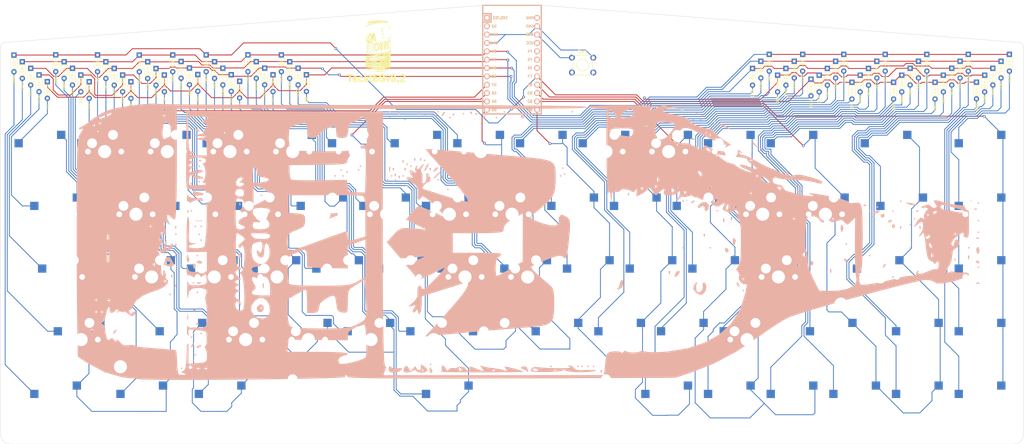
<source format=kicad_pcb>
(kicad_pcb (version 20211014) (generator pcbnew)
  (layers (0 "F.Cu" signal) (31 "B.Cu" signal) (34 "B.Paste" user) (35 "F.Paste" user) (36 "B.SilkS" user "B.Silkscreen") (37 "F.SilkS" user "F.Silkscreen") (38 "B.Mask" user) (39 "F.Mask" user) (44 "Edge.Cuts" user))
  (net 0 "")
  (net 1 "ROW0")
  (net 2 "Net-(D1-Pad2)")
  (net 3 "Net-(D2-Pad2)")
  (net 4 "Net-(D3-Pad2)")
  (net 5 "Net-(D4-Pad2)")
  (net 6 "Net-(D5-Pad2)")
  (net 7 "Net-(D6-Pad2)")
  (net 8 "Net-(D7-Pad2)")
  (net 9 "Net-(D8-Pad2)")
  (net 10 "Net-(D9-Pad2)")
  (net 11 "Net-(D10-Pad2)")
  (net 12 "Net-(D11-Pad2)")
  (net 13 "Net-(D12-Pad2)")
  (net 14 "Net-(D13-Pad2)")
  (net 15 "Net-(D14-Pad2)")
  (net 16 "Net-(D15-Pad2)")
  (net 17 "ROW1")
  (net 18 "Net-(D16-Pad2)")
  (net 19 "Net-(D17-Pad2)")
  (net 20 "Net-(D18-Pad2)")
  (net 21 "Net-(D19-Pad2)")
  (net 22 "Net-(D20-Pad2)")
  (net 23 "Net-(D21-Pad2)")
  (net 24 "Net-(D22-Pad2)")
  (net 25 "Net-(D23-Pad2)")
  (net 26 "Net-(D24-Pad2)")
  (net 27 "Net-(D25-Pad2)")
  (net 28 "Net-(D26-Pad2)")
  (net 29 "Net-(D27-Pad2)")
  (net 30 "Net-(D28-Pad2)")
  (net 31 "Net-(D29-Pad2)")
  (net 32 "Net-(D30-Pad2)")
  (net 33 "ROW2")
  (net 34 "Net-(D31-Pad2)")
  (net 35 "Net-(D32-Pad2)")
  (net 36 "Net-(D33-Pad2)")
  (net 37 "Net-(D34-Pad2)")
  (net 38 "Net-(D35-Pad2)")
  (net 39 "Net-(D36-Pad2)")
  (net 40 "Net-(D37-Pad2)")
  (net 41 "Net-(D38-Pad2)")
  (net 42 "Net-(D39-Pad2)")
  (net 43 "Net-(D40-Pad2)")
  (net 44 "Net-(D41-Pad2)")
  (net 45 "Net-(D42-Pad2)")
  (net 46 "Net-(D43-Pad2)")
  (net 47 "Net-(D44-Pad2)")
  (net 48 "ROW3")
  (net 49 "Net-(D45-Pad2)")
  (net 50 "Net-(D46-Pad2)")
  (net 51 "Net-(D47-Pad2)")
  (net 52 "Net-(D48-Pad2)")
  (net 53 "Net-(D49-Pad2)")
  (net 54 "Net-(D50-Pad2)")
  (net 55 "Net-(D51-Pad2)")
  (net 56 "Net-(D52-Pad2)")
  (net 57 "Net-(D53-Pad2)")
  (net 58 "Net-(D54-Pad2)")
  (net 59 "Net-(D55-Pad2)")
  (net 60 "Net-(D56-Pad2)")
  (net 61 "Net-(D57-Pad2)")
  (net 62 "Net-(D58-Pad2)")
  (net 63 "ROW4")
  (net 64 "Net-(D59-Pad2)")
  (net 65 "Net-(D60-Pad2)")
  (net 66 "Net-(D61-Pad2)")
  (net 67 "Net-(D62-Pad2)")
  (net 68 "Net-(D63-Pad2)")
  (net 69 "Net-(D64-Pad2)")
  (net 70 "Net-(D65-Pad2)")
  (net 71 "Net-(D66-Pad2)")
  (net 72 "Net-(D67-Pad2)")
  (net 73 "Net-(D68-Pad2)")
  (net 75 "GND")
  (net 76 "Net-(SW1-Pad3)")
  (net 78 "COL0")
  (net 79 "COL1")
  (net 80 "COL2")
  (net 81 "COL3")
  (net 82 "COL4")
  (net 83 "COL5")
  (net 84 "COL6")
  (net 85 "COL7")
  (footprint "MX_Only:MXOnly-1U-Hotswap" (layer "F.Cu") (at 296.545 102.743)
    (fp_text reference "SW14")
    (fp_text value "=+")
  )
  (footprint "cftkb:D_DO-35_SOD27_P5.08mm_Horizontal" (layer "F.Cu") (at 97.536 72.136 -90)
    (fp_text reference "D48")
    (fp_text value "C")
  )
  (footprint "cftkb:D_DO-35_SOD27_P5.08mm_Horizontal" (layer "F.Cu") (at 94.996 80.2325 -90)
    (fp_text reference "D3")
    (fp_text value "#2")
  )
  (footprint "cftkb:D_DO-35_SOD27_P5.08mm_Horizontal" (layer "F.Cu") (at 120.396 74.1365 -90)
    (fp_text reference "D50")
    (fp_text value "B")
  )
  (footprint "cftkb:D_DO-35_SOD27_P5.08mm_Horizontal" (layer "F.Cu") (at 74.676 74.1365 -90)
    (fp_text reference "D46")
    (fp_text value "Z")
  )
  (footprint "MX_Only:MXOnly-1U-Hotswap" (layer "F.Cu") (at 239.395 102.743)
    (fp_text reference "SW11")
    (fp_text value "#9")
  )
  (footprint "MX_Only:MXOnly-1U-Hotswap" (layer "F.Cu") (at 306.07 121.793)
    (fp_text reference "SW29")
    (fp_text value "]}")
  )
  (footprint "MX_Only:MXOnly-2.25U-Hotswap" (layer "F.Cu") (at 79.85125 159.893)
    (fp_text reference "SW46")
    (fp_text value "LSHFT")
  )
  (footprint "MX_Only:MXOnly-1U-Hotswap" (layer "F.Cu") (at 129.8575 159.893)
    (fp_text reference "SW48")
    (fp_text value "X")
  )
  (footprint "MX_Only:MXOnly-1.5U-Hotswap" (layer "F.Cu") (at 72.7075 121.793)
    (fp_text reference "SW17")
    (fp_text value "TAB")
  )
  (footprint "MX_Only:MXOnly-1U-Hotswap" (layer "F.Cu") (at 291.7825 140.843)
    (fp_text reference "SW43")
    (fp_text value "'\"")
  )
  (footprint "MX_Only:MXOnly-1.75U-Hotswap" (layer "F.Cu") (at 308.45125 159.893)
    (fp_text reference "SW57")
    (fp_text value "RSHFT")
  )
  (footprint "MX_Only:MXOnly-1U-Hotswap" (layer "F.Cu") (at 134.62 121.793)
    (fp_text reference "SW20")
    (fp_text value "E")
  )
  (footprint "MX_Only:MXOnly-1U-Hotswap" (layer "F.Cu") (at 353.695 102.743)
    (fp_text reference "SW16")
    (fp_text value "DEL")
  )
  (footprint "cftkb:D_DO-35_SOD27_P5.08mm_Horizontal" (layer "F.Cu") (at 304.1904 78.232 -90)
    (fp_text reference "D54")
    (fp_text value ".>")
  )
  (footprint "MX_Only:MXOnly-1U-Hotswap" (layer "F.Cu") (at 167.9575 159.893)
    (fp_text reference "SW50")
    (fp_text value "V")
  )
  (footprint "MX_Only:MXOnly-1U-Hotswap" (layer "F.Cu") (at 125.095 102.743)
    (fp_text reference "SW5")
    (fp_text value "#3")
  )
  (footprint "cftkb:D_DO-35_SOD27_P5.08mm_Horizontal" (layer "F.Cu") (at 100.076 74.168 -90)
    (fp_text reference "D34")
    (fp_text value "D")
  )
  (footprint "MX_Only:MXOnly-1U-Hotswap" (layer "F.Cu") (at 225.1075 159.893)
    (fp_text reference "SW53")
    (fp_text value "M")
  )
  (footprint "cftkb:D_DO-35_SOD27_P5.08mm_Horizontal" (layer "F.Cu") (at 349.504 71.9328 -90)
    (fp_text reference "D14")
    (fp_text value "BKSP")
  )
  (footprint "MX_Only:MXOnly-1U-Hotswap" (layer "F.Cu") (at 201.295 102.743)
    (fp_text reference "SW9")
    (fp_text value "#7")
  )
  (footprint "cftkb:D_DO-35_SOD27_P5.08mm_Horizontal" (layer "F.Cu") (at 102.616 76.2193 -90)
    (fp_text reference "D19")
    (fp_text value "E")
  )
  (footprint "cftkb:D_DO-35_SOD27_P5.08mm_Horizontal" (layer "F.Cu") (at 77.216 76.1685 -90)
    (fp_text reference "D32")
    (fp_text value "A")
  )
  (footprint "cftkb:D_DO-35_SOD27_P5.08mm_Horizontal" (layer "F.Cu") (at 309.1688 74.0156 -90)
    (fp_text reference "D26")
    (fp_text value "P")
  )
  (footprint "MX_Only:MXOnly-1U-Hotswap" (layer "F.Cu") (at 277.495 178.943)
    (fp_text reference "SW65")
    (fp_text value "FN")
  )
  (footprint "MX_Only:MXOnly-1U-Hotswap" (layer "F.Cu") (at 315.595 178.943)
    (fp_text reference "SW67")
    (fp_text value "LEFT")
  )
  (footprint "cftkb:D_DO-35_SOD27_P5.08mm_Horizontal" (layer "F.Cu") (at 64.516 76.1685 -90)
    (fp_text reference "D31")
    (fp_text value "CPLK")
  )
  (footprint "MX_Only:MXOnly-1U-Hotswap" (layer "F.Cu") (at 258.445 102.743)
    (fp_text reference "SW12")
    (fp_text value "#0")
  )
  (footprint "MX_Only:MXOnly-1U-Hotswap" (layer "F.Cu") (at 110.8075 159.893)
    (fp_text reference "SW47")
    (fp_text value "Z")
  )
  (footprint "MX_Only:MXOnly-1.5U-Hotswap" (layer "F.Cu") (at 329.8825 121.793)
    (fp_text reference "SW30")
    (fp_text value "\\|")
  )
  (footprint "cftkb:D_DO-35_SOD27_P5.08mm_Horizontal" (layer "F.Cu") (at 316.6364 78.232 -90)
    (fp_text reference "D55")
    (fp_text value "/?")
  )
  (footprint "cftkb:D_DO-35_SOD27_P5.08mm_Horizontal" (layer "F.Cu") (at 296.6212 74.0156 -90)
    (fp_text reference "D25")
    (fp_text value "O")
  )
  (footprint "cftkb:D_DO-35_SOD27_P5.08mm_Horizontal" (layer "F.Cu") (at 339.3948 80.4164 -90)
    (fp_text reference "D67")
    (fp_text value "DOWN")
  )
  (footprint "cftkb:D_DO-35_SOD27_P5.08mm_Horizontal" (layer "F.Cu") (at 130.556 72.0852 -90)
    (fp_text reference "D51")
    (fp_text value "N")
  )
  (footprint "MX_Only:MXOnly-1U-Hotswap" (layer "F.Cu") (at 334.645 178.943)
    (fp_text reference "SW68")
    (fp_text value "DOWN")
  )
  (footprint "MX_Only:MXOnly-1U-Hotswap" (layer "F.Cu") (at 115.57 121.793)
    (fp_text reference "SW19")
    (fp_text value "W")
  )
  (footprint "cftkb:D_DO-35_SOD27_P5.08mm_Horizontal" (layer "F.Cu") (at 301.7012 79.4512 -90)
    (fp_text reference "D63")
    (fp_text value "RALT")
  )
  (footprint "cftkb:D_DO-35_SOD27_P5.08mm_Horizontal" (layer "F.Cu") (at 105.156 78.2005 -90)
    (fp_text reference "D4")
    (fp_text value "#3")
  )
  (footprint "MX_Only:MXOnly-1U-Hotswap" (layer "F.Cu") (at 215.5825 140.843)
    (fp_text reference "SW39")
    (fp_text value "J")
  )
  (footprint "Keebio-Parts:ArduinoProMicro" (layer "F.Cu") (at 210.82 76.073 -90)
    (fp_text reference "U1" hide)
    (fp_text value "ProMicro" hide)
  )
  (footprint "cftkb:D_DO-35_SOD27_P5.08mm_Horizontal" (layer "F.Cu") (at 344.4748 76.1492 -90)
    (fp_text reference "D43")
    (fp_text value "ENTER")
  )
  (footprint "cftkb:D_DO-35_SOD27_P5.08mm_Horizontal" (layer "F.Cu") (at 283.9212 76.2 -90)
    (fp_text reference "D39")
    (fp_text value "K")
  )
  (footprint "cftkb:D_DO-35_SOD27_P5.08mm_Horizontal" (layer "F.Cu") (at 326.7964 80.4164 -90)
    (fp_text reference "D65")
    (fp_text value "FN2")
  )
  (footprint "cftkb:D_DO-35_SOD27_P5.08mm_Horizontal" (layer "F.Cu") (at 92.456 78.2005 -90)
    (fp_text reference "D18")
    (fp_text value "W")
  )
  (footprint "cftkb:D_DO-35_SOD27_P5.08mm_Horizontal" (layer "F.Cu") (at 87.376 74.168 -90)
    (fp_text reference "D47")
    (fp_text value "X")
  )
  (footprint "MX_Only:MXOnly-1U-Hotswap" (layer "F.Cu") (at 263.2075 159.893)
    (fp_text reference "SW55")
    (fp_text value ".>")
  )
  (footprint "cftkb:D_DO-35_SOD27_P5.08mm_Horizontal" (layer "F.Cu") (at 138.176 78.1497 -90)
    (fp_text reference "D7")
    (fp_text value "#6")
  )
  (footprint "cftkb:D_DO-35_SOD27_P5.08mm_Horizontal" (layer "F.Cu") (at 286.4612 74.0156 -90)
    (fp_text reference "D24")
    (fp_text value "I")
  )
  (footprint "MX_Only:MXOnly-1U-Hotswap" (layer "F.Cu") (at 163.195 102.743)
    (fp_text reference "SW7")
    (fp_text value "#5")
  )
  (footprint "cftkb:D_DO-35_SOD27_P5.08mm_Horizontal" (layer "F.Cu") (at 334.3656 74.0156 -90)
    (fp_text reference "D28")
    (fp_text value "]}")
  )
  (footprint "cftkb:D_DO-35_SOD27_P5.08mm_Horizontal" (layer "F.Cu") (at 306.6796 76.2 -90)
    (fp_text reference "D41")
    (fp_text value ";:")
  )
  (footprint "MX_Only:MXOnly-1U-Hotswap" (layer "F.Cu") (at 272.7325 140.843)
    (fp_text reference "SW42")
    (fp_text value ";:")
  )
  (footprint "cftkb:D_DO-35_SOD27_P5.08mm_Horizontal" (layer "F.Cu") (at 59.436 72.1365 -90)
    (fp_text reference "D59")
    (fp_text value "CTRL")
  )
  (footprint "cftkb:D_DO-35_SOD27_P5.08mm_Horizontal" (layer "F.Cu") (at 294.0812 76.2 -90)
    (fp_text reference "D40")
    (fp_text value "L")
  )
  (footprint "cftkb:D_DO-35_SOD27_P5.08mm_Horizontal" (layer "F.Cu") (at 311.658 71.9328 -90)
    (fp_text reference "D11")
    (fp_text value "#0")
  )
  (footprint "MX_Only:MXOnly-1U-Hotswap" (layer "F.Cu") (at 172.72 121.793)
    (fp_text reference "SW22")
    (fp_text value "T")
  )
  (footprint "cftkb:D_DO-35_SOD27_P5.08mm_Horizontal" (layer "F.Cu") (at 148.336 78.1304 -90)
    (fp_text reference "D8")
    (fp_text value "#7")
  )
  (footprint "cftkb:D_DO-35_SOD27_P5.08mm_Horizontal" (layer "F.Cu") (at 110.236 74.0857 -90)
    (fp_text reference "D35")
    (fp_text value "F")
  )
  (footprint "cftkb:D_DO-35_SOD27_P5.08mm_Horizontal" (layer "F.Cu") (at 140.716 72.1045 -90)
    (fp_text reference "D52")
    (fp_text value "M")
  )
  (footprint "MX_Only:MXOnly-1U-Hotswap" (layer "F.Cu") (at 234.6325 140.843)
    (fp_text reference "SW40")
    (fp_text value "K")
  )
  (footprint "MX_Only:MXOnly-1U-Hotswap" (layer "F.Cu") (at 196.5325 140.843)
    (fp_text reference "SW38")
    (fp_text value "H")
  )
  (footprint "MX_Only:MXOnly-1U-Hotswap" (layer "F.Cu") (at 287.02 121.793)
    (fp_text reference "SW28")
    (fp_text value "[{")
  )
  (footprint "MX_Only:MXOnly-6U-Centered-Hotswap" (layer "F.Cu") (at 191.77 178.943)
    (fp_text reference "SW63")
    (fp_text value "SPACE")
  )
  (footprint "cftkb:D_DO-35_SOD27_P5.08mm_Horizontal" (layer "F.Cu") (at 133.096 74.1172 -90)
    (fp_text reference "D37")
    (fp_text value "H")
  )
  (footprint "MX_Only:MXOnly-1U-Hotswap" (layer "F.Cu") (at 353.695 140.843)
    (fp_text reference "SW45")
    (fp_text value "PGUP")
  )
  (footprint "MX_Only:MXOnly-1U-Hotswap" (layer "F.Cu") (at 210.82 121.793)
    (fp_text reference "SW24")
    (fp_text value "U")
  )
  (footprint "cftkb:D_DO-35_SOD27_P5.08mm_Horizontal" (layer "F.Cu") (at 359.4608 74.0156 -90)
    (fp_text reference "D30")
    (fp_text value "HOME")
  )
  (footprint "MX_Only:MXOnly-1U-Hotswap" (layer "F.Cu") (at 191.77 121.793)
    (fp_text reference "SW23")
    (fp_text value "Y")
  )
  (footprint "cftkb:D_DO-35_SOD27_P5.08mm_Horizontal" (layer "F.Cu") (at 107.696 72.1045 -90)
    (fp_text reference "D49")
    (fp_text value "V")
  )
  (footprint "cftkb:D_DO-35_SOD27_P5.08mm_Horizontal" (layer "F.Cu") (at 128.016 80.0801 -90)
    (fp_text reference "D6")
    (fp_text value "#5")
  )
  (footprint "MX_Only:MXOnly-1U-Hotswap" (layer "F.Cu") (at 244.1575 159.893)
    (fp_text reference "SW54")
    (fp_text value ",<")
  )
  (footprint "cftkb:D_DO-35_SOD27_P5.08mm_Horizontal" (layer "F.Cu") (at 331.8256 76.1492 -90)
    (fp_text reference "D56")
    (fp_text value "RSHFT")
  )
  (footprint "cftkb:D_DO-35_SOD27_P5.08mm_Horizontal" (layer "F.Cu") (at 115.316 78.0481 -90)
    (fp_text reference "D5")
    (fp_text value "#4")
  )
  (footprint "cftkb:D_DO-35_SOD27_P5.08mm_Horizontal" (layer "F.Cu") (at 351.9932 80.3656 -90)
    (fp_text reference "D68")
    (fp_text value "RIGHT")
  )
  (footprint "MX_Only:MXOnly-1U-Hotswap" (layer "F.Cu") (at 353.695 121.793)
    (fp_text reference "SW31")
    (fp_text value "HOME")
  )
  (footprint "cftkb:D_DO-35_SOD27_P5.08mm_Horizontal" (layer "F.Cu") (at 117.856 72.1045 -90)
    (fp_text reference "D62")
    (fp_text value "SPACE")
  )
  (footprint "MX_Only:MXOnly-1U-Hotswap" (layer "F.Cu") (at 267.97 121.793)
    (fp_text reference "SW27")
    (fp_text value "P")
  )
  (footprint "MX_Only:MXOnly-1U-Hotswap" (layer "F.Cu") (at 96.52 121.793)
    (fp_text reference "SW18")
    (fp_text value "Q")
  )
  (footprint "MX_Only:MXOnly-1U-Hotswap" (layer "F.Cu") (at 248.92 121.793)
    (fp_text reference "SW26")
    (fp_text value "O")
  )
  (footprint "cftkb:D_DO-35_SOD27_P5.08mm_Horizontal" (layer "F.Cu") (at 319.1764 76.2 -90)
    (fp_text reference "D42")
    (fp_text value "'\"")
  )
  (footprint "MX_Only:MXOnly-1U-Hotswap" (layer "F.Cu") (at 334.645 159.893)
    (fp_text reference "SW58")
    (fp_text value "UP")
  )
  (footprint "MX_Only:MXOnly-1U-Hotswap" (layer "F.Cu") (at 296.545 178.943)
    (fp_text reference "SW66")
    (fp_text value "FN2")
  )
  (footprint "cftkb:D_DO-35_SOD27_P5.08mm_Horizontal" (layer "F.Cu") (at 324.2564 71.9328 -90)
    (fp_text reference "D12")
    (fp_text value "-_")
  )
  (footprint "MX_Only:MXOnly-1U-Hotswap" (layer "F.Cu") (at 177.4825 140.843)
    (fp_text reference "SW37")
    (fp_text value "G")
  )
  (footprint "MX_Only:MXOnly-1U-Hotswap" (layer "F.Cu") (at 86.995 102.743)
    (fp_text reference "SW3")
    (fp_text value "#1")
  )
  (footprint "MX_Only:MXOnly-1U-Hotswap" (layer "F.Cu") (at 282.2575 159.893)
    (fp_text reference "SW56")
    (fp_text value "/?")
  )
  (footprint "cftkb:D_DO-35_SOD27_P5.08mm_Horizontal" (layer "F.Cu") (at 143.256 74.1365 -90)
    (fp_text reference "D38")
    (fp_text value "J")
  )
  (footprint "LOGO" (layer "F.Cu") (at 170.053 70.485)
    (fp_text reference ".")
    (fp_text value "LOGO" hide)
  )
  (footprint "cftkb:D_DO-35_SOD27_P5.08mm_Horizontal" (layer "F.Cu") (at 82.296 80.2325 -90)
    (fp_text reference "D2")
    (fp_text value "#1")
  )
  (footprint "MX_Only:MXOnly-1U-Hotswap" (layer "F.Cu") (at 206.0575 159.893)
    (fp_text reference "SW52")
    (fp_text value "N")
  )
  (footprint "cftkb:D_DO-35_SOD27_P5.08mm_Horizontal" (layer "F.Cu") (at 67.056 78.1812 -90)
    (fp_text reference "D16")
    (fp_text value "TAB")
  )
  (footprint "MX_Only:MXOnly-1.5U-Hotswap" (layer "F.Cu") (at 72.7075 178.943)
    (fp_text reference "SW60")
    (fp_text value "CTRL")
  )
  (footprint "cftkb:D_DO-35_SOD27_P5.08mm_Horizontal" (layer "F.Cu") (at 61.976 74.1365 -90)
    (fp_text reference "D45")
    (fp_text value "LSHFT")
  )
  (footprint "cftkb:D_DO-35_SOD27_P5.08mm_Horizontal" (layer "F.Cu") (at 341.9348 78.232 -90)
    (fp_text reference "D57")
    (fp_text value "UP")
  )
  (footprint "MX_Only:MXOnly-1U-Hotswap" (layer "F.Cu") (at 253.6825 140.843)
    (fp_text reference "SW41")
    (fp_text value "L")
  )
  (footprint "cftkb:D_DO-35_SOD27_P5.08mm_Horizontal" (layer "F.Cu") (at 299.1612 71.9328 -90)
    (fp_text reference "D10")
    (fp_text value "#9")
  )
  (footprint "MX_Only:MXOnly-1U-Hotswap" (layer "F.Cu") (at 120.3325 140.843)
    (fp_text reference "SW34")
    (fp_text value "S")
  )
  (footprint "MX_Only:MXOnly-1U-Hotswap" (layer "F.Cu") (at 144.145 102.743)
    (fp_text reference "SW6")
    (fp_text value "#4")
  )
  (footprint "MX_Only:MXOnly-1U-Hotswap" (layer "F.Cu") (at 148.9075 159.893)
    (fp_text reference "SW49")
    (fp_text value "C")
  )
  (footprint "MX_Only:MXOnly-1U-Hotswap" (layer "F.Cu") (at 139.3825 140.843)
    (fp_text reference "SW35")
    (fp_text value "D")
  )
  (footprint "MX_Only:MXOnly-1U-Hotswap" (layer "F.Cu") (at 353.695 159.893)
    (fp_text reference "SW59")
    (fp_text value "PGDN")
  )
  (footprint "cftkb:D_DO-35_SOD27_P5.08mm_Horizontal" (layer "F.Cu") (at 336.9056 71.9328 -90)
    (fp_text reference "D13")
    (fp_text value "=+")
  )
  (footprint "cftkb:D_DO-35_SOD27_P5.08mm_Horizontal" (layer "F.Cu") (at 321.7164 74.0156 -90)
    (fp_text reference "D27")
    (fp_text value "[{")
  )
  (footprint "cftkb:D_DO-35_SOD27_P5.08mm_Horizontal" (layer "F.Cu") (at 84.836 72.1045 -90)
    (fp_text reference "D61")
    (fp_text value "LALT")
  )
  (footprint "cftkb:D_DO-35_SOD27_P5.08mm_Horizontal" (layer "F.Cu") (at 356.9716 76.1492 -90)
    (fp_text reference "D44")
    (fp_text value "PGUP")
  )
  (footprint "MX_Only:MXOnly-1U-Hotswap" (layer "F.Cu") (at 153.67 121.793)
    (fp_text reference "SW21")
    (fp_text value "R")
  )
  (footprint "MX_Only:MXOnly-1U-Hotswap" (layer "F.Cu") (at 187.0075 159.893)
    (fp_text reference "SW51")
    (fp_text value "B")
  )
  (footprint "cftkb:D_DO-35_SOD27_P5.08mm_Horizontal" (layer "F.Cu") (at 125.476 78.0989 -90)
    (fp_text reference "D21")
    (fp_text value "T")
  )
  (footprint "MX_Only:MXOnly-2.25U-Hotswap" (layer "F.Cu") (at 322.73875 140.843)
    (fp_text reference "SW44")
    (fp_text value "ENTER")
  )
  (footprint "cftkb:D_DO-35_SOD27_P5.08mm_Horizontal" (layer "F.Cu") (at 122.936 76.1177 -90)
    (fp_text reference "D36")
    (fp_text value "G")
  )
  (footprint "MX_Only:MXOnly-1U-Hotswap" (layer "F.Cu") (at 353.695 178.943)
    (fp_text reference "SW69")
    (fp_text value "RIGHT")
  )
  (footprint "cftkb:D_DO-35_SOD27_P5.08mm_Horizontal" (layer "F.Cu") (at 135.636 76.0984 -90)
    (fp_text reference "D22")
    (fp_text value "Y")
  )
  (footprint "MX_Only:MXOnly-1.25U-Hotswap" (layer "F.Cu") (at 122.71375 178.943)
    (fp_text reference "SW62")
    (fp_text value "LALT")
  )
  (footprint "MX_Only:MXOnly-1U-Hotswap" (layer "F.Cu") (at 229.87 121.793)
    (fp_text reference "SW25")
    (fp_text value "I")
  )
  (footprint "cftkb:D_DO-35_SOD27_P5.08mm_Horizontal" (layer "F.Cu") (at 291.5412 78.232 -90)
    (fp_text reference "D53")
    (fp_text value ",<")
  )
  (footprint "cftkb:D_DO-35_SOD27_P5.08mm_Horizontal" (layer "F.Cu") (at 69.596 80.2005 -90)
    (fp_text reference "D1")
    (fp_text value "ESC")
  )
  (footprint "cftkb:D_DO-35_SOD27_P5.08mm_Horizontal" (layer "F.Cu") (at 329.2856 78.232 -90)
    (fp_text reference "D66")
    (fp_text value "LEFT")
  )
  (footprint "cftkb:D_DO-35_SOD27_P5.08mm_Horizontal" (layer "F.Cu") (at 72.136 72.0852 -90)
    (fp_text reference "D60")
    (fp_text value "WIN")
  )
  (footprint "random-keyboard-parts:PushButton_6x6mm_TH" (layer "F.Cu") (at 232.283 76.454 180)
    (fp_text reference "SW1")
    (fp_text value "SW_MEC_5E")
  )
  (footprint "MX_Only:MXOnly-1U-Hotswap" (layer "F.Cu") (at 277.495 102.743)
    (fp_text reference "SW13")
    (fp_text value "-_")
  )
  (footprint "cftkb:D_DO-35_SOD27_P5.08mm_Horizontal" (layer "F.Cu") (at 314.1472 80.4164 -90)
    (fp_text reference "D64")
    (fp_text value "FN")
  )
  (footprint "MX_Only:MXOnly-1.25U-Hotswap" (layer "F.Cu") (at 98.90125 178.943)
    (fp_text reference "SW61")
    (fp_text value "WIN")
  )
  (footprint "cftkb:D_DO-35_SOD27_P5.08mm_Horizontal" (layer "F.Cu") (at 354.4824 78.232 -90)
    (fp_text reference "D58")
    (fp_text value "PGDN")
  )
  (footprint "MX_Only:MXOnly-1.75U-Hotswap" (layer "F.Cu") (at 75.08875 140.843)
    (fp_text reference "SW32")
    (fp_text value "CPLK")
  )
  (footprint "MX_Only:MXOnly-1U-Hotswap" (layer "F.Cu") (at 258.445 178.943)
    (fp_text reference "SW64")
    (fp_text value "RALT")
  )
  (footprint "MX_Only:MXOnly-1U-Hotswap" (layer "F.Cu") (at 158.4325 140.843)
    (fp_text reference "SW36")
    (fp_text value "F")
  )
  (footprint "cftkb:D_DO-35_SOD27_P5.08mm_Horizontal" (layer "F.Cu") (at 89.916 76.2 -90)
    (fp_text reference "D33")
    (fp_text value "S")
  )
  (footprint "MX_Only:MXOnly-1U-Hotswap" (layer "F.Cu") (at 101.2825 140.843)
    (fp_text reference "SW33")
    (fp_text value "A")
  )
  (footprint "cftkb:D_DO-35_SOD27_P5.08mm_Horizontal" (layer "F.Cu") (at 79.756 78.2005 -90)
    (fp_text reference "D17")
    (fp_text value "Q")
  )
  (footprint "MX_Only:MXOnly-1U-Hotswap" (layer "F.Cu") (at 182.245 102.743)
    (fp_text reference "SW8")
    (fp_text value "#6")
  )
  (footprint "MX_Only:MXOnly-2U-Hotswap" (layer "F.Cu") (at 325.12 102.743)
    (fp_text reference "SW15")
    (fp_text value "BKSP")
  )
  (footprint "cftkb:D_DO-35_SOD27_P5.08mm_Horizontal" (layer "F.Cu") (at 145.796 76.1177 -90)
    (fp_text reference "D23")
    (fp_text value "U")
  )
  (footprint "cftkb:D_DO-35_SOD27_P5.08mm_Horizontal" (layer "F.Cu") (at 289.0012 71.9328 -90)
    (fp_text reference "D9")
    (fp_text value "#8")
  )
  (footprint "MX_Only:MXOnly-1U-Hotswap" (layer "F.Cu") (at 67.945 102.743)
    (fp_text reference "SW2")
    (fp_text value "Esc")
  )
  (footprint "cftkb:D_DO-35_SOD27_P5.08mm_Horizontal" (layer "F.Cu") (at 347.0148 74.0156 -90)
    (fp_text reference "D29")
    (fp_text value "\\|")
  )
  (footprint "MX_Only:MXOnly-1U-Hotswap" (layer "F.Cu") (at 220.345 102.743)
    (fp_text reference "SW10")
    (fp_text value "#8")
  )
  (footprint "cftkb:D_DO-35_SOD27_P5.08mm_Horizontal" (layer "F.Cu") (at 362.0008 71.9328 -90)
    (fp_text reference "D15")
    (fp_text value "DEL")
  )
  (footprint "cftkb:D_DO-35_SOD27_P5.08mm_Horizontal" (layer "F.Cu") (at 112.776 76.0669 -90)
    (fp_text reference "D20")
    (fp_text value "R")
  )
  (footprint "MX_Only:MXOnly-1U-Hotswap" (layer "F.Cu") (at 106.045 102.743)
    (fp_text reference "SW4")
    (fp_text value "#2")
  )
  (footprint "LOGO" (layer "B.Cu") (at 217.043 131.699 90)
    (fp_text reference "G***")
    (fp_text value "LOGO" hide)
  )
  (gr_arc (start 364.992718 69.596001) (mid 365.991089 70.084509) (end 366.395 71.12) (layer "Edge.Cuts") (width 0.1))
  (gr_arc (start 58.42 191.643) (mid 56.174936 190.713064) (end 55.245 188.468) (layer "Edge.Cuts") (width 0.1))
  (gr_line (start 366.395 93.218) (end 366.395 71.12) (layer "Edge.Cuts") (width 0.1))
  (gr_line (start 201.93 58.293) (end 219.837 58.293) (layer "Edge.Cuts") (width 0.1))
  (gr_line (start 55.245 93.218) (end 55.245 71.12) (layer "Edge.Cuts") (width 0.1))
  (gr_line (start 366.38884 188.472056) (end 366.395 93.218) (layer "Edge.Cuts") (width 0.1))
  (gr_line (start 56.641999 69.596) (end 201.93 58.293) (layer "Edge.Cuts") (width 0.1))
  (gr_line (start 55.245 93.218) (end 55.245 188.468) (layer "Edge.Cuts") (width 0.1))
  (gr_line (start 363.21384 191.647056) (end 58.42 191.643) (layer "Edge.Cuts") (width 0.1))
  (gr_arc (start 366.38884 188.472056) (mid 365.458904 190.71712) (end 363.21384 191.647056) (layer "Edge.Cuts") (width 0.1))
  (gr_line (start 219.837 58.293) (end 364.992718 69.596001) (layer "Edge.Cuts") (width 0.1))
  (gr_arc (start 55.239717 71.119999) (mid 55.643628 70.084508) (end 56.641999 69.596) (layer "Edge.Cuts") (width 0.1))
  (gr_text "Teckt68v0.2" (at 169.672 80.518) (layer "F.SilkS") (effects (font (size 2 2) (thickness 0.5))))
  (segment (start 69.596 83.1596) (end 72.644 86.2076) (width 0.25) (layer "F.Cu") (net 1))
  (segment (start 148.336 79.4004) (end 148.3553 79.4197) (width 0.25) (layer "F.Cu") (net 1))
  (segment (start 336.9056 73.2028) (end 324.2564 73.2028) (width 0.25) (layer "F.Cu") (net 1))
  (segment (start 125.8824 86.36) (end 128.016 84.2264) (width 0.25) (layer "F.Cu") (net 1))
  (segment (start 146.4056 84.2264) (end 148.336 82.296) (width 0.25) (layer "F.Cu") (net 1))
  (segment (start 115.316 82.1436) (end 119.5324 86.36) (width 0.25) (layer "F.Cu") (net 1))
  (segment (start 155.9814 77.343) (end 203.2 77.343) (width 0.25) (layer "F.Cu") (net 1))
  (segment (start 80.6196 86.2076) (end 82.296 84.5312) (width 0.25) (layer "F.Cu") (net 1))
  (segment (start 362.0008 73.2028) (end 349.504 73.2028) (width 0.25) (layer "F.Cu") (net 1))
  (segment (start 138.176 79.4197) (end 138.176 82.296) (width 0.25) (layer "F.Cu") (net 1))
  (segment (start 119.5324 86.36) (end 125.8824 86.36) (width 0.25) (layer "F.Cu") (net 1))
  (segment (start 128.016 84.2264) (end 128.016 81.3501) (width 0.25) (layer "F.Cu") (net 1))
  (segment (start 107.0356 84.328) (end 113.1316 84.328) (width 0.25) (layer "F.Cu") (net 1))
  (segment (start 349.504 73.2028) (end 336.9056 73.2028) (width 0.25) (layer "F.Cu") (net 1))
  (segment (start 299.1612 73.2028) (end 289.0012 73.2028) (width 0.25) (layer "F.Cu") (net 1))
  (segment (start 113.1316 84.328) (end 115.316 82.1436) (width 0.25) (layer "F.Cu") (net 1))
  (segment (start 138.176 82.4992) (end 139.9032 84.2264) (width 0.25) (layer "F.Cu") (net 1))
  (segment (start 148.3553 79.4197) (end 153.9047 79.4197) (width 0.25) (layer "F.Cu") (net 1))
  (segment (start 134.239 86.4108) (end 130.2004 86.4108) (width 0.25) (layer "F.Cu") (net 1))
  (segment (start 105.156 82.4484) (end 107.0356 84.328) (width 0.25) (layer "F.Cu") (net 1))
  (segment (start 92.964 86.3092) (end 94.996 84.2772) (width 0.25) (layer "F.Cu") (net 1))
  (segment (start 311.658 73.2028) (end 299.1612 73.2028) (width 0.25) (layer "F.Cu") (net 1))
  (segment (start 148.336 82.296) (end 148.336 79.4004) (width 0.25) (layer "F.Cu") (net 1))
  (segment (start 115.316 82.1436) (end 115.316 79.3181) (width 0.25) (layer "F.Cu") (net 1))
  (segment (start 82.296 84.5312) (end 84.074 86.3092) (width 0.25) (layer "F.Cu") (net 1))
  (segment (start 138.176 82.296) (end 138.176 82.4738) (width 0.25) (layer "F.Cu") (net 1))
  (segment (start 82.296 84.5312) (end 82.296 81.5025) (width 0.25) (layer "F.Cu") (net 1))
  (segment (start 69.596 81.4705) (end 69.596 83.1596) (width 0.25) (layer "F.Cu") (net 1))
  (segment (start 94.996 84.2772) (end 94.996 81.5025) (width 0.25) (layer "F.Cu") (net 1))
  (segment (start 97.0788 86.36) (end 101.2444 86.36) (width 0.25) (layer "F.Cu") (net 1))
  (segment (start 130.2004 86.4108) (end 128.016 84.2264) (width 0.25) (layer "F.Cu") (net 1))
  (segment (start 153.9047 79.4197) (end 155.9814 77.343) (width 0.25) (layer "F.Cu") (net 1))
  (segment (start 138.176 82.4738) (end 134.239 86.4108) (width 0.25) (layer "F.Cu") (net 1))
  (segment (start 139.9032 84.2264) (end 146.4056 84.2264) (width 0.25) (layer "F.Cu") (net 1))
  (segment (start 72.644 86.2076) (end 80.6196 86.2076) (width 0.25) (layer "F.Cu") (net 1))
  (segment (start 105.156 82.4484) (end 105.156 79.4705) (width 0.25) (layer "F.Cu") (net 1))
  (segment (start 324.2564 73.2028) (end 311.658 73.2028) (width 0.25) (layer "F.Cu") (net 1))
  (segment (start 94.996 84.2772) (end 97.0788 86.36) (width 0.25) (layer "F.Cu") (net 1))
  (segment (start 101.2444 86.36) (end 105.156 82.4484) (width 0.25) (layer "F.Cu") (net 1))
  (segment (start 210.7184 77.3684) (end 210.693 77.343) (width 0.25) (layer "F.Cu") (net 1))
  (segment (start 210.693 77.343) (end 203.2 77.343) (width 0.25) (layer "F.Cu") (net 1))
  (segment (start 138.176 82.296) (end 138.176 82.4992) (width 0.25) (layer "F.Cu") (net 1))
  (segment (start 84.074 86.3092) (end 92.964 86.3092) (width 0.25) (layer "F.Cu") (net 1))
  (via (at 210.7184 77.3684) (size 0.8) (drill 0.4) (layers "F.Cu" "B.Cu") (net 1))
  (segment (start 284.4292 73.2028) (end 289.0012 73.2028) (width 0.25) (layer "B.Cu") (net 1))
  (segment (start 217.0684 92.456) (end 231.7496 92.456) (width 0.25) (layer "B.Cu") (net 1))
  (segment (start 274.4216 83.2104) (end 284.4292 73.2028) (width 0.25) (layer "B.Cu") (net 1))
  (segment (start 249.428 89.3572) (end 252.6284 86.1568) (width 0.25) (layer "B.Cu") (net 1))
  (segment (start 269.9512 83.2104) (end 274.4216 83.2104) (width 0.25) (layer "B.Cu") (net 1))
  (segment (start 210.7184 77.3684) (end 211.4804 78.1304) (width 0.25) (layer "B.Cu") (net 1))
  (segment (start 234.8484 89.3572) (end 249.428 89.3572) (width 0.25) (layer "B.Cu") (net 1))
  (segment (start 210.8708 86.2584) (end 217.0684 92.456) (width 0.25) (layer "B.Cu") (net 1))
  (segment (start 267.0048 86.1568) (end 269.9512 83.2104) (width 0.25) (layer "B.Cu") (net 1))
  (segment (start 211.4804 81.3308) (end 210.8708 81.9404) (width 0.25) (layer "B.Cu") (net 1))
  (segment (start 211.4804 78.1304) (end 211.4804 81.3308) (width 0.25) (layer "B.Cu") (net 1))
  (segment (start 210.8708 81.9404) (end 210.8708 86.2584) (width 0.25) (layer "B.Cu") (net 1))
  (segment (start 231.7496 92.456) (end 234.8484 89.3572) (width 0.25) (layer "B.Cu") (net 1))
  (segment (start 252.6284 86.1568) (end 267.0048 86.1568) (width 0.25) (layer "B.Cu") (net 1))
  (segment (start 60.86 100.203) (end 60.86 99.922) (width 0.25) (layer "B.Cu") (net 2))
  (segment (start 60.86 99.922) (end 69.596 91.186) (width 0.25) (layer "B.Cu") (net 2))
  (segment (start 69.596 91.186) (end 69.596 86.5505) (width 0.25) (layer "B.Cu") (net 2))
  (segment (start 82.296 97.817) (end 82.296 86.5825) (width 0.25) (layer "B.Cu") (net 3))
  (segment (start 79.91 100.203) (end 82.296 97.817) (width 0.25) (layer "B.Cu") (net 3))
  (segment (start 97.282 95.0468) (end 94.996 92.7608) (width 0.25) (layer "B.Cu") (net 4))
  (segment (start 97.282 97.028) (end 97.282 95.0468) (width 0.25) (layer "B.Cu") (net 4))
  (segment (start 98.96 98.706) (end 97.282 97.028) (width 0.25) (layer "B.Cu") (net 4))
  (segment (start 94.996 92.7608) (end 94.996 86.5825) (width 0.25) (layer "B.Cu") (net 4))
  (segment (start 98.96 100.203) (end 98.96 98.706) (width 0.25) (layer "B.Cu") (net 4))
  (segment (start 106.426 92.202) (end 105.156 90.932) (width 0.25) (layer "B.Cu") (net 5))
  (segment (start 105.156 90.932) (end 105.156 84.5505) (width 0.25) (layer "B.Cu") (net 5))
  (segment (start 118.01 97.69) (end 112.522 92.202) (width 0.25) (layer "B.Cu") (net 5))
  (segment (start 118.01 100.203) (end 118.01 97.69) (width 0.25) (layer "B.Cu") (net 5))
  (segment (start 112.522 92.202) (end 106.426 92.202) (width 0.25) (layer "B.Cu") (net 5))
  (segment (start 137.06 100.203) (end 134.7216 97.8646) (width 0.25) (layer "B.Cu") (net 6))
  (segment (start 134.7216 95.4532) (end 133.096 93.8276) (width 0.25) (layer "B.Cu") (net 6))
  (segment (start 115.316 91.2876) (end 115.316 84.3981) (width 0.25) (layer "B.Cu") (net 6))
  (segment (start 133.096 93.8276) (end 117.856 93.8276) (width 0.25) (layer "B.Cu") (net 6))
  (segment (start 134.7216 97.8646) (end 134.7216 95.4532) (width 0.25) (layer "B.Cu") (net 6))
  (segment (start 117.856 93.8276) (end 115.316 91.2876) (width 0.25) (layer "B.Cu") (net 6))
  (segment (start 134.366 90.5256) (end 128.8288 90.5256) (width 0.25) (layer "B.Cu") (net 7))
  (segment (start 154.432 95.1992) (end 152.4 93.1672) (width 0.25) (layer "B.Cu") (net 7))
  (segment (start 152.4 93.1672) (end 137.0076 93.1672) (width 0.25) (layer "B.Cu") (net 7))
  (segment (start 128.8288 90.5256) (end 128.016 89.7128) (width 0.25) (layer "B.Cu") (net 7))
  (segment (start 154.432 98.4504) (end 154.432 95.1992) (width 0.25) (layer "B.Cu") (net 7))
  (segment (start 156.11 100.1284) (end 154.432 98.4504) (width 0.25) (layer "B.Cu") (net 7))
  (segment (start 128.016 89.7128) (end 128.016 86.4301) (width 0.25) (layer "B.Cu") (net 7))
  (segment (start 156.11 100.203) (end 156.11 100.1284) (width 0.25) (layer "B.Cu") (net 7))
  (segment (start 137.0076 93.1672) (end 134.366 90.5256) (width 0.25) (layer "B.Cu") (net 7))
  (segment (start 156.21 93.3196) (end 153.416 90.5256) (width 0.25) (layer "B.Cu") (net 8))
  (segment (start 153.416 90.5256) (end 138.7348 90.5256) (width 0.25) (layer "B.Cu") (net 8))
  (segment (start 172.8216 98.806) (end 172.8216 95.4024) (width 0.25) (layer "B.Cu") (net 8))
  (segment (start 175.16 100.203) (end 174.2186 100.203) (width 0.25) (layer "B.Cu") (net 8))
  (segment (start 172.8216 95.4024) (end 170.7388 93.3196) (width 0.25) (layer "B.Cu") (net 8))
  (segment (start 138.176 89.9668) (end 138.176 84.4997) (width 0.25) (layer "B.Cu") (net 8))
  (segment (start 138.7348 90.5256) (end 138.176 89.9668) (width 0.25) (layer "B.Cu") (net 8))
  (segment (start 170.7388 93.3196) (end 156.21 93.3196) (width 0.25) (layer "B.Cu") (net 8))
  (segment (start 174.2186 100.203) (end 172.8216 98.806) (width 0.25) (layer "B.Cu") (net 8))
  (segment (start 194.21 100.203) (end 194.21 97.69) (width 0.25) (layer "B.Cu") (net 9))
  (segment (start 154.432 87.884) (end 149.1488 87.884) (width 0.25) (layer "B.Cu") (net 9))
  (segment (start 194.21 97.69) (end 187.198 90.678) (width 0.25) (layer "B.Cu") (net 9))
  (segment (start 157.226 90.678) (end 154.432 87.884) (width 0.25) (layer "B.Cu") (net 9))
  (segment (start 149.1488 87.884) (end 148.336 87.0712) (width 0.25) (layer "B.Cu") (net 9))
  (segment (start 148.336 87.0712) (end 148.336 84.4804) (width 0.25) (layer "B.Cu") (net 9))
  (segment (start 187.198 90.678) (end 157.226 90.678) (width 0.25) (layer "B.Cu") (net 9))
  (segment (start 268.3764 89.4588) (end 271.3228 86.5124) (width 0.25) (layer "B.Cu") (net 10))
  (segment (start 235.7628 92.964) (end 236.0676 92.6592) (width 0.25) (layer "B.Cu") (net 10))
  (segment (start 253.8984 89.4588) (end 268.3764 89.4588) (width 0.25) (layer "B.Cu") (net 10))
  (segment (start 233.092058 95.685542) (end 235.7628 93.0148) (width 0.25) (layer "B.Cu") (net 10))
  (segment (start 235.7628 93.0148) (end 235.7628 92.964) (width 0.25) (layer "B.Cu") (net 10))
  (segment (start 286.5628 85.6996) (end 288.1884 85.6996) (width 0.25) (layer "B.Cu") (net 10))
  (segment (start 236.0676 92.6592) (end 250.698 92.6592) (width 0.25) (layer "B.Cu") (net 10))
  (segment (start 271.3228 86.5124) (end 285.75 86.5124) (width 0.25) (layer "B.Cu") (net 10))
  (segment (start 289.0012 84.8868) (end 289.0012 78.2828) (width 0.25) (layer "B.Cu") (net 10))
  (segment (start 250.698 92.6592) (end 253.8984 89.4588) (width 0.25) (layer "B.Cu") (net 10))
  (segment (start 285.75 86.5124) (end 286.5628 85.6996) (width 0.25) (layer "B.Cu") (net 10))
  (segment (start 213.26 99.8712) (end 217.445658 95.685542) (width 0.25) (layer "B.Cu") (net 10))
  (segment (start 213.26 100.203) (end 213.26 99.8712) (width 0.25) (layer "B.Cu") (net 10))
  (segment (start 288.1884 85.6996) (end 289.0012 84.8868) (width 0.25) (layer "B.Cu") (net 10))
  (segment (start 217.445658 95.685542) (end 233.092058 95.685542) (width 0.25) (layer "B.Cu") (net 10))
  (segment (start 237.2122 95.3008) (end 251.714 95.3008) (width 0.25) (layer "B.Cu") (net 11))
  (segment (start 272.3388 89.154) (end 286.766 89.154) (width 0.25) (layer "B.Cu") (net 11))
  (segment (start 299.1612 85.0392) (end 299.1612 78.2828) (width 0.25) (layer "B.Cu") (net 11))
  (segment (start 254.9144 92.1004) (end 269.3924 92.1004) (width 0.25) (layer "B.Cu") (net 11))
  (segment (start 294.4368 85.852) (end 298.3484 85.852) (width 0.25) (layer "B.Cu") (net 11))
  (segment (start 251.714 95.3008) (end 254.9144 92.1004) (width 0.25) (layer "B.Cu") (net 11))
  (segment (start 286.766 89.154) (end 287.5788 88.3412) (width 0.25) (layer "B.Cu") (net 11))
  (segment (start 287.5788 88.3412) (end 291.9476 88.3412) (width 0.25) (layer "B.Cu") (net 11))
  (segment (start 269.3924 92.1004) (end 272.3388 89.154) (width 0.25) (layer "B.Cu") (net 11))
  (segment (start 291.9476 88.3412) (end 294.4368 85.852) (width 0.25) (layer "B.Cu") (net 11))
  (segment (start 232.31 100.203) (end 237.2122 95.3008) (width 0.25) (layer "B.Cu") (net 11))
  (segment (start 298.3484 85.852) (end 299.1612 85.0392) (width 0.25) (layer "B.Cu") (net 11))
  (segment (start 288.036 92.456) (end 288.8488 91.6432) (width 0.25) (layer "B.Cu") (net 12))
  (segment (start 251.36 100.203) (end 256.1606 95.4024) (width 0.25) (layer "B.Cu") (net 12))
  (segment (start 311.658 87.2744) (end 311.658 78.2828) (width 0.25) (layer "B.Cu") (net 12))
  (segment (start 256.1606 95.4024) (end 270.6624 95.4024) (width 0.25) (layer "B.Cu") (net 12))
  (segment (start 270.6624 95.4024) (end 273.6088 92.456) (width 0.25) (layer "B.Cu") (net 12))
  (segment (start 288.8488 91.6432) (end 293.2176 91.6432) (width 0.25) (layer "B.Cu") (net 12))
  (segment (start 307.7972 89.154) (end 309.6768 87.2744) (width 0.25) (layer "B.Cu") (net 12))
  (segment (start 273.6088 92.456) (end 288.036 92.456) (width 0.25) (layer "B.Cu") (net 12))
  (segment (start 293.2176 91.6432) (end 295.7068 89.154) (width 0.25) (layer "B.Cu") (net 12))
  (segment (start 295.7068 89.154) (end 307.7972 89.154) (width 0.25) (layer "B.Cu") (net 12))
  (segment (start 309.6768 87.2744) (end 311.658 87.2744) (width 0.25) (layer "B.Cu") (net 12))
  (segment (start 309.111347 92.4052) (end 310.940147 90.5764) (width 0.25) (layer "B.Cu") (net 13))
  (segment (start 322.2244 91.186) (end 324.2564 89.154) (width 0.25) (layer "B.Cu") (net 13))
  (segment (start 274.855 95.758) (end 289.306 95.758) (width 0.25) (layer "B.Cu") (net 13))
  (segment (start 289.306 95.758) (end 290.1188 94.9452) (width 0.25) (layer "B.Cu") (net 13))
  (segment (start 324.2564 89.154) (end 324.2564 78.2828) (width 0.25) (layer "B.Cu") (net 13))
  (segment (start 310.940147 90.5764) (end 315.2648 90.5764) (width 0.25) (layer "B.Cu") (net 13))
  (segment (start 290.1188 94.9452) (end 294.4876 94.9452) (width 0.25) (layer "B.Cu") (net 13))
  (segment (start 315.2648 90.5764) (end 315.8744 91.186) (width 0.25) (layer "B.Cu") (net 13))
  (segment (start 315.8744 91.186) (end 322.2244 91.186) (width 0.25) (layer "B.Cu") (net 13))
  (segment (start 294.4876 94.9452) (end 297.0276 92.4052) (width 0.25) (layer "B.Cu") (net 13))
  (segment (start 270.41 100.203) (end 274.855 95.758) (width 0.25) (layer "B.Cu") (net 13))
  (segment (start 297.0276 92.4052) (end 309.111347 92.4052) (width 0.25) (layer "B.Cu") (net 13))
  (segment (start 289.46 100.203) (end 291.4158 98.2472) (width 0.25) (layer "B.Cu") (net 14))
  (segment (start 312.286521 93.859479) (end 313.968394 93.859479) (width 0.25) (layer "B.Cu") (net 14))
  (segment (start 298.2976 95.7072) (end 310.4388 95.7072) (width 0.25) (layer "B.Cu") (net 14))
  (segment (start 310.4388 95.7072) (end 312.286521 93.859479) (width 0.25) (layer "B.Cu") (net 14))
  (segment (start 323.4944 94.488) (end 327.406 90.5764) (width 0.25) (layer "B.Cu") (net 14))
  (segment (start 295.7576 98.2472) (end 298.2976 95.7072) (width 0.25) (layer "B.Cu") (net 14))
  (segment (start 314.596915 94.488) (end 323.4944 94.488) (width 0.25) (layer "B.Cu") (net 14))
  (segment (start 335.8896 90.5764) (end 336.9056 89.5604) (width 0.25) (layer "B.Cu") (net 14))
  (segment (start 291.4158 98.2472) (end 295.7576 98.2472) (width 0.25) (layer "B.Cu") (net 14))
  (segment (start 327.406 90.5764) (end 335.8896 90.5764) (width 0.25) (layer "B.Cu") (net 14))
  (segment (start 336.9056 89.5604) (end 336.9056 78.2828) (width 0.25) (layer "B.Cu") (net 14))
  (segment (start 313.968394 93.859479) (end 314.596915 94.488) (width 0.25) (layer "B.Cu") (net 14))
  (segment (start 343.537745 93.850255) (end 348.0308 89.3572) (width 0.25) (layer "B.Cu") (net 15))
  (segment (start 348.742 89.3572) (end 349.504 88.5952) (width 0.25) (layer "B.Cu") (net 15))
  (segment (start 318.035 100.203) (end 320.471247 97.766753) (width 0.25) (layer "B.Cu") (net 15))
  (segment (start 349.504 88.5952) (end 349.504 78.2828) (width 0.25) (layer "B.Cu") (net 15))
  (segment (start 328.7054 93.850255) (end 343.537745 93.850255) (width 0.25) (layer "B.Cu") (net 15))
  (segment (start 324.788902 97.766753) (end 328.7054 93.850255) (width 0.25) (layer "B.Cu") (net 15))
  (segment (start 348.0308 89.3572) (end 348.742 89.3572) (width 0.25) (layer "B.Cu") (net 15))
  (segment (start 320.471247 97.766753) (end 324.788902 97.766753) (width 0.25) (layer "B.Cu") (net 15))
  (segment (start 349.360851 92.649949) (end 352.256451 92.649949) (width 0.25) (layer "B.Cu") (net 16))
  (segment (start 346.61 100.203) (end 346.61 95.4008) (width 0.25) (layer "B.Cu") (net 16))
  (segment (start 353.8728 91.0336) (end 360.7308 91.0336) (width 0.25) (layer "B.Cu") (net 16))
  (segment (start 352.256451 92.649949) (end 353.8728 91.0336) (width 0.25) (layer "B.Cu") (net 16))
  (segment (start 346.61 95.4008) (end 349.360851 92.649949) (width 0.25) (layer "B.Cu") (net 16))
  (segment (start 360.7308 91.0336) (end 362.0008 89.7636) (width 0.25) (layer "B.Cu") (net 16))
  (segment (start 362.0008 89.7636) (end 362.0008 78.2828) (width 0.25) (layer "B.Cu") (net 16))
  (segment (start 72.898 85.5472) (end 76.6572 85.5472) (width 0.25) (layer "F.Cu") (net 17))
  (segment (start 112.9985 77.1144) (end 118.7196 77.1144) (width 0.25) (layer "F.Cu") (net 17))
  (segment (start 92.456 82.4992) (end 92.456 79.4705) (width 0.25) (layer "F.Cu") (net 17))
  (segment (start 125.9647 79.8576) (end 131.4704 79.8576) (width 0.25) (layer "F.Cu") (net 17))
  (segment (start 145.796 77.3877) (end 153.0289 77.3877) (width 0.25) (layer "F.Cu") (net 17))
  (segment (start 106.6099 77.4893) (end 107.0356 77.0636) (width 0.25) (layer "F.Cu") (net 17))
  (segment (start 95.7773 79.4705) (end 98.3488 82.042) (width 0.25) (layer "F.Cu") (net 17))
  (segment (start 359.4608 75.2856) (end 347.0148 75.2856) (width 0.25) (layer "F.Cu") (net 17))
  (segment (start 102.616 77.4893) (end 106.6099 77.4893) (width 0.25) (layer "F.Cu") (net 17))
  (segment (start 84.328 85.6488) (end 89.3064 85.6488) (width 0.25) (layer "F.Cu") (net 17))
  (segment (start 92.456 79.4705) (end 95.7773 79.4705) (width 0.25) (layer "F.Cu") (net 17))
  (segment (start 334.3656 75.2856) (end 321.7164 75.2856) (width 0.25) (layer "F.Cu") (net 17))
  (segment (start 71.374 80.6704) (end 71.374 84.0232) (width 0.25) (layer "F.Cu") (net 17))
  (segment (start 153.0289 77.3877) (end 153.2128 77.5716) (width 0.25) (layer "F.Cu") (net 17))
  (segment (start 76.6572 85.5472) (end 79.756 82.4484) (width 0.25) (layer "F.Cu") (net 17))
  (segment (start 158.8262 79.883) (end 203.2 79.883) (width 0.25) (layer "F.Cu") (net 17))
  (segment (start 118.7196 77.1144) (end 119.634 78.0288) (width 0.25) (layer "F.Cu") (net 17))
  (segment (start 135.9916 77.0128) (end 141.8844 77.0128) (width 0.25) (layer "F.Cu") (net 17))
  (segment (start 79.756 79.4705) (end 82.8233 79.4705) (width 0.25) (layer "F.Cu") (net 17))
  (segment (start 107.0356 77.0636) (end 108.5596 77.0636) (width 0.25) (layer "F.Cu") (net 17))
  (segment (start 67.0687 79.4385) (end 70.1421 79.4385) (width 0.25) (layer "F.Cu") (net 17))
  (segment (start 210.4898 79.883) (end 203.2 79.883) (width 0.25) (layer "F.Cu") (net 17))
  (segment (start 135.636 77.3684) (end 135.9916 77.0128) (width 0.25) (layer "F.Cu") (net 17))
  (segment (start 142.2593 77.3877) (end 145.796 77.3877) (width 0.25) (layer "F.Cu") (net 17))
  (segment (start 67.056 79.4512) (end 67.0687 79.4385) (width 0.25) (layer "F.Cu") (net 17))
  (segment (start 102.616 80.264) (end 102.616 77.4893) (width 0.25) (layer "F.Cu") (net 17))
  (segment (start 112.776 77.3369) (end 112.9985 77.1144) (width 0.25) (layer "F.Cu") (net 17))
  (segment (start 131.4704 79.8576) (end 133.9596 77.3684) (width 0.25) (layer "F.Cu") (net 17))
  (segment (start 108.8329 77.3369) (end 112.776 77.3369) (width 0.25) (layer "F.Cu") (net 17))
  (segment (start 71.374 84.0232) (end 72.898 85.5472) (width 0.25) (layer "F.Cu") (net 17))
  (segment (start 133.9596 77.3684) (end 135.636 77.3684) (width 0.25) (layer "F.Cu") (net 17))
  (segment (start 98.3488 82.042) (end 100.838 82.042) (width 0.25) (layer "F.Cu") (net 17))
  (segment (start 121.7361 79.3689) (end 125.476 79.3689) (width 0.25) (layer "F.Cu") (net 17))
  (segment (start 70.1421 79.4385) (end 71.374 80.6704) (width 0.25) (layer "F.Cu") (net 17))
  (segment (start 296.6212 75.2856) (end 286.4612 75.2856) (width 0.25) (layer "F.Cu") (net 17))
  (segment (start 321.7164 75.2856) (end 309.1688 75.2856) (width 0.25) (layer "F.Cu") (net 17))
  (segment (start 158.3436 79.4004) (end 158.8262 79.883) (width 0.25) (layer "F.Cu") (net 17))
  (segment (start 309.1688 75.2856) (end 296.6212 75.2856) (width 0.25) (layer "F.Cu") (net 17))
  (segment (start 347.0148 75.2856) (end 334.3656 75.2856) (width 0.25) (layer "F.Cu") (net 17))
  (segment (start 108.5596 77.0636) (end 108.8329 77.3369) (width 0.25) (layer "F.Cu") (net 17))
  (segment (start 141.8844 77.0128) (end 142.2593 77.3877) (width 0.25) (layer "F.Cu") (net 17))
  (segment (start 120.396 78.0288) (end 121.7361 79.3689) (width 0.25) (layer "F.Cu") (net 17))
  (segment (start 83.9724 80.6196) (end 83.9724 85.2932) (width 0.25) (layer "F.Cu") (net 17))
  (segment (start 89.3064 85.6488) (end 92.456 82.4992) (width 0.25) (layer "F.Cu") (net 17))
  (segment (start 82.8233 79.4705) (end 83.9724 80.6196) (width 0.25) (layer "F.Cu") (net 17))
  (segment (start 100.838 82.042) (end 102.616 80.264) (width 0.25) (layer "F.Cu") (net 17))
  (segment (start 125.476 79.3689) (end 125.9647 79.8576) (width 0.25) (layer "F.Cu") (net 17))
  (segment (start 119.634 78.0288) (end 120.396 78.0288) (width 0.25) (layer "F.Cu") (net 17))
  (segment (start 83.9724 85.2932) (end 84.328 85.6488) (width 0.25) (layer "F.Cu") (net 17))
  (segment (start 210.5152 79.9084) (end 210.4898 79.883) (width 0.25) (layer "F.Cu") (net 17))
  (segment (start 79.756 82.4484) (end 79.756 79.4705) (width 0.25) (layer "F.Cu") (net 17))
  (via (at 158.3436 79.4004) (size 0.8) (drill 0.4) (layers "F.Cu" "B.Cu") (net 17))
  (via (at 153.2128 77.5716) (size 0.8) (drill 0.4) (layers "F.Cu" "B.Cu") (net 17))
  (via (at 210.5152 79.9084) (size 0.8) (drill 0.4) (layers "F.Cu" "B.Cu") (net 17))
  (segment (start 232.0036 93.1164) (end 235.1024 90.0176) (width 0.25) (layer "B.Cu") (net 17))
  (segment (start 274.6756 83.8708) (end 283.2608 75.2856) (width 0.25) (layer "B.Cu") (net 17))
  (segment (start 155.0416 79.4004) (end 158.3436 79.4004) (width 0.25) (layer "B.Cu") (net 17))
  (segment (start 210.2104 81.6864) (end 210.2104 86.5124) (width 0.25) (layer "B.Cu") (net 17))
  (segment (start 210.5152 79.9084) (end 210.5152 81.3816) (width 0.25) (layer "B.Cu") (net 17))
  (segment (start 283.2608 75.2856) (end 286.4612 75.2856) (width 0.25) (layer "B.Cu") (net 17))
  (segment (start 267.3096 86.8172) (end 270.256 83.8708) (width 0.25) (layer "B.Cu") (net 17))
  (segment (start 235.1024 90.0176) (end 249.682 90.0176) (width 0.25) (layer "B.Cu") (net 17))
  (segment (start 210.2104 86.5124) (end 216.8144 93.1164) (width 0.25) (layer "B.Cu") (net 17))
  (segment (start 249.682 90.0176) (end 252.8824 86.8172) (width 0.25) (layer "B.Cu") (net 17))
  (segment (start 210.5152 81.3816) (end 210.2104 81.6864) (width 0.25) (layer "B.Cu") (net 17))
  (segment (start 216.8144 93.1164) (end 232.0036 93.1164) (width 0.25) (layer "B.Cu") (net 17))
  (segment (start 153.2128 77.5716) (end 155.0416 79.4004) (width 0.25) (layer "B.Cu") (net 17))
  (segment (start 270.256 83.8708) (end 274.6756 83.8708) (width 0.25) (layer "B.Cu") (net 17))
  (segment (start 252.8824 86.8172) (end 267.3096 86.8172) (width 0.25) (layer "B.Cu") (net 17))
  (segment (start 68.8975 119.253) (end 68.834 119.3165) (width 0.25) (layer "F.Cu") (net 18))
  (segment (start 61.976 119.253) (end 58.674 115.951) (width 0.25) (layer "B.Cu") (net 18))
  (segment (start 67.056 89.8144) (end 67.056 84.5312) (width 0.25) (layer "B.Cu") (net 18))
  (segment (start 58.674 115.951) (end 58.674 98.1964) (width 0.25) (layer "B.Cu") (net 18))
  (segment (start 58.674 98.1964) (end 67.056 89.8144) (width 0.25) (layer "B.Cu") (net 18))
  (segment (start 65.6225 119.253) (end 61.976 119.253) (width 0.25) (layer "B.Cu") (net 18))
  (segment (start 78.0796 86.2269) (end 79.756 84.5505) (width 0.25) (layer "B.Cu") (net 19))
  (segment (start 78.0796 107.8976) (end 78.0796 86.2269) (width 0.25) (layer "B.Cu") (net 19))
  (segment (start 89.435 119.253) (end 78.0796 107.8976) (width 0.25) (layer "B.Cu") (net 19))
  (segment (start 96.6216 111.3536) (end 96.6216 95.3008) (width 0.25) (layer "B.Cu") (net 20))
  (segment (start 93.1164 92.8116) (end 92.456 92.1512) (width 0.25) (layer "B.Cu") (net 20))
  (segment (start 106.1212 118.5164) (end 106.1212 113.9952) (width 0.25) (layer "B.Cu") (net 20))
  (segment (start 97.4852 112.2172) (end 96.6216 111.3536) (width 0.25) (layer "B.Cu") (net 20))
  (segment (start 108.485 119.253) (end 106.8578 119.253) (width 0.25) (layer "B.Cu") (net 20))
  (segment (start 94.1324 92.8116) (end 93.1164 92.8116) (width 0.25) (layer "B.Cu") (net 20))
  (segment (start 104.3432 112.2172) (end 97.4852 112.2172) (width 0.25) (layer "B.Cu") (net 20))
  (segment (start 96.6216 95.3008) (end 94.1324 92.8116) (width 0.25) (layer "B.Cu") (net 20))
  (segment (start 106.8578 119.253) (end 106.1212 118.5164) (width 0.25) (layer "B.Cu") (net 20))
  (segment (start 92.456 92.1512) (end 92.456 84.5505) (width 0.25) (layer "B.Cu") (net 20))
  (segment (start 106.1212 113.9952) (end 104.3432 112.2172) (width 0.25) (layer "B.Cu") (net 20))
  (segment (start 124.5108 118.3132) (end 124.5108 114.554) (width 0.25) (layer "B.Cu") (net 21))
  (segment (start 124.5108 114.554) (end 123.0884 113.1316) (width 0.25) (layer "B.Cu") (net 21))
  (segment (start 115.316 113.1316) (end 115.0112 112.8268) (width 0.25) (layer "B.Cu") (net 21))
  (segment (start 123.0884 113.1316) (end 115.316 113.1316) (width 0.25) (layer "B.Cu") (net 21))
  (segment (start 102.616 91.0844) (end 102.616 82.5693) (width 0.25) (layer "B.Cu") (net 21))
  (segment (start 112.268 92.8624) (end 104.394 92.8624) (width 0.25) (layer "B.Cu") (net 21))
  (segment (start 115.0112 95.6056) (end 112.268 92.8624) (width 0.25) (layer "B.Cu") (net 21))
  (segment (start 125.4506 119.253) (end 124.5108 118.3132) (width 0.25) (layer "B.Cu") (net 21))
  (segment (start 127.535 119.253) (end 125.4506 119.253) (width 0.25) (layer "B.Cu") (net 21))
  (segment (start 115.0112 112.8268) (end 115.0112 95.6056) (width 0.25) (layer "B.Cu") (net 21))
  (segment (start 104.394 92.8624) (end 102.616 91.0844) (width 0.25) (layer "B.Cu") (net 21))
  (segment (start 132.842 94.488) (end 117.602 94.488) (width 0.25) (layer "B.Cu") (net 22))
  (segment (start 143.6116 118.9736) (end 143.6116 114.5032) (width 0.25) (layer "B.Cu") (net 22))
  (segment (start 134.0612 112.3696) (end 134.0612 95.7072) (width 0.25) (layer "B.Cu") (net 22))
  (segment (start 141.8844 112.776) (end 134.4676 112.776) (width 0.25) (layer "B.Cu") (net 22))
  (segment (start 112.776 89.662) (end 112.776 82.4169) (width 0.25) (layer "B.Cu") (net 22))
  (segment (start 143.891 119.253) (end 143.6116 118.9736) (width 0.25) (layer "B.Cu") (net 22))
  (segment (start 134.4676 112.776) (end 134.0612 112.3696) (width 0.25) (layer "B.Cu") (net 22))
  (segment (start 143.6116 114.5032) (end 141.8844 112.776) (width 0.25) (layer "B.Cu") (net 22))
  (segment (start 134.0612 95.7072) (end 132.842 94.488) (width 0.25) (layer "B.Cu") (net 22))
  (segment (start 117.602 94.488) (end 112.776 89.662) (width 0.25) (layer "B.Cu") (net 22))
  (segment (start 146.585 119.253) (end 143.891 119.253) (width 0.25) (layer "B.Cu") (net 22))
  (segment (start 136.7536 93.8276) (end 134.112 91.186) (width 0.25) (layer "B.Cu") (net 23))
  (segment (start 153.7716 95.4532) (end 152.146 93.8276) (width 0.25) (layer "B.Cu") (net 23))
  (segment (start 126.746 91.186) (end 125.476 89.916) (width 0.25) (layer "B.Cu") (net 23))
  (segment (start 161.3916 112.4204) (end 154.2796 112.4204) (width 0.25) (layer "B.Cu") (net 23))
  (segment (start 134.112 91.186) (end 126.746 91.186) (width 0.25) (layer "B.Cu") (net 23))
  (segment (start 163.322 114.3508) (end 161.3916 112.4204) (width 0.25) (layer "B.Cu") (net 23))
  (segment (start 153.7716 111.9124) (end 153.7716 95.4532) (width 0.25) (layer "B.Cu") (net 23))
  (segment (start 125.476 89.916) (end 125.476 84.4489) (width 0.25) (layer "B.Cu") (net 23))
  (segment (start 154.2796 112.4204) (end 153.7716 111.9124) (width 0.25) (layer "B.Cu") (net 23))
  (segment (start 152.146 93.8276) (end 136.7536 93.8276) (width 0.25) (layer "B.Cu") (net 23))
  (segment (start 163.322 116.94) (end 163.322 114.3508) (width 0.25) (layer "B.Cu") (net 23))
  (segment (start 165.635 119.253) (end 163.322 116.94) (width 0.25) (layer "B.Cu") (net 23))
  (segment (start 135.636 89.0524) (end 135.636 82.4484) (width 0.25) (layer "B.Cu") (net 24))
  (segment (start 172.1612 111.4552) (end 172.1612 95.6564) (width 0.25) (layer "B.Cu") (net 24))
  (segment (start 172.1612 95.6564) (end 170.4848 93.98) (width 0.25) (layer "B.Cu") (net 24))
  (segment (start 181.7116 113.9444) (end 179.5272 111.76) (width 0.25) (layer "B.Cu") (net 24))
  (segment (start 137.7696 91.186) (end 135.636 89.0524) (width 0.25) (layer "B.Cu") (net 24))
  (segment (start 153.162 91.186) (end 137.7696 91.186) (width 0.25) (layer "B.Cu") (net 24))
  (segment (start 172.466 111.76) (end 172.1612 111.4552) (width 0.25) (layer "B.Cu") (net 24))
  (segment (start 182.7022 119.253) (end 181.7116 118.2624) (width 0.25) (layer "B.Cu") (net 24))
  (segment (start 179.5272 111.76) (end 172.466 111.76) (width 0.25) (layer "B.Cu") (net 24))
  (segment (start 170.4848 93.98) (end 155.956 93.98) (width 0.25) (layer "B.Cu") (net 24))
  (segment (start 184.685 119.253) (end 182.7022 119.253) (width 0.25) (layer "B.Cu") (net 24))
  (segment (start 181.7116 118.2624) (end 181.7116 113.9444) (width 0.25) (layer "B.Cu") (net 24))
  (segment (start 155.956 93.98) (end 153.162 91.186) (width 0.25) (layer "B.Cu") (net 24))
  (segment (start 146.1516 88.5444) (end 145.796 88.1888) (width 0.25) (layer "B.Cu") (net 25))
  (segment (start 191.2112 95.6564) (end 186.8932 91.3384) (width 0.25) (layer "B.Cu") (net 25))
  (segment (start 154.178 88.5444) (end 146.1516 88.5444) (width 0.25) (layer "B.Cu") (net 25))
  (segment (start 200.7616 116.2796) (end 200.7616 114.5032) (width 0.25) (layer "B.Cu") (net 25))
  (segment (start 145.796 88.1888) (end 145.796 82.4677) (width 0.25) (layer "B.Cu") (net 25))
  (segment (start 197.2564 110.998) (end 191.6176 110.998) (width 0.25) (layer "B.Cu") (net 25))
  (segment (start 200.7616 114.5032) (end 197.2564 110.998) (width 0.25) (layer "B.Cu") (net 25))
  (segment (start 186.8932 91.3384) (end 156.972 91.3384) (width 0.25) (layer "B.Cu") (net 25))
  (segment (start 156.972 91.3384) (end 154.178 88.5444) (width 0.25) (layer "B.Cu") (net 25))
  (segment (start 191.2112 110.5916) (end 191.2112 95.6564) (width 0.25) (layer "B.Cu") (net 25))
  (segment (start 203.735 119.253) (end 200.7616 116.2796) (width 0.25) (layer "B.Cu") (net 25))
  (segment (start 191.6176 110.998) (end 191.2112 110.5916) (width 0.25) (layer "B.Cu") (net 25))
  (segment (start 253.6444 88.7984) (end 268.1224 88.7984) (width 0.25) (layer "B.Cu") (net 26))
  (segment (start 211.6836 102.0064) (end 211.4804 101.8032) (width 0.25) (layer "B.Cu") (net 26))
  (segment (start 222.785 112.4982) (end 212.2932 102.0064) (width 0.25) (layer "B.Cu") (net 26))
  (segment (start 222.785 119.253) (end 222.785 112.4982) (width 0.25) (layer "B.Cu") (net 26))
  (segment (start 211.4804 101.8032) (end 211.4804 98.7044) (width 0.25) (layer "B.Cu") (net 26))
  (segment (start 212.2932 102.0064) (end 211.6836 102.0064) (width 0.25) (layer "B.Cu") (net 26))
  (segment (start 285.496 85.852) (end 286.4612 84.8868) (width 0.25) (layer "B.Cu") (net 26))
  (segment (start 211.4804 98.7044) (end 211.7852 98.3996) (width 0.25) (layer "B.Cu") (net 26))
  (segment (start 286.4612 84.8868) (end 286.4612 80.3656) (width 0.25) (layer "B.Cu") (net 26))
  (segment (start 235.8644 91.9988) (end 250.444 91.9988) (width 0.25) (layer "B.Cu") (net 26))
  (segment (start 268.1224 88.7984) (end 271.0688 85.852) (width 0.25) (layer "B.Cu") (net 26))
  (segment (start 271.0688 85.852) (end 285.496 85.852) (width 0.25) (layer "B.Cu") (net 26))
  (segment (start 211.7852 98.3996) (end 213.8172 98.3996) (width 0.25) (layer "B.Cu") (net 26))
  (segment (start 232.817639 95.045561) (end 235.8644 91.9988) (width 0.25) (layer "B.Cu") (net 26))
  (segment (start 250.444 91.9988) (end 253.6444 88.7984) (width 0.25) (layer "B.Cu") (net 26))
  (segment (start 217.171239 95.045561) (end 232.817639 95.045561) (width 0.25) (layer "B.Cu") (net 26))
  (segment (start 213.8172 98.3996) (end 217.171239 95.045561) (width 0.25) (layer "B.Cu") (net 26))
  (segment (start 241.835 113.0062) (end 230.4796 101.6508) (width 0.25) (layer "B.Cu") (net 27))
  (segment (start 254.6604 91.44) (end 269.1384 91.44) (width 0.25) (layer "B.Cu") (net 27))
  (segment (start 236.9312 94.6404) (end 251.46 94.6404) (width 0.25) (layer "B.Cu") (net 27))
  (segment (start 296.6212 85.1916) (end 296.6212 80.3656) (width 0.25) (layer "B.Cu") (net 27))
  (segment (start 269.1384 91.44) (end 272.0848 88.4936) (width 0.25) (layer "B.Cu") (net 27))
  (segment (start 287.3248 87.6808) (end 291.6936 87.6808) (width 0.25) (layer "B.Cu") (net 27))
  (segment (start 291.6936 87.6808) (end 294.1828 85.1916) (width 0.25) (layer "B.Cu") (net 27))
  (segment (start 286.512 88.4936) (end 287.3248 87.6808) (width 0.25) (layer "B.Cu") (net 27))
  (segment (start 230.4796 98.7552) (end 230.8352 98.3996) (width 0.25) (layer "B.Cu") (net 27))
  (segment (start 230.4796 101.6508) (end 230.4796 98.7552) (width 0.25) (layer "B.Cu") (net 27))
  (segment (start 272.0848 88.4936) (end 286.512 88.4936) (width 0.25) (layer "B.Cu") (net 27))
  (segment (start 294.1828 85.1916) (end 296.6212 85.1916) (width 0.25) (layer "B.Cu") (net 27))
  (segment (start 230.8352 98.3996) (end 233.172 98.3996) (width 0.25) (layer "B.Cu") (net 27))
  (segment (start 233.172 98.3996) (end 236.9312 94.6404) (width 0.25) (layer "B.Cu") (net 27))
  (segment (start 251.46 94.6404) (end 254.6604 91.44) (width 0.25) (layer "B.Cu") (net 27))
  (segment (start 241.835 119.253) (end 241.835 113.0062) (width 0.25) (layer "B.Cu") (net 27))
  (segment (start 249.5804 98.808578) (end 249.938578 98.4504) (width 0.25) (layer "B.Cu") (net 28))
  (segment (start 260.885 113.0062) (end 249.5804 101.7016) (width 0.25) (layer "B.Cu") (net 28))
  (segment (start 288.5948 90.9828) (end 292.9636 90.9828) (width 0.25) (layer "B.Cu") (net 28))
  (segment (start 252.222 98.4504) (end 255.9304 94.742) (width 0.25) (layer "B.Cu") (net 28))
  (segment (start 295.4528 88.4936) (end 307.5432 88.4936) (width 0.25) (layer "B.Cu") (net 28))
  (segment (start 309.1688 86.868) (end 309.1688 80.3656) (width 0.25) (layer "B.Cu") (net 28))
  (segment (start 255.9304 94.742) (end 270.4084 94.742) (width 0.25) (layer "B.Cu") (net 28))
  (segment (start 287.782 91.7956) (end 288.5948 90.9828) (width 0.25) (layer "B.Cu") (net 28))
  (segment (start 292.9636 90.9828) (end 295.4528 88.4936) (width 0.25) (layer "B.Cu") (net 28))
  (segment (start 307.5432 88.4936) (end 309.1688 86.868) (width 0.25) (layer "B.Cu") (net 28))
  (segment (start 249.5804 101.7016) (end 249.5804 98.808578) (width 0.25) (layer "B.Cu") (net 28))
  (segment (start 273.3548 91.7956) (end 287.782 91.7956) (width 0.25) (layer "B.Cu") (net 28))
  (segment (start 249.938578 98.4504) (end 252.222 98.4504) (width 0.25) (layer "B.Cu") (net 28))
  (segment (start 260.885 119.253) (end 260.885 113.0062) (width 0.25) (layer "B.Cu") (net 28))
  (segment (start 270.4084 94.742) (end 273.3548 91.7956) (width 0.25) (layer "B.Cu") (net 28))
  (segment (start 316.1284 90.5256) (end 320.9036 90.5256) (width 0.25) (layer "B.Cu") (net 29))
  (segment (start 268.6304 98.7552) (end 269.3416 98.044) (width 0.25) (layer "B.Cu") (net 29))
  (segment (start 289.052 95.0976) (end 289.8648 94.2848) (width 0.25) (layer "B.Cu") (net 29))
  (segment (start 308.8132 91.7956) (end 310.6928 89.916) (width 0.25) (layer "B.Cu") (net 29))
  (segment (start 269.3416 98.044) (end 271.6784 98.044) (width 0.25) (layer "B.Cu") (net 29))
  (segment (start 320.9036 90.5256) (end 321.7164 89.7128) (width 0.25) (layer "B.Cu") (net 29))
  (segment (start 315.5188 89.916) (end 316.1284 90.5256) (width 0.25) (layer "B.Cu") (net 29))
  (segment (start 279.935 119.253) (end 279.935 113.0062) (width 0.25) (layer "B.Cu") (net 29))
  (segment (start 268.6304 101.7016) (end 268.6304 98.7552) (width 0.25) (layer "B.Cu") (net 29))
  (segment (start 296.7228 91.7956) (end 308.8132 91.7956) (width 0.25) (layer "B.Cu") (net 29))
  (segment (start 289.8648 94.2848) (end 294.2336 94.2848) (width 0.25) (layer "B.Cu") (net 29))
  (segment (start 321.7164 89.7128) (end 321.7164 80.3656) (width 0.25) (layer "B.Cu") (net 29))
  (segment (start 279.935 113.0062) (end 268.6304 101.7016) (width 0.25) (layer "B.Cu") (net 29))
  (segment (start 310.6928 89.916) (end 315.5188 89.916) (width 0.25) (layer "B.Cu") (net 29))
  (segment (start 274.6248 95.0976) (end 289.052 95.0976) (width 0.25) (layer "B.Cu") (net 29))
  (segment (start 271.6784 98.044) (end 274.6248 95.0976) (width 0.25) (layer "B.Cu") (net 29))
  (segment (start 294.2336 94.2848) (end 296.7228 91.7956) (width 0.25) (layer "B.Cu") (net 29))
  (segment (start 314.8584 93.8276) (end 323.2404 93.8276) (width 0.25) (layer "B.Cu") (net 30))
  (segment (start 333.0956 89.916) (end 334.3656 88.646) (width 0.25) (layer "B.Cu") (net 30))
  (segment (start 289.5092 103.632) (end 289.5092 102.0064) (width 0.25) (layer "B.Cu") (net 30))
  (segment (start 314.2488 93.218) (end 314.8584 93.8276) (width 0.25) (layer "B.Cu") (net 30))
  (segment (start 291.1348 97.5868) (end 295.5036 97.5868) (width 0.25) (layer "B.Cu") (net 30))
  (segment (start 298.0436 95.0468) (end 310.1848 95.0468) (width 0.25) (layer "B.Cu") (net 30))
  (segment (start 327.152 89.916) (end 333.0956 89.916) (width 0.25) (layer "B.Cu") (net 30))
  (segment (start 290.322 98.3996) (end 291.1348 97.5868) (width 0.25) (layer "B.Cu") (net 30))
  (segment (start 334.3656 88.646) (end 334.3656 80.3656) (width 0.25) (layer "B.Cu") (net 30))
  (segment (start 289.5092 102.0064) (end 287.9852 102.0064) (width 0.25) (layer "B.Cu") (net 30))
  (segment (start 310.1848 95.0468) (end 312.0136 93.218) (width 0.25) (layer "B.Cu") (net 30))
  (segment (start 287.6804 101.7016) (end 287.6804 98.7552) (width 0.25) (layer "B.Cu") (net 30))
  (segment (start 295.5036 97.5868) (end 298.0436 95.0468) (width 0.25) (layer "B.Cu") (net 30))
  (segment (start 298.985 119.253) (end 298.985 113.1078) (width 0.25) (layer "B.Cu") (net 30))
  (segment (start 298.985 113.1078) (end 289.5092 103.632) (width 0.25) (layer "B.Cu") (net 30))
  (segment (start 287.9852 102.0064) (end 287.6804 101.7016) (width 0.25) (layer "B.Cu") (net 30))
  (segment (start 287.6804 98.7552) (end 288.036 98.3996) (width 0.25) (layer "B.Cu") (net 30))
  (segment (start 312.0136 93.218) (end 314.2488 93.218) (width 0.25) (layer "B.Cu") (net 30))
  (segment (start 288.036 98.3996) (end 290.322 98.3996) (width 0.25) (layer "B.Cu") (net 30))
  (segment (start 323.2404 93.8276) (end 327.152 89.916) (width 0.25) (layer "B.Cu") (net 30))
  (segment (start 319.532 103.9876) (end 318.5668 103.9876) (width 0.25) (layer "B.Cu") (net 31))
  (segment (start 316.23 98.7552) (end 316.5856 98.3996) (width 0.25) (layer "B.Cu") (net 31))
  (segment (start 347.0148 89.4588) (end 347.0148 80.3656) (width 0.25) (layer "B.Cu") (net 31))
  (segment (start 322.7975 107.2531) (end 319.532 103.9876) (width 0.25) (layer "B.Cu") (net 31))
  (segment (start 328.447907 93.192093) (end 343.281507 93.192093) (width 0.25) (layer "B.Cu") (net 31))
  (segment (start 324.5104 97.1296) (end 328.447907 93.192093) (width 0.25) (layer "B.Cu") (net 31))
  (segment (start 322.7975 119.253) (end 322.7975 107.2531) (width 0.25) (layer "B.Cu") (net 31))
  (segment (start 343.281507 93.192093) (end 347.0148 89.4588) (width 0.25) (layer "B.Cu") (net 31))
  (segment (start 318.5668 103.9876) (end 316.23 101.6508) (width 0.25) (layer "B.Cu") (net 31))
  (segment (start 316.23 101.6508) (end 316.23 98.7552) (width 0.25) (layer "B.Cu") (net 31))
  (segment (start 320.1924 97.1296) (end 324.5104 97.1296) (width 0.25) (layer "B.Cu") (net 31))
  (segment (start 316.5856 98.3996) (end 318.9224 98.3996) (width 0.25) (layer "B.Cu") (net 31))
  (segment (start 318.9224 98.3996) (end 320.1924 97.1296) (width 0.25) (layer "B.Cu") (net 31))
  (segment (start 349.049084 91.996516) (end 351.995484 91.996516) (width 0.25) (layer "B.Cu") (net 32))
  (segment (start 346.61 119.253) (end 346.61 105.2084) (width 0.25) (layer "B.Cu") (net 32))
  (segment (start 344.2716 96.774) (end 349.049084 91.996516) (width 0.25) (layer "B.Cu") (net 32))
  (segment (start 351.995484 91.996516) (end 353.6188 90.3732) (width 0.25) (layer "B.Cu") (net 32))
  (segment (start 353.6188 90.3732) (end 358.394 90.3732) (width 0.25) (layer "B.Cu") (net 32))
  (segment (start 359.4608 89.3064) (end 359.4608 80.3656) (width 0.25) (layer "B.Cu") (net 32))
  (segment (start 358.394 90.3732) (end 359.4608 89.3064) (width 0.25) (layer "B.Cu") (net 32))
  (segment (start 344.2716 102.87) (end 344.2716 96.774) (width 0.25) (layer "B.Cu") (net 32))
  (segment (start 346.61 105.2084) (end 344.2716 102.87) (width 0.25) (layer "B.Cu") (net 32))
  (segment (start 122.936 77.3877) (end 123.013011 77.310689) (width 0.25) (layer "F.Cu") (net 33))
  (segment (start 64.516 77.4385) (end 69.0565 77.4385) (width 0.25) (layer "F.Cu") (net 33))
  (segment (start 338.3788 77.4192) (end 337.7184 76.7588) (width 0.25) (layer "F.Cu") (net 33))
  (segment (start 348.3864 77.4192) (end 344.4748 77.4192) (width 0.25) (layer "F.Cu") (net 33))
  (segment (start 209.55 74.93) (end 209.423 74.803) (width 0.25) (layer "F.Cu") (net 33))
  (segment (start 84.4296 80.1624) (end 85.4456 80.1624) (width 0.25) (layer "F.Cu") (net 33))
  (segment (start 290.5252 77.47) (end 289.8648 76.8096) (width 0.25) (layer "F.Cu") (net 33))
  (segment (start 71.5264 79.9084) (end 72.9488 79.9084) (width 0.25) (layer "F.Cu") (net 33))
  (segment (start 356.9716 77.4192) (end 350.7232 77.4192) (width 0.25) (layer "F.Cu") (net 33))
  (segment (start 310.8452 76.708) (end 310.0832 77.47) (width 0.25) (layer "F.Cu") (net 33))
  (segment (start 89.916 77.47) (end 95.504 77.47) (width 0.25) (layer "F.Cu") (net 33))
  (segment (start 202.5965 75.4065) (end 203.2 74.803) (width 0.25) (layer "F.Cu") (net 33))
  (segment (start 209.423 74.803) (end 203.2 74.803) (width 0.25) (layer "F.Cu") (net 33))
  (segment (start 312.5216 76.8096) (end 312.5216 76.7588) (width 0.25) (layer "F.Cu") (net 33))
  (segment (start 348.996 76.8096) (end 348.3864 77.4192) (width 0.25) (layer "F.Cu") (net 33))
  (segment (start 289.8648 76.8096) (end 287.6296 76.8096) (width 0.25) (layer "F.Cu") (net 33))
  (segment (start 129.394511 77.310689) (end 131.318 75.3872) (width 0.25) (layer "F.Cu") (net 33))
  (segment (start 123.013011 77.310689) (end 129.394511 77.310689) (width 0.25) (layer "F.Cu") (net 33))
  (segment (start 322.7324 76.708) (end 321.9704 77.47) (width 0.25) (layer "F.Cu") (net 33))
  (segment (start 350.7232 77.4192) (end 350.1136 76.8096) (width 0.25) (layer "F.Cu") (net 33))
  (segment (start 110.236 75.3557) (end 115.5385 75.3557) (width 0.25) (layer "F.Cu") (net 33))
  (segment (start 85.4456 80.1624) (end 88.138 77.47) (width 0.25) (layer "F.Cu") (net 33))
  (segment (start 69.0565 77.4385) (end 71.5264 79.9084) (width 0.25) (layer "F.Cu") (net 33))
  (segment (start 333.4512 76.7588) (end 332.6384 75.946) (width 0.25) (layer "F.Cu") (net 33))
  (segment (start 297.434 77.47) (end 294.0812 77.47) (width 0.25) (layer "F.Cu") (net 33))
  (segment (start 287.6296 76.8096) (end 286.9692 77.47) (width 0.25) (layer "F.Cu") (net 33))
  (segment (start 72.9488 79.9084) (end 75.4187 77.4385) (width 0.25) (layer "F.Cu") (net 33))
  (segment (start 300.736 77.47) (end 299.8724 76.6064) (width 0.25) (layer "F.Cu") (net 33))
  (segment (start 143.256 75.4065) (end 202.5965 75.4065) (width 0.25) (layer "F.Cu") (net 33))
  (segment (start 306.6796 77.47) (end 300.736 77.47) (width 0.25) (layer "F.Cu") (net 33))
  (segment (start 330.6064 75.946) (end 329.8444 76.708) (width 0.25) (layer "F.Cu") (net 33))
  (segment (start 312.5216 76.7588) (end 312.4708 76.708) (width 0.25) (layer "F.Cu") (net 33))
  (segment (start 116.6368 76.454) (end 118.9736 76.454) (width 0.25) (layer "F.Cu") (net 33))
  (segment (start 133.096 75.3872) (end 143.2367 75.3872) (width 0.25) (layer "F.Cu") (net 33))
  (segment (start 312.4708 76.708) (end 310.8452 76.708) (width 0.25) (layer "F.Cu") (net 33))
  (segment (start 110.1344 75.4573) (end 110.236 75.3557) (width 0.25) (layer "F.Cu") (net 33))
  (segment (start 332.6384 75.946) (end 330.6064 75.946) (width 0.25) (layer "F.Cu") (net 33))
  (segment (start 319.1764 77.47) (end 313.182 77.47) (width 0.25) (layer "F.Cu") (net 33))
  (segment (start 131.318 75.3872) (end 133.096 75.3872) (width 0.25) (layer "F.Cu") (net 33))
  (segment (start 286.9692 77.47) (end 283.9212 77.47) (width 0.25) (layer "F.Cu") (net 33))
  (segment (start 75.4187 77.4385) (end 77.216 77.4385) (width 0.25) (layer "F.Cu") (net 33))
  (segment (start 344.4748 77.4192) (end 338.3788 77.4192) (width 0.25) (layer "F.Cu") (net 33))
  (segment (start 100.0953 75.4573) (end 110.1344 75.4573) (width 0.25) (layer "F.Cu") (net 33))
  (segment (start 350.1136 76.8096) (end 348.996 76.8096) (width 0.25) (layer "F.Cu") (net 33))
  (segment (start 310.0832 77.47) (end 306.6796 77.47) (width 0.25) (layer "F.Cu") (net 33))
  (segment (start 115.5385 75.3557) (end 116.6368 76.454) (width 0.25) (layer "F.Cu") (net 33))
  (segment (start 294.0812 77.47) (end 290.5252 77.47) (width 0.25) (layer "F.Cu") (net 33))
  (segment (start 299.8724 76.6064) (end 298.2976 76.6064) (width 0.25) (layer "F.Cu") (net 33))
  (segment (start 143.2367 75.3872) (end 143.256 75.4065) (width 0.25) (layer "F.Cu") (net 33))
  (segment (start 100.076 75.438) (end 100.0953 75.4573) (width 0.25) (layer "F.Cu") (net 33))
  (segment (start 81.7057 77.4385) (end 84.4296 80.1624) (width 0.25) (layer "F.Cu") (net 33))
  (segment (start 337.7184 76.7588) (end 333.4512 76.7588) (width 0.25) (layer "F.Cu") (net 33))
  (segment (start 77.216 77.4385) (end 81.7057 77.4385) (width 0.25) (layer "F.Cu") (net 33))
  (segment (start 118.9736 76.454) (end 119.9073 77.3877) (width 0.25) (layer "F.Cu") (net 33))
  (segment (start 321.9704 77.47) (end 319.1764 77.47) (width 0.25) (layer "F.Cu") (net 33))
  (segment (start 119.9073 77.3877) (end 122.936 77.3877) (width 0.25) (layer "F.Cu") (net 33))
  (segment (start 97.536 75.438) (end 100.076 75.438) (width 0.25) (layer "F.Cu") (net 33))
  (segment (start 88.138 77.47) (end 89.916 77.47) (width 0.25) (layer "F.Cu") (net 33))
  (segment (start 329.8444 76.708) (end 322.7324 76.708) (width 0.25) (layer "F.Cu") (net 33))
  (segment (start 313.182 77.47) (end 312.5216 76.8096) (width 0.25) (layer "F.Cu") (net 33))
  (segment (start 95.504 77.47) (end 97.536 75.438) (width 0.25) (layer "F.Cu") (net 33))
  (segment (start 298.2976 76.6064) (end 297.434 77.47) (width 0.25) (layer "F.Cu") (net 33))
  (via (at 209.55 74.93) (size 0.8) (drill 0.4) (layers "F.Cu" "B.Cu") (net 33))
  (segment (start 209.55 74.93) (end 209.55 86.7664) (width 0.25) (layer "B.Cu") (net 33))
  (segment (start 276.86 84.5312) (end 283.9212 77.47) (width 0.25) (layer "B.Cu") (net 33))
  (segment (start 270.51 84.5312) (end 276.86 84.5312) (width 0.25) (layer "B.Cu") (net 33))
  (segment (start 267.5636 87.4776) (end 270.51 84.5312) (width 0.25) (layer "B.Cu") (net 33))
  (segment (start 216.5604 93.7768) (end 232.2576 93.7768) (width 0.25) (layer "B.Cu") (net 33))
  (segment (start 235.3564 90.678) (end 249.936 90.678) (width 0.25) (layer "B.Cu") (net 33))
  (segment (start 253.1364 87.4776) (end 267.5636 87.4776) (width 0.25) (layer "B.Cu") (net 33))
  (segment (start 232.2576 93.7768) (end 235.3564 90.678) (width 0.25) (layer "B.Cu") (net 33))
  (segment (start 249.936 90.678) (end 253.1364 87.4776) (width 0.25) (layer "B.Cu") (net 33))
  (segment (start 209.55 86.7664) (end 216.5604 93.7768) (width 0.25) (layer "B.Cu") (net 33))
  (segment (start 68.00375 138.303) (end 58.039 128.33825) (width 0.25) (layer "B.Cu") (net 34))
  (segment (start 58.039 128.33825) (end 58.039 97.917) (width 0.25) (layer "B.Cu") (net 34))
  (segment (start 64.516 91.44) (end 64.516 82.5185) (width 0.25) (layer "B.Cu") (net 34))
  (segment (start 58.039 97.917) (end 64.516 91.44) (width 0.25) (layer "B.Cu") (net 34))
  (segment (start 77.4192 108.1532) (end 77.4192 86.0044) (width 0.25) (layer "B.Cu") (net 35))
  (segment (start 94.1975 138.303) (end 85.4456 129.5511) (width 0.25) (layer "B.Cu") (net 35))
  (segment (start 77.216 85.8012) (end 77.216 82.5185) (width 0.25) (layer "B.Cu") (net 35))
  (segment (start 85.4456 129.5511) (end 85.4456 116.1796) (width 0.25) (layer "B.Cu") (net 35))
  (segment (start 85.4456 116.1796) (end 77.4192 108.1532) (width 0.25) (layer "B.Cu") (net 35))
  (segment (start 77.4192 86.0044) (end 77.216 85.8012) (width 0.25) (layer "B.Cu") (net 35))
  (segment (start 105.918 131.4704) (end 105.4608 131.0132) (width 0.25) (layer "B.Cu") (net 36))
  (segment (start 113.2475 138.303) (end 110.8202 138.303) (width 0.25) (layer "B.Cu") (net 36))
  (segment (start 110.236 133.4516) (end 108.2548 131.4704) (width 0.25) (layer "B.Cu") (net 36))
  (segment (start 110.8202 138.303) (end 110.236 137.7188) (width 0.25) (layer "B.Cu") (net 36))
  (segment (start 105.4608 131.0132) (end 105.4608 114.2492) (width 0.25) (layer "B.Cu") (net 36))
  (segment (start 91.5416 93.472) (end 89.916 91.8464) (width 0.25) (layer "B.Cu") (net 36))
  (segment (start 96.6216 112.8776) (end 95.9612 112.2172) (width 0.25) (layer "B.Cu") (net 36))
  (segment (start 104.0892 112.8776) (end 96.6216 112.8776) (width 0.25) (layer "B.Cu") (net 36))
  (segment (start 95.9612 95.5548) (end 93.8784 93.472) (width 0.25) (layer "B.Cu") (net 36))
  (segment (start 89.916 91.8464) (end 89.916 82.55) (width 0.25) (layer "B.Cu") (net 36))
  (segment (start 93.8784 93.472) (end 91.5416 93.472) (width 0.25) (layer "B.Cu") (net 36))
  (segment (start 108.2548 131.4704) (end 105.918 131.4704) (width 0.25) (layer "B.Cu") (net 36))
  (segment (start 95.9612 112.2172) (end 95.9612 95.5548) (width 0.25) (layer "B.Cu") (net 36))
  (segment (start 105.4608 114.2492) (end 104.0892 112.8776) (width 0.25) (layer "B.Cu") (net 36))
  (segment (start 110.236 137.7188) (end 110.236 133.4516) (width 0.25) (layer "B.Cu") (net 36))
  (segment (start 114.7064 113.792) (end 114.3508 113.4364) (width 0.25) (layer "B.Cu") (net 37))
  (segment (start 100.076 91.7448) (end 100.076 80.518) (width 0.25) (layer "B.Cu") (net 37))
  (segment (start 132.2975 138.303) (end 129.159 138.303) (width 0.25) (layer "B.Cu") (net 37))
  (segment (start 128.6256 137.7696) (end 128.6256 133.9088) (width 0.25) (layer "B.Cu") (net 37))
  (segment (start 122.8344 113.792) (end 114.7064 113.792) (width 0.25) (layer "B.Cu") (net 37))
  (segment (start 123.8504 114.808) (end 122.8344 113.792) (width 0.25) (layer "B.Cu") (net 37))
  (segment (start 124.1552 132.588) (end 123.8504 132.2832) (width 0.25) (layer "B.Cu") (net 37))
  (segment (start 127.3048 132.588) (end 124.1552 132.588) (width 0.25) (layer "B.Cu") (net 37))
  (segment (start 128.6256 133.9088) (end 127.3048 132.588) (width 0.25) (layer "B.Cu") (net 37))
  (segment (start 129.159 138.303) (end 128.6256 137.7696) (width 0.25) (layer "B.Cu") (net 37))
  (segment (start 114.3508 113.4364) (end 114.3508 95.8596) (width 0.25) (layer "B.Cu") (net 37))
  (segment (start 101.854 93.5228) (end 100.076 91.7448) (width 0.25) (layer "B.Cu") (net 37))
  (segment (start 112.014 93.5228) (end 101.854 93.5228) (width 0.25) (layer "B.Cu") (net 37))
  (segment (start 123.8504 132.2832) (end 123.8504 114.808) (width 0.25) (layer "B.Cu") (net 37))
  (segment (start 114.3508 95.8596) (end 112.014 93.5228) (width 0.25) (layer "B.Cu") (net 37))
  (segment (start 142.9512 131.826) (end 142.9512 114.7572) (width 0.25) (layer "B.Cu") (net 38))
  (segment (start 148.209 138.303) (end 147.7264 137.8204) (width 0.25) (layer "B.Cu") (net 38))
  (segment (start 141.6304 113.4364) (end 134.2136 113.4364) (width 0.25) (layer "B.Cu") (net 38))
  (segment (start 134.2136 113.4364) (end 133.4008 112.6236) (width 0.25) (layer "B.Cu") (net 38))
  (segment (start 147.7264 133.858) (end 145.9992 132.1308) (width 0.25) (layer "B.Cu") (net 38))
  (segment (start 147.7264 137.8204) (end 147.7264 133.858) (width 0.25) (layer "B.Cu") (net 38))
  (segment (start 113.03 90.8812) (end 111.3028 90.8812) (width 0.25) (layer "B.Cu") (net 38))
  (segment (start 151.3475 138.303) (end 148.209 138.303) (width 0.25) (layer "B.Cu") (net 38))
  (segment (start 133.4008 112.6236) (end 133.4008 95.9612) (width 0.25) (layer "B.Cu") (net 38))
  (segment (start 143.256 132.1308) (end 142.9512 131.826) (width 0.25) (layer "B.Cu") (net 38))
  (segment (start 142.9512 114.7572) (end 141.6304 113.4364) (width 0.25) (layer "B.Cu") (net 38))
  (segment (start 117.2972 95.1484) (end 113.03 90.8812) (width 0.25) (layer "B.Cu") (net 38))
  (segment (start 110.236 89.8144) (end 110.236 80.4357) (width 0.25) (layer "B.Cu") (net 38))
  (segment (start 133.4008 95.9612) (end 132.588 95.1484) (width 0.25) (layer "B.Cu") (net 38))
  (segment (start 132.588 95.1484) (end 117.2972 95.1484) (width 0.25) (layer "B.Cu") (net 38))
  (segment (start 145.9992 132.1308) (end 143.256 132.1308) (width 0.25) (layer "B.Cu") (net 38))
  (segment (start 111.3028 90.8812) (end 110.236 89.8144) (width 0.25) (layer "B.Cu") (net 38))
  (segment (start 167.386 133.8072) (end 165.4556 131.8768) (width 0.25) (layer "B.Cu") (net 39))
  (segment (start 122.936 90.17) (end 122.936 82.4677) (width 0.25) (layer "B.Cu") (net 39))
  (segment (start 136.4996 94.488) (end 133.858 91.8464) (width 0.25) (layer "B.Cu") (net 39))
  (segment (start 162.6616 114.6048) (end 161.1376 113.0808) (width 0.25) (layer "B.Cu") (net 39))
  (segment (start 170.3975 138.303) (end 167.8686 138.303) (width 0.25) (layer "B.Cu") (net 39))
  (segment (start 165.4556 131.8768) (end 162.9664 131.8768) (width 0.25) (layer "B.Cu") (net 39))
  (segment (start 153.1112 112.1664) (end 153.1112 95.7072) (width 0.25) (layer "B.Cu") (net 39))
  (segment (start 167.386 137.8204) (end 167.386 133.8072) (width 0.25) (layer "B.Cu") (net 39))
  (segment (start 153.1112 95.7072) (end 151.892 94.488) (width 0.25) (layer "B.Cu") (net 39))
  (segment (start 162.6616 131.572) (end 162.6616 114.6048) (width 0.25) (layer "B.Cu") (net 39))
  (segment (start 154.0256 113.0808) (end 153.1112 112.1664) (width 0.25) (layer "B.Cu") (net 39))
  (segment (start 133.858 91.8464) (end 124.6124 91.8464) (width 0.25) (layer "B.Cu") (net 39))
  (segment (start 161.1376 113.0808) (end 154.0256 113.0808) (width 0.25) (layer "B.Cu") (net 39))
  (segment (start 124.6124 91.8464) (end 122.936 90.17) (width 0.25) (layer "B.Cu") (net 39))
  (segment (start 162.9664 131.8768) (end 162.6616 131.572) (width 0.25) (layer "B.Cu") (net 39))
  (segment (start 151.892 94.488) (end 136.4996 94.488) (width 0.25) (layer "B.Cu") (net 39))
  (segment (start 167.8686 138.303) (end 167.386 137.8204) (width 0.25) (layer "B.Cu") (net 39))
  (segment (start 189.4475 138.303) (end 186.4757 135.3312) (width 0.25) (layer "B.Cu") (net 40))
  (segment (start 171.5008 111.7092) (end 171.5008 95.9104) (width 0.25) (layer "B.Cu") (net 40))
  (segment (start 185.7756 134.0104) (end 184.0992 132.334) (width 0.25) (layer "B.Cu") (net 40))
  (segment (start 137.5156 91.8464) (end 134.874 89.2048) (width 0.25) (layer "B.Cu") (net 40))
  (segment (start 185.7756 135.3312) (end 185.7756 134.0104) (width 0.25) (layer "B.Cu") (net 40))
  (segment (start 171.5008 95.9104) (end 170.2308 94.6404) (width 0.25) (layer "B.Cu") (net 40))
  (segment (start 170.2308 94.6404) (end 155.702 94.6404) (width 0.25) (layer "B.Cu") (net 40))
  (segment (start 181.4576 132.334) (end 181.0512 131.9276) (width 0.25) (layer "B.Cu") (net 40))
  (segment (start 184.0992 132.334) (end 181.4576 132.334) (width 0.25) (layer "B.Cu") (net 40))
  (segment (start 133.9596 89.2048) (end 133.096 88.3412) (width 0.25) (layer "B.Cu") (net 40))
  (segment (start 181.0512 114.1984) (end 179.2732 112.4204) (width 0.25) (layer "B.Cu") (net 40))
  (segment (start 186.4757 135.3312) (end 185.7756 135.3312) (width 0.25) (layer "B.Cu") (net 40))
  (segment (start 179.2732 112.4204) (end 172.212 112.4204) (width 0.25) (layer "B.Cu") (net 40))
  (segment (start 134.874 89.2048) (end 133.9596 89.2048) (width 0.25) (layer "B.Cu") (net 40))
  (segment (start 133.096 88.3412) (end 133.096 80.4672) (width 0.25) (layer "B.Cu") (net 40))
  (segment (start 155.702 94.6404) (end 152.908 91.8464) (width 0.25) (layer "B.Cu") (net 40))
  (segment (start 152.908 91.8464) (end 137.5156 91.8464) (width 0.25) (layer "B.Cu") (net 40))
  (segment (start 181.0512 131.9276) (end 181.0512 114.1984) (width 0.25) (layer "B.Cu") (net 40))
  (segment (start 172.212 112.4204) (end 171.5008 111.7092) (width 0.25) (layer "B.Cu") (net 40))
  (segment (start 190.5508 110.8456) (end 190.5508 95.9104) (width 0.25) (layer "B.Cu") (net 41))
  (segment (start 186.6392 91.9988) (end 156.718 91.9988) (width 0.25) (layer "B.Cu") (net 41))
  (segment (start 190.5508 95.9104) (end 186.6392 91.9988) (width 0.25) (layer "B.Cu") (net 41))
  (segment (start 191.3636 111.6584) (end 190.5508 110.8456) (width 0.25) (layer "B.Cu") (net 41))
  (segment (start 153.924 89.2048) (end 144.2466 89.2048) (width 0.25) (layer "B.Cu") (net 41))
  (segment (start 144.2466 89.2048) (end 143.256 88.2142) (width 0.25) (layer "B.Cu") (net 41))
  (segment (start 208.4975 137.5299) (end 201.6252 130.6576) (width 0.25) (layer "B.Cu") (net 41))
  (segment (start 197.0024 111.6584) (end 191.3636 111.6584) (width 0.25) (layer "B.Cu") (net 41))
  (segment (start 200.2028 130.6576) (end 200.1012 130.556) (width 0.25) (layer "B.Cu") (net 41))
  (segment (start 200.1012 114.7572) (end 197.0024 111.6584) (width 0.25) (layer "B.Cu") (net 41))
  (segment (start 156.718 91.9988) (end 153.924 89.2048) (width 0.25) (layer "B.Cu") (net 41))
  (segment (start 143.256 88.2142) (end 143.256 80.4865) (width 0.25) (layer "B.Cu") (net 41))
  (segment (start 201.6252 130.6576) (end 200.2028 130.6576) (width 0.25) (layer "B.Cu") (net 41))
  (segment (start 208.4975 138.303) (end 208.4975 137.5299) (width 0.25) (layer "B.Cu") (net 41))
  (segment (start 200.1012 130.556) (end 200.1012 114.7572) (width 0.25) (layer "B.Cu") (net 41))
  (segment (start 212.0392 102.6668) (end 211.4296 102.6668) (width 0.25) (layer "B.Cu") (net 42))
  (segment (start 211.4296 102.6668) (end 210.82 102.0572) (width 0.25) (layer "B.Cu") (net 42))
  (segment (start 211.5312 97.7392) (end 213.5632 97.7392) (width 0.25) (layer "B.Cu") (net 42))
  (segment (start 253.3904 88.138) (end 267.8176 88.138) (width 0.25) (layer "B.Cu") (net 42))
  (segment (start 210.82 102.0572) (end 210.82 98.4504) (width 0.25) (layer "B.Cu") (net 42))
  (segment (start 210.82 98.4504) (end 211.5312 97.7392) (width 0.25) (layer "B.Cu") (net 42))
  (segment (start 232.543219 94.405581) (end 235.6104 91.3384) (width 0.25) (layer "B.Cu") (net 42))
  (segment (start 216.896819 94.405581) (end 232.543219 94.405581) (width 0.25) (layer "B.Cu") (net 42))
  (segment (start 227.5475 127.2683) (end 220.7768 120.4976) (width 0.25) (layer "B.Cu") (net 42))
  (segment (start 283.9212 84.4804) (end 283.9212 82.55) (width 0.25) (layer "B.Cu") (net 42))
  (segment (start 220.7768 111.4044) (end 212.0392 102.6668) (width 0.25) (layer "B.Cu") (net 42))
  (segment (start 270.764 85.1916) (end 283.21 85.1916) (width 0.25) (layer "B.Cu") (net 42))
  (segment (start 283.21 85.1916) (end 283.9212 84.4804) (width 0.25) (layer "B.Cu") (net 42))
  (segment (start 220.7768 120.4976) (end 220.7768 111.4044) (width 0.25) (layer "B.Cu") (net 42))
  (segment (start 227.5475 138.303) (end 227.5475 127.2683) (width 0.25) (layer "B.Cu") (net 42))
  (segment (start 250.19 91.3384) (end 253.3904 88.138) (width 0.25) (layer "B.Cu") (net 42))
  (segment (start 267.8176 88.138) (end 270.764 85.1916) (width 0.25) (layer "B.Cu") (net 42))
  (segment (start 235.6104 91.3384) (end 250.19 91.3384) (width 0.25) (layer "B.Cu") (net 42))
  (segment (start 213.5632 97.7392) (end 216.896819 94.405581) (width 0.25) (layer "B.Cu") (net 42))
  (segment (start 287.0708 87.0204) (end 291.4396 87.0204) (width 0.25) (layer "B.Cu") (net 43))
  (segment (start 246.5975 138.303) (end 246.5975 127.2683) (width 0.25) (layer "B.Cu") (net 43))
  (segment (start 286.258 87.8332) (end 287.0708 87.0204) (width 0.25) (layer "B.Cu") (net 43))
  (segment (start 229.8192 101.9048) (end 229.8192 98.5012) (width 0.25) (layer "B.Cu") (net 43))
  (segment (start 230.5812 97.7392) (end 232.918 97.7392) (width 0.25) (layer "B.Cu") (net 43))
  (segment (start 294.0812 84.3788) (end 294.0812 82.55) (width 0.25) (layer "B.Cu") (net 43))
  (segment (start 239.6236 120.2944) (end 239.6236 111.7092) (width 0.25) (layer "B.Cu") (net 43))
  (segment (start 246.5975 127.2683) (end 239.6236 120.2944) (width 0.25) (layer "B.Cu") (net 43))
  (segment (start 232.918 97.7392) (end 236.6772 93.98) (width 0.25) (layer "B.Cu") (net 43))
  (segment (start 239.6236 111.7092) (end 229.8192 101.9048) (width 0.25) (layer "B.Cu") (net 43))
  (segment (start 254.4064 90.7796) (end 268.8844 90.7796) (width 0.25) (layer "B.Cu") (net 43))
  (segment (start 291.4396 87.0204) (end 294.0812 84.3788) (width 0.25) (layer "B.Cu") (net 43))
  (segment (start 251.206 93.98) (end 254.4064 90.7796) (width 0.25) (layer "B.Cu") (net 43))
  (segment (start 229.8192 98.5012) (end 230.5812 97.7392) (width 0.25) (layer "B.Cu") (net 43))
  (segment (start 271.8308 87.8332) (end 286.258 87.8332) (width 0.25) (layer "B.Cu") (net 43))
  (segment (start 268.8844 90.7796) (end 271.8308 87.8332) (width 0.25) (layer "B.Cu") (net 43))
  (segment (start 236.6772 93.98) (end 251.206 93.98) (width 0.25) (layer "B.Cu") (net 43))
  (segment (start 292.7096 90.3224) (end 295.1988 87.8332) (width 0.25) (layer "B.Cu") (net 44))
  (segment (start 248.92 101.9556) (end 248.92 98.552) (width 0.25) (layer "B.Cu") (net 44))
  (segment (start 265.6475 138.303) (end 265.6475 127.2683) (width 0.25) (layer "B.Cu") (net 44))
  (segment (start 270.1544 94.0816) (end 273.1008 91.1352) (width 0.25) (layer "B.Cu") (net 44))
  (segment (start 259.08 112.1156) (end 248.92 101.9556) (width 0.25) (layer "B.Cu") (net 44))
  (segment (start 288.3408 90.3224) (end 292.7096 90.3224) (width 0.25) (layer "B.Cu") (net 44))
  (segment (start 248.92 98.552) (end 249.682 97.79) (width 0.25) (layer "B.Cu") (net 44))
  (segment (start 305.6128 87.8332) (end 306.6796 86.7664) (width 0.25) (layer "B.Cu") (net 44))
  (segment (start 265.6475 127.2683) (end 259.08 120.7008) (width 0.25) (layer "B.Cu") (net 44))
  (segment (start 287.528 91.1352) (end 288.3408 90.3224) (width 0.25) (layer "B.Cu") (net 44))
  (segment (start 273.1008 91.1352) (end 287.528 91.1352) (width 0.25) (layer "B.Cu") (net 44))
  (segment (start 259.08 120.7008) (end 259.08 112.1156) (width 0.25) (layer "B.Cu") (net 44))
  (segment (start 255.6764 94.0816) (end 270.1544 94.0816) (width 0.25) (layer "B.Cu") (net 44))
  (segment (start 295.1988 87.8332) (end 305.6128 87.8332) (width 0.25) (layer "B.Cu") (net 44))
  (segment (start 249.682 97.79) (end 251.968 97.79) (width 0.25) (layer "B.Cu") (net 44))
  (segment (start 251.968 97.79) (end 255.6764 94.0816) (width 0.25) (layer "B.Cu") (net 44))
  (segment (start 306.6796 86.7664) (end 306.6796 82.55) (width 0.25) (layer "B.Cu") (net 44))
  (segment (start 308.5592 91.1352) (end 310.4388 89.2556) (width 0.25) (layer "B.Cu") (net 45))
  (segment (start 267.97 101.9556) (end 267.97 98.5012) (width 0.25) (layer "B.Cu") (net 45))
  (segment (start 318.262 89.8652) (end 319.1764 88.9508) (width 0.25) (layer "B.Cu") (net 45))
  (segment (start 267.97 98.5012) (end 269.0876 97.3836) (width 0.25) (layer "B.Cu") (net 45))
  (segment (start 316.3824 89.8652) (end 318.262 89.8652) (width 0.25) (layer "B.Cu") (net 45))
  (segment (start 269.0876 97.3836) (end 271.4244 97.3836) (width 0.25) (layer "B.Cu") (net 45))
  (segment (start 278.0792 120.65) (end 278.0792 117.856) (width 0.25) (layer "B.Cu") (net 45))
  (segment (start 289.6108 93.6244) (end 293.9796 93.6244) (width 0.25) (layer "B.Cu") (net 45))
  (segment (start 274.3708 94.4372) (end 288.798 94.4372) (width 0.25) (layer "B.Cu") (net 45))
  (segment (start 279.2984 116.6368) (end 279.2984 113.284) (width 0.25) (layer "B.Cu") (net 45))
  (segment (start 319.1764 88.9508) (end 319.1764 82.55) (width 0.25) (layer "B.Cu") (net 45))
  (segment (start 271.4244 97.3836) (end 274.3708 94.4372) (width 0.25) (layer "B.Cu") (net 45))
  (segment (start 284.6975 127.2683) (end 278.0792 120.65) (width 0.25) (layer "B.Cu") (net 45))
  (segment (start 284.6975 138.303) (end 284.6975 127.2683) (width 0.25) (layer "B.Cu") (net 45))
  (segment (start 279.2984 113.284) (end 267.97 101.9556) (width 0.25) (layer "B.Cu") (net 45))
  (segment (start 315.7728 89.2556) (end 316.3824 89.8652) (width 0.25) (layer "B.Cu") (net 45))
  (segment (start 296.4688 91.1352) (end 308.5592 91.1352) (width 0.25) (layer "B.Cu") (net 45))
  (segment (start 310.4388 89.2556) (end 315.7728 89.2556) (width 0.25) (layer "B.Cu") (net 45))
  (segment (start 278.0792 117.856) (end 279.2984 116.6368) (width 0.25) (layer "B.Cu") (net 45))
  (segment (start 293.9796 93.6244) (end 296.4688 91.1352) (width 0.25) (layer "B.Cu") (net 45))
  (segment (start 288.798 94.4372) (end 289.6108 93.6244) (width 0.25) (layer "B.Cu") (net 45))
  (segment (start 315.65375 136.11065) (end 320.8528 130.9116) (width 0.25) (layer "B.Cu") (net 46))
  (segment (start 320.8528 106.2228) (end 319.278 104.648) (width 0.25) (layer "B.Cu") (net 46))
  (segment (start 315.5696 98.5012) (end 316.3316 97.7392) (width 0.25) (layer "B.Cu") (net 46))
  (segment (start 315.5696 101.9048) (end 315.5696 98.5012) (width 0.25) (layer "B.Cu") (net 46))
  (segment (start 344.4748 91.0844) (end 344.4748 82.4992) (width 0.25) (layer "B.Cu") (net 46))
  (segment (start 315.65375 138.303) (end 315.65375 136.11065) (width 0.25) (layer "B.Cu") (net 46))
  (segment (start 319.9384 96.4692) (end 324.2564 96.4692) (width 0.25) (layer "B.Cu") (net 46))
  (segment (start 343.0016 92.5576) (end 344.4748 91.0844) (width 0.25) (layer "B.Cu") (net 46))
  (segment (start 316.3316 97.7392) (end 318.6684 97.7392) (width 0.25) (layer "B.Cu") (net 46))
  (segment (start 320.8528 130.9116) (end 320.8528 106.2228) (width 0.25) (layer "B.Cu") (net 46))
  (segment (start 324.2564 96.4692) (end 328.168 92.5576) (width 0.25) (layer "B.Cu") (net 46))
  (segment (start 318.3128 104.648) (end 315.5696 101.9048) (width 0.25) (layer "B.Cu") (net 46))
  (segment (start 319.278 104.648) (end 318.3128 104.648) (width 0.25) (layer "B.Cu") (net 46))
  (segment (start 328.168 92.5576) (end 343.0016 92.5576) (width 0.25) (layer "B.Cu") (net 46))
  (segment (start 318.6684 97.7392) (end 319.9384 96.4692) (width 0.25) (layer "B.Cu") (net 46))
  (segment (start 343.6112 96.52) (end 348.7928 91.3384) (width 0.25) (layer "B.Cu") (net 47))
  (segment (start 343.6112 120.4468) (end 343.6112 96.52) (width 0.25) (layer "B.Cu") (net 47))
  (segment (start 346.61 138.303) (end 346.61 123.4456) (width 0.25) (layer "B.Cu") (net 47))
  (segment (start 351.7392 91.3384) (end 353.3648 89.7128) (width 0.25) (layer "B.Cu") (net 47))
  (segment (start 348.7928 91.3384) (end 351.7392 91.3384) (width 0.25) (layer "B.Cu") (net 47))
  (segment (start 356.9716 88.7476) (end 356.9716 82.4992) (width 0.25) (layer "B.Cu") (net 47))
  (segment (start 356.0064 89.7128) (end 356.9716 88.7476) (width 0.25) (layer "B.Cu") (net 47))
  (segment (start 353.3648 89.7128) (end 356.0064 89.7128) (width 0.25) (layer "B.Cu") (net 47))
  (segment (start 346.61 123.4456) (end 343.6112 120.4468) (width 0.25) (layer "B.Cu") (net 47))
  (segment (start 347.726 78.9432) (end 346.1512 78.9432) (width 0.25) (layer "F.Cu") (net 48))
  (segment (start 107.696 73.3745) (end 114.4717 73.3745) (width 0.25) (layer "F.Cu") (net 48))
  (segment (start 320.7512 78.9432) (end 320.1924 79.502) (width 0.25) (layer "F.Cu") (net 48))
  (segment (start 140.6967 73.3552) (end 140.716 73.3745) (width 0.25) (layer "F.Cu") (net 48))
  (segment (start 334.7212 78.6384) (end 334.7212 78.5876) (width 0.25) (layer "F.Cu") (net 48))
  (segment (start 348.5388 79.756) (end 347.726 78.9432) (width 0.25) (layer "F.Cu") (net 48))
  (segment (start 295.91 78.74) (end 295.148 79.502) (width 0.25) (layer "F.Cu") (net 48))
  (segment (start 308.2544 78.8924) (end 307.6448 79.502) (width 0.25) (layer "F.Cu") (net 48))
  (segment (start 209.55 72.4916) (end 209.3214 72.263) (width 0.25) (layer "F.Cu") (net 48))
  (segment (start 307.6448 79.502) (end 304.1904 79.502) (width 0.25) (layer "F.Cu") (net 48))
  (segment (start 130.556 73.3552) (end 140.6967 73.3552) (width 0.25) (layer "F.Cu") (net 48))
  (segment (start 316.6364 79.502) (end 312.8264 79.502) (width 0.25) (layer "F.Cu") (net 48))
  (segment (start 337.7692 79.502) (end 337.4644 79.8068) (width 0.25) (layer "F.Cu") (net 48))
  (segment (start 298.196 79.8068) (end 297.1292 78.74) (width 0.25) (layer "F.Cu") (net 48))
  (segment (start 202.0885 73.3745) (end 203.2 72.263) (width 0.25) (layer "F.Cu") (net 48))
  (segment (start 251.0536 86.4108) (end 251.5108 86.868) (width 0.25) (layer "F.Cu") (net 48))
  (segment (start 87.376 75.438) (end 95.504 75.438) (width 0.25) (layer "F.Cu") (net 48))
  (segment (start 107.6645 73.406) (end 107.696 73.3745) (width 0.25) (layer "F.Cu") (net 48))
  (segment (start 61.976 75.4065) (end 74.676 75.4065) (width 0.25) (layer "F.Cu") (net 48))
  (segment (start 325.2216 79.9084) (end 323.2912 79.9084) (width 0.25) (layer "F.Cu") (net 48))
  (segment (start 74.676 75.4065) (end 87.3445 75.4065) (width 0.25) (layer "F.Cu") (net 48))
  (segment (start 327.7108 77.4192) (end 325.2216 79.9084) (width 0.25) (layer "F.Cu") (net 48))
  (segment (start 291.5412 81.7372) (end 291.5412 79.502) (width 0.25) (layer "F.Cu") (net 48))
  (segment (start 209.3214 72.263) (end 203.2 72.263) (width 0.25) (layer "F.Cu") (net 48))
  (segment (start 140.716 73.3745) (end 202.0885 73.3745) (width 0.25) (layer "F.Cu") (net 48))
  (segment (start 312.8264 79.502) (end 312.3184 80.01) (width 0.25) (layer "F.Cu") (net 48))
  (segment (start 335.8896 79.8068) (end 334.7212 78.6384) (width 0.25) (layer "F.Cu") (net 48))
  (segment (start 309.8292 78.8924) (end 308.2544 78.8924) (width 0.25) (layer "F.Cu") (net 48))
  (segment (start 346.1512 78.9432) (end 345.5924 79.502) (width 0.25) (layer "F.Cu") (net 48))
  (segment (start 323.2912 79.9084) (end 322.326 78.9432) (width 0.25) (layer "F.Cu") (net 48))
  (segment (start 87.3445 75.4065) (end 87.376 75.438) (width 0.25) (layer "F.Cu") (net 48))
  (segment (start 333.5528 77.4192) (end 331.8256 77.4192) (width 0.25) (layer "F.Cu") (net 48))
  (segment (start 97.536 73.406) (end 107.6645 73.406) (width 0.25) (layer "F.Cu") (net 48))
  (segment (start 350.6216 79.502) (end 350.3676 79.756) (width 0.25) (layer "F.Cu") (net 48))
  (segment (start 300.6344 78.8416) (end 299.6692 79.8068) (width 0.25) (layer "F.Cu") (net 48))
  (segment (start 303.53 78.8416) (end 300.6344 78.8416) (width 0.25) (layer "F.Cu") (net 48))
  (segment (start 297.1292 78.74) (end 295.91 78.74) (width 0.25) (layer "F.Cu") (net 48))
  (segment (start 345.5924 79.502) (end 341.9348 79.502) (width 0.25) (layer "F.Cu") (net 48))
  (segment (start 299.6692 79.8068) (end 298.196 79.8068) (width 0.25) (layer "F.Cu") (net 48))
  (segment (start 341.9348 79.502) (end 337.7692 79.502) (width 0.25) (layer "F.Cu") (net 48))
  (segment (start 128.5047 75.4065) (end 130.556 73.3552) (width 0.25) (layer "F.Cu") (net 48))
  (segment (start 334.7212 78.5876) (end 333.5528 77.4192) (width 0.25) (layer "F.Cu") (net 48))
  (segment (start 304.1904 79.502) (end 303.53 78.8416) (width 0.25) (layer "F.Cu") (net 48))
  (segment (start 114.4717 73.3745) (end 116.5037 75.4065) (width 0.25) (layer "F.Cu") (net 48))
  (segment (start 331.8256 77.4192) (end 327.7108 77.4192) (width 0.25) (layer "F.Cu") (net 48))
  (segment (start 337.4644 79.8068) (end 335.8896 79.8068) (width 0.25) (layer "F.Cu") (net 48))
  (segment (start 120.396 75.4065) (end 128.5047 75.4065) (width 0.25) (layer "F.Cu") (net 48))
  (segment (start 116.5037 75.4065) (end 120.396 75.4065) (width 0.25) (layer "F.Cu") (net 48))
  (segment (start 310.9468 80.01) (end 309.8292 78.8924) (width 0.25) (layer "F.Cu") (net 48))
  (segment (start 320.1924 79.502) (end 316.6364 79.502) (width 0.25) (layer "F.Cu") (net 48))
  (segment (start 95.504 75.438) (end 97.536 73.406) (width 0.25) (layer "F.Cu") (net 48))
  (segment (start 251.5108 86.868) (end 286.4104 86.868) (width 0.25) (layer "F.Cu") (net 48))
  (segment (start 350.3676 79.756) (end 348.5388 79.756) (width 0.25) (layer "F.Cu") (net 48))
  (segment (start 322.326 78.9432) (end 320.7512 78.9432) (width 0.25) (layer "F.Cu") (net 48))
  (segment (start 354.4824 79.502) (end 350.6216 79.502) (width 0.25) (layer "F.Cu") (net 48))
  (segment (start 295.148 79.502) (end 291.5412 79.502) (width 0.25) (layer "F.Cu") (net 48))
  (segment (start 286.4104 86.868) (end 291.5412 81.7372) (width 0.25) (layer "F.Cu") (net 48))
  (segment (start 312.3184 80.01) (end 310.9468 80.01) (width 0.25) (layer "F.Cu") (net 48))
  (via (at 209.55 72.4916) (size 0.8) (drill 0.4) (layers "F.Cu" "B.Cu") (net 48))
  (via (at 251.0536 86.4108) (size 0.8) (drill 0.4) (layers "F.Cu" "B.Cu") (net 48))
  (segment (start 212.1408 75.0824) (end 209.55 72.4916) (width 0.25) (layer "B.Cu") (net 48))
  (segment (start 217.3224 91.7956) (end 211.5312 86.0044) (width 0.25) (layer "B.Cu") (net 48))
  (segment (start 212.1408 81.5848) (end 212.1408 75.0824) (width 0.25) (layer "B.Cu") (net 48))
  (segment (start 251.0536 86.8172) (end 249.174 88.6968) (width 0.25) (layer "B.Cu") (net 48))
  (segment (start 234.5944 88.6968) (end 231.4956 91.7956) (width 0.25) (layer "B.Cu") (net 48))
  (segment (start 249.174 88.6968) (end 234.5944 88.6968) (width 0.25) (layer "B.Cu") (net 48))
  (segment (start 211.5312 82.1944) (end 212.1408 81.5848) (width 0.25) (layer "B.Cu") (net 48))
  (segment (start 251.0536 86.4108) (end 251.0536 86.8172) (width 0.25) (layer "B.Cu") (net 48))
  (segment (start 231.4956 91.7956) (end 217.3224 91.7956) (width 0.25) (layer "B.Cu") (net 48))
  (segment (start 211.5312 86.0044) (end 211.5312 82.1944) (width 0.25) (layer "B.Cu") (net 48))
  (segment (start 61.976 93.0656) (end 61.976 80.4865) (width 0.25) (layer "B.Cu") (net 49))
  (segment (start 57.404 145.083665) (end 57.404 97.6376) (width 0.25) (layer "B.Cu") (net 49))
  (segment (start 69.673335 157.353) (end 57.404 145.083665) (width 0.25) (layer "B.Cu") (net 49))
  (segment (start 57.404 97.6376) (end 61.976 93.0656) (width 0.25) (layer "B.Cu") (net 49))
  (segment (start 72.76625 157.353) (end 69.673335 157.353) (width 0.25) (layer "B.Cu") (net 49))
  (segment (start 84.7852 116.4336) (end 76.7588 108.4072) (width 0.25) (layer "B.Cu") (net 50))
  (segment (start 76.7588 86.2584) (end 74.676 84.1756) (width 0.25) (layer "B.Cu") (net 50))
  (segment (start 103.7225 157.353) (end 89.662 143.2925) (width 0.25) (layer "B.Cu") (net 50))
  (segment (start 89.662 143.2925) (end 89.662 134.6708) (width 0.25) (layer "B.Cu") (net 50))
  (segment (start 74.676 84.1756) (end 74.676 80.4865) (width 0.25) (layer "B.Cu") (net 50))
  (segment (start 89.662 134.6708) (end 84.7852 129.794) (width 0.25) (layer "B.Cu") (net 50))
  (segment (start 76.7588 108.4072) (end 76.7588 86.2584) (width 0.25) (layer "B.Cu") (net 50))
  (segment (start 84.7852 129.794) (end 84.7852 116.4336) (width 0.25) (layer "B.Cu") (net 50))
  (segment (start 126.0475 157.353) (end 124.74575 157.353) (width 0.25) (layer "F.Cu") (net 51))
  (segment (start 89.2048 94.1324) (end 87.376 92.3036) (width 0.25) (layer "B.Cu") (net 51))
  (segment (start 122.7725 157.353) (end 120.5627 155.1432) (width 0.25) (layer "B.Cu") (net 51))
  (segment (start 87.376 92.3036) (end 87.376 80.518) (width 0.25) (layer "B.Cu") (net 51))
  (segment (start 104.8004 114.5032) (end 103.8352 113.538) (width 0.25) (layer "B.Cu") (net 51))
  (segment (start 110.0836 150.622) (end 109.5756 150.114) (width 0.25) (layer "B.Cu") (net 51))
  (segment (start 104.902 132.1308) (end 104.8004 132.0292) (width 0.25) (layer "B.Cu") (net 51))
  (segment (start 119.1768 152.908) (end 116.8908 150.622) (width 0.25) (layer "B.Cu") (net 51))
  (segment (start 120.5627 155.1432) (end 119.1768 155.1432) (width 0.25) (layer "B.Cu") (net 51))
  (segment (start 93.6244 94.1324) (end 89.2048 94.1324) (width 0.25) (layer "B.Cu") (net 51))
  (segment (start 103.8352 113.538) (end 95.6056 113.538) (width 0.25) (layer "B.Cu") (net 51))
  (segment (start 95.3008 113.2332) (end 95.3008 95.8088) (width 0.25) (layer "B.Cu") (net 51))
  (segment (start 109.5756 150.114) (end 109.5756 133.7056) (width 0.25) (layer "B.Cu") (net 51))
  (segment (start 109.5756 133.7056) (end 108.0008 132.1308) (width 0.25) (layer "B.Cu") (net 51))
  (segment (start 95.3008 95.8088) (end 93.6244 94.1324) (width 0.25) (layer "B.Cu") (net 51))
  (segment (start 108.0008 132.1308) (end 104.902 132.1308) (width 0.25) (layer "B.Cu") (net 51))
  (segment (start 95.6056 113.538) (end 95.3008 113.2332) (width 0.25) (layer "B.Cu") (net 51))
  (segment (start 104.8004 132.0292) (end 104.8004 114.5032) (width 0.25) (layer "B.Cu") (net 51))
  (segment (start 119.1768 155.1432) (end 119.1768 152.908) (width 0.25) (layer "B.Cu") (net 51))
  (segment (start 116.8908 150.622) (end 110.0836 150.622) (width 0.25) (layer "B.Cu") (net 51))
  (segment (start 127.9652 152.0444) (end 127.9652 134.1628) (width 0.25) (layer "B.Cu") (net 52))
  (segment (start 139.7762 157.353) (end 137.5156 155.0924) (width 0.25) (layer "B.Cu") (net 52))
  (segment (start 123.19 132.588) (end 123.19 115.062) (width 0.25) (layer "B.Cu") (net 52))
  (segment (start 137.5156 155.0924) (end 137.5156 153.2636) (width 0.25) (layer "B.Cu") (net 52))
  (segment (start 136.906 152.654) (end 128.5748 152.654) (width 0.25) (layer "B.Cu") (net 52))
  (segment (start 127.9652 134.1628) (end 127.0508 133.2484) (width 0.25) (layer "B.Cu") (net 52))
  (segment (start 128.5748 152.654) (end 127.9652 152.0444) (width 0.25) (layer "B.Cu") (net 52))
  (segment (start 137.5156 153.2636) (end 136.906 152.654) (width 0.25) (layer "B.Cu") (net 52))
  (segment (start 113.6904 114.3508) (end 113.6904 96.1136) (width 0.25) (layer "B.Cu") (net 52))
  (segment (start 113.6904 96.1136) (end 111.76 94.1832) (width 0.25) (layer "B.Cu") (net 52))
  (segment (start 113.792 114.4524) (end 113.6904 114.3508) (width 0.25) (layer "B.Cu") (net 52))
  (segment (start 127.0508 133.2484) (end 123.8504 133.2484) (width 0.25) (layer "B.Cu") (net 52))
  (segment (start 123.19 115.062) (end 122.5804 114.4524) (width 0.25) (layer "B.Cu") (net 52))
  (segment (start 111.76 94.1832) (end 99.2124 94.1832) (width 0.25) (layer "B.Cu") (net 52))
  (segment (start 97.536 92.5068) (end 97.536 78.486) (width 0.25) (layer "B.Cu") (net 52))
  (segment (start 122.5804 114.4524) (end 113.792 114.4524) (width 0.25) (layer "B.Cu") (net 52))
  (segment (start 99.2124 94.1832) (end 97.536 92.5068) (width 0.25) (layer "B.Cu") (net 52))
  (segment (start 141.8225 157.353) (end 139.7762 157.353) (width 0.25) (layer "B.Cu") (net 52))
  (segment (start 123.8504 133.2484) (end 123.19 132.588) (width 0.25) (layer "B.Cu") (net 52))
  (segment (start 160.8725 157.353) (end 158.877 157.353) (width 0.25) (layer "B.Cu") (net 53))
  (segment (start 148.1836 152.5524) (end 147.066 151.4348) (width 0.25) (layer "B.Cu") (net 53))
  (segment (start 158.877 157.353) (end 156.5656 155.0416) (width 0.25) (layer "B.Cu") (net 53))
  (segment (start 141.3764 114.0968) (end 133.604 114.0968) (width 0.25) (layer "B.Cu") (net 53))
  (segment (start 133.604 114.0968) (end 132.7404 113.2332) (width 0.25) (layer "B.Cu") (net 53))
  (segment (start 156.0576 152.5524) (end 148.1836 152.5524) (width 0.25) (layer "B.Cu") (net 53))
  (segment (start 132.7404 96.2152) (end 132.313679 95.788479) (width 0.25) (layer "B.Cu") (net 53))
  (segment (start 108.458 91.5416) (end 107.696 90.7796) (width 0.25) (layer "B.Cu") (net 53))
  (segment (start 132.7404 113.2332) (end 132.7404 96.2152) (width 0.25) (layer "B.Cu") (net 53))
  (segment (start 156.5656 155.0416) (end 156.5656 153.0604) (width 0.25) (layer "B.Cu") (net 53))
  (segment (start 142.2908 115.0112) (end 141.3764 114.0968) (width 0.25) (layer "B.Cu") (net 53))
  (segment (start 147.066 151.4348) (end 147.066 134.112) (width 0.25) (layer "B.Cu") (net 53))
  (segment (start 107.696 90.7796) (end 107.696 78.4545) (width 0.25) (layer "B.Cu") (net 53))
  (segment (start 132.313679 95.788479) (end 117.022879 95.788479) (width 0.25) (layer "B.Cu") (net 53))
  (segment (start 156.5656 153.0604) (end 156.0576 152.5524) (width 0.25) (layer "B.Cu") (net 53))
  (segment (start 142.6464 132.7912) (end 142.2908 132.4356) (width 0.25) (layer "B.Cu") (net 53))
  (segment (start 142.2908 132.4356) (end 142.2908 115.0112) (width 0.25) (layer "B.Cu") (net 53))
  (segment (start 147.066 134.112) (end 145.7452 132.7912) (width 0.25) (layer "B.Cu") (net 53))
  (segment (start 112.776 91.5416) (end 108.458 91.5416) (width 0.25) (layer "B.Cu") (net 53))
  (segment (start 145.7452 132.7912) (end 142.6464 132.7912) (width 0.25) (layer "B.Cu") (net 53))
  (segment (start 117.022879 95.788479) (end 112.776 91.5416) (width 0.25) (layer "B.Cu") (net 53))
  (segment (start 160.8836 113.7412) (end 153.7716 113.7412) (width 0.25) (layer "B.Cu") (net 54))
  (segment (start 152.4508 112.4204) (end 152.4508 95.9612) (width 0.25) (layer "B.Cu") (net 54))
  (segment (start 174.3456 151.13) (end 167.132 151.13) (width 0.25) (layer "B.Cu") (net 54))
  (segment (start 133.604 92.5068) (end 121.92 92.5068) (width 0.25) (layer "B.Cu") (net 54))
  (segment (start 136.2456 95.1484) (end 133.604 92.5068) (width 0.25) (layer "B.Cu") (net 54))
  (segment (start 166.7256 134.0612) (end 165.2016 132.5372) (width 0.25) (layer "B.Cu") (net 54))
  (segment (start 152.4508 95.9612) (end 151.638 95.1484) (width 0.25) (layer "B.Cu") (net 54))
  (segment (start 176.657 157.353) (end 176.276 156.972) (width 0.25) (layer "B.Cu") (net 54))
  (segment (start 120.396 90.9828) (end 120.396 80.4865) (width 0.25) (layer "B.Cu") (net 54))
  (segment (start 162.7124 132.5372) (end 162.0012 131.826) (width 0.25) (layer "B.Cu") (net 54))
  (segment (start 176.276 153.0604) (end 174.3456 151.13) (width 0.25) (layer "B.Cu") (net 54))
  (segment (start 151.638 95.1484) (end 136.2456 95.1484) (width 0.25) (layer "B.Cu") (net 54))
  (segment (start 153.7716 113.7412) (end 152.4508 112.4204) (width 0.25) (layer "B.Cu") (net 54))
  (segment (start 165.2016 132.5372) (end 162.7124 132.5372) (width 0.25) (layer "B.Cu") (net 54))
  (segment (start 162.0012 114.8588) (end 160.8836 113.7412) (width 0.25) (layer "B.Cu") (net 54))
  (segment (start 167.132 151.13) (end 166.7256 150.7236) (width 0.25) (layer "B.Cu") (net 54))
  (segment (start 179.9225 157.353) (end 176.657 157.353) (width 0.25) (layer "B.Cu") (net 54))
  (segment (start 176.276 156.972) (end 176.276 153.0604) (width 0.25) (layer "B.Cu") (net 54))
  (segment (start 121.92 92.5068) (end 120.396 90.9828) (width 0.25) (layer "B.Cu") (net 54))
  (segment (start 166.7256 150.7236) (end 166.7256 134.0612) (width 0.25) (layer "B.Cu") (net 54))
  (segment (start 162.0012 131.826) (end 162.0012 114.8588) (width 0.25) (layer "B.Cu") (net 54))
  (segment (start 192.968879 152.938479) (end 186.710321 152.938479) (width 0.25) (layer "B.Cu") (net 55))
  (segment (start 198.9725 157.353) (end 196.4182 157.353) (width 0.25) (layer "B.Cu") (net 55))
  (segment (start 137.2616 92.5068) (end 134.62 89.8652) (width 0.25) (layer "B.Cu") (net 55))
  (segment (start 193.04 153.0096) (end 192.968879 152.938479) (width 0.25) (layer "B.Cu") (net 55))
  (segment (start 181.2036 132.9944) (end 180.3908 132.1816) (width 0.25) (layer "B.Cu") (net 55))
  (segment (start 186.69 152.9588) (end 185.1152 151.384) (width 0.25) (layer "B.Cu") (net 55))
  (segment (start 179.0192 113.0808) (end 171.958 113.0808) (width 0.25) (layer "B.Cu") (net 55))
  (segment (start 180.3908 132.1816) (end 180.3908 114.4524) (width 0.25) (layer "B.Cu") (net 55))
  (segment (start 194.6656 155.6004) (end 194.6656 153.2636) (width 0.25) (layer "B.Cu") (net 55))
  (segment (start 170.8404 111.9632) (end 170.8404 96.1644) (width 0.25) (layer "B.Cu") (net 55))
  (segment (start 131.826 89.8652) (end 130.556 88.5952) (width 0.25) (layer "B.Cu") (net 55))
  (segment (start 134.62 89.8652) (end 131.826 89.8652) (width 0.25) (layer "B.Cu") (net 55))
  (segment (start 196.4182 157.353) (end 194.6656 155.6004) (width 0.25) (layer "B.Cu") (net 55))
  (segment (start 185.1152 134.2644) (end 183.8452 132.9944) (width 0.25) (layer "B.Cu") (net 55))
  (segment (start 155.0924 94.9452) (end 152.654 92.5068) (width 0.25) (layer "B.Cu") (net 55))
  (segment (start 180.3908 114.4524) (end 179.0192 113.0808) (width 0.25) (layer "B.Cu") (net 55))
  (segment (start 155.0924 95.3008) (end 155.0924 94.9452) (width 0.25) (layer "B.Cu") (net 55))
  (segment (start 171.958 113.0808) (end 170.8404 111.9632) (width 0.25) (layer "B.Cu") (net 55))
  (segment (start 170.8404 96.1644) (end 169.9768 95.3008) (width 0.25) (layer "B.Cu") (net 55))
  (segment (start 194.6656 153.2636) (end 194.4116 153.0096) (width 0.25) (layer "B.Cu") (net 55))
  (segment (start 183.8452 132.9944) (end 181.2036 132.9944) (width 0.25) (layer "B.Cu") (net 55))
  (segment (start 152.654 92.5068) (end 137.2616 92.5068) (width 0.25) (layer "B.Cu") (net 55))
  (segment (start 194.4116 153.0096) (end 193.04 153.0096) (width 0.25) (layer "B.Cu") (net 55))
  (segment (start 186.710321 152.938479) (end 186.69 152.9588) (width 0.25) (layer "B.Cu") (net 55))
  (segment (start 185.1152 151.384) (end 185.1152 134.2644) (width 0.25) (layer "B.Cu") (net 55))
  (segment (start 169.9768 95.3008) (end 155.0924 95.3008) (width 0.25) (layer "B.Cu") (net 55))
  (segment (start 130.556 88.5952) (end 130.556 78.4352) (width 0.25) (layer "B.Cu") (net 55))
  (segment (start 140.716 88.1888) (end 140.716 78.4545) (width 0.25) (layer "B.Cu") (net 56))
  (segment (start 205.5368 151.4348) (end 204.1652 150.0632) (width 0.25) (layer "B.Cu") (net 56))
  (segment (start 204.1652 134.112) (end 201.3712 131.318) (width 0.25) (layer "B.Cu") (net 56))
  (segment (start 204.1652 150.0632) (end 204.1652 134.112) (width 0.25) (layer "B.Cu") (net 56))
  (segment (start 199.4408 130.8608) (end 199.4408 115.0112) (width 0.25) (layer "B.Cu") (net 56))
  (segment (start 191.0588 112.3188) (end 189.8904 111.1504) (width 0.25) (layer "B.Cu") (net 56))
  (segment (start 196.7484 112.3188) (end 191.0588 112.3188) (width 0.25) (layer "B.Cu") (net 56))
  (segment (start 142.3924 89.8652) (end 140.716 88.1888) (width 0.25) (layer "B.Cu") (net 56))
  (segment (start 217.7542 157.353) (end 211.836 151.4348) (width 0.25) (layer "B.Cu") (net 56))
  (segment (start 156.464 92.6592) (end 153.67 89.8652) (width 0.25) (layer "B.Cu") (net 56))
  (segment (start 199.898 131.318) (end 199.4408 130.8608) (width 0.25) (layer "B.Cu") (net 56))
  (segment (start 201.3712 131.318) (end 199.898 131.318) (width 0.25) (layer "B.Cu") (net 56))
  (segment (start 189.8904 96.1644) (end 186.3852 92.6592) (width 0.25) (layer "B.Cu") (net 56))
  (segment (start 199.4408 115.0112) (end 196.7484 112.3188) (width 0.25) (layer "B.Cu") (net 56))
  (segment (start 153.67 89.8652) (end 142.3924 89.8652) (width 0.25) (layer "B.Cu") (net 56))
  (segment (start 189.8904 111.1504) (end 189.8904 96.1644) (width 0.25) (layer "B.Cu") (net 56))
  (segment (start 211.836 151.4348) (end 205.5368 151.4348) (width 0.25) (layer "B.Cu") (net 56))
  (segment (start 186.3852 92.6592) (end 156.464 92.6592) (width 0.25) (layer "B.Cu") (net 56))
  (segment (start 218.0225 157.353) (end 217.7542 157.353) (width 0.25) (layer "B.Cu") (net 56))
  (segment (start 236.3724 93.3196) (end 250.952 93.3196) (width 0.25) (layer "B.Cu") (net 57))
  (segment (start 268.6304 90.1192) (end 271.5768 87.1728) (width 0.25) (layer "B.Cu") (net 57))
  (segment (start 271.5768 87.1728) (end 286.004 87.1728) (width 0.25) (layer "B.Cu") (net 57))
  (segment (start 238.9632 111.9632) (end 229.1588 102.1588) (width 0.25) (layer "B.Cu") (net 57))
  (segment (start 237.0725 153.2239) (end 244.8052 145.4912) (width 0.25) (layer "B.Cu") (net 57))
  (segment (start 291.5412 86.0044) (end 291.5412 84.582) (width 0.25) (layer "B.Cu") (net 57))
  (segment (start 232.6132 97.0788) (end 236.3724 93.3196) (width 0.25) (layer "B.Cu") (net 57))
  (segment (start 250.952 93.3196) (end 254.1524 90.1192) (width 0.25) (layer "B.Cu") (net 57))
  (segment (start 230.3272 97.0788) (end 232.6132 97.0788) (width 0.25) (layer "B.Cu") (net 57))
  (segment (start 229.1588 102.1588) (end 229.1588 98.2472) (width 0.25) (layer "B.Cu") (net 57))
  (segment (start 244.8052 145.4912) (end 244.8052 126.3904) (width 0.25) (layer "B.Cu") (net 57))
  (segment (start 229.1588 98.2472) (end 230.3272 97.0788) (width 0.25) (layer "B.Cu") (net 57))
  (segment (start 237.0725 157.353) (end 237.0725 153.2239) (width 0.25) (layer "B.Cu") (net 57))
  (segment (start 286.004 87.1728) (end 286.8168 86.36) (width 0.25) (layer "B.Cu") (net 57))
  (segment (start 254.1524 90.1192) (end 268.6304 90.1192) (width 0.25) (layer "B.Cu") (net 57))
  (segment (start 244.8052 126.3904) (end 238.9632 120.5484) (width 0.25) (layer "B.Cu") (net 57))
  (segment (start 238.9632 120.5484) (end 238.9632 111.9632) (width 0.25) (layer "B.Cu") (net 57))
  (segment (start 286.8168 86.36) (end 291.1856 86.36) (width 0.25) (layer "B.Cu") (net 57))
  (segment (start 291.1856 86.36) (end 291.5412 86.0044) (width 0.25) (layer "B.Cu") (net 57))
  (segment (start 258.4196 112.3696) (end 248.2596 102.2096) (width 0.25) (layer "B.Cu") (net 58))
  (segment (start 304.1904 86.3092) (end 304.1904 84.582) (width 0.25) (layer "B.Cu") (net 58))
  (segment (start 255.4224 93.4212) (end 269.9004 93.4212) (width 0.25) (layer "B.Cu") (net 58))
  (segment (start 248.2596 102.2096) (end 248.2596 98.298) (width 0.25) (layer "B.Cu") (net 58))
  (segment (start 256.1225 157.353) (end 256.1225 156.4751) (width 0.25) (layer "B.Cu") (net 58))
  (segment (start 263.8044 126.3396) (end 258.4196 120.9548) (width 0.25) (layer "B.Cu") (net 58))
  (segment (start 256.1225 156.4751) (end 263.8044 148.7932) (width 0.25) (layer "B.Cu") (net 58))
  (segment (start 294.9448 87.1728) (end 303.3268 87.1728) (width 0.25) (layer "B.Cu") (net 58))
  (segment (start 287.274 90.4748) (end 288.0868 89.662) (width 0.25) (layer "B.Cu") (net 58))
  (segment (start 288.0868 89.662) (end 292.4556 89.662) (width 0.25) (layer "B.Cu") (net 58))
  (segment (start 248.2596 98.298) (end 249.428 97.1296) (width 0.25) (layer "B.Cu") (net 58))
  (segment (start 249.428 97.1296) (end 251.714 97.1296) (width 0.25) (layer "B.Cu") (net 58))
  (segment (start 272.8468 90.4748) (end 287.274 90.4748) (width 0.25) (layer "B.Cu") (net 58))
  (segment (start 263.8044 148.7932) (end 263.8044 126.3396) (width 0.25) (layer "B.Cu") (net 58))
  (segment (start 258.4196 120.9548) (end 258.4196 112.3696) (width 0.25) (layer "B.Cu") (net 58))
  (segment (start 269.9004 93.4212) (end 272.8468 90.4748) (width 0.25) (layer "B.Cu") (net 58))
  (segment (start 292.4556 89.662) (end 294.9448 87.1728) (width 0.25) (layer "B.Cu") (net 58))
  (segment (start 251.714 97.1296) (end 255.4224 93.4212) (width 0.25) (layer "B.Cu") (net 58))
  (segment (start 303.3268 87.1728) (end 304.1904 86.3092) (width 0.25) (layer "B.Cu") (net 58))
  (segment (start 277.4188 117.602) (end 278.638 116.3828) (width 0.25) (layer "B.Cu") (net 59))
  (segment (start 310.1848 88.5952) (end 315.8236 88.5952) (width 0.25) (layer "B.Cu") (net 59))
  (segment (start 289.3568 92.964) (end 293.7256 92.964) (width 0.25) (layer "B.Cu") (net 59))
  (segment (start 315.8236 88.5952) (end 316.6364 87.7824) (width 0.25) (layer "B.Cu") (net 59))
  (segment (start 268.8336 96.7232) (end 271.1704 96.7232) (width 0.25) (layer "B.Cu") (net 59))
  (segment (start 267.3096 102.2096) (end 267.3096 98.2472) (width 0.25) (layer "B.Cu") (net 59))
  (segment (start 282.9052 136.906) (end 284.0228 135.7884) (width 0.25) (layer "B.Cu") (net 59))
  (segment (start 282.9052 148.1836) (end 282.9052 136.906) (width 0.25) (layer "B.Cu") (net 59))
  (segment (start 284.0228 127.508) (end 277.4188 120.904) (width 0.25) (layer "B.Cu") (net 59))
  (segment (start 296.2148 90.4748) (end 308.3052 90.4748) (width 0.25) (layer "B.Cu") (net 59))
  (segment (start 293.7256 92.964) (end 296.2148 90.4748) (width 0.25) (layer "B.Cu") (net 59))
  (segment (start 275.1725 157.353) (end 275.1725 155.9163) (width 0.25) (layer "B.Cu") (net 59))
  (segment (start 308.3052 90.4748) (end 310.1848 88.5952) (width 0.25) (layer "B.Cu") (net 59))
  (segment (start 278.638 113.538) (end 267.3096 102.2096) (width 0.25) (layer "B.Cu") (net 59))
  (segment (start 274.1168 93.7768) (end 288.544 93.7768) (width 0.25) (layer "B.Cu") (net 59))
  (segment (start 284.0228 135.7884) (end 284.0228 127.508) (width 0.25) (layer "B.Cu") (net 59))
  (segment (start 275.1725 155.9163) (end 282.9052 148.1836) (width 0.25) (layer "B.Cu") (net 59))
  (segment (start 277.4188 120.904) (end 277.4188 117.602) (width 0.25) (layer "B.Cu") (net 59))
  (segment (start 267.3096 98.2472) (end 268.8336 96.7232) (width 0.25) (layer "B.Cu") (net 59))
  (segment (start 288.544 93.7768) (end 289.3568 92.964) (width 0.25) (layer "B.Cu") (net 59))
  (segment (start 278.638 116.3828) (end 278.638 113.538) (width 0.25) (layer "B.Cu") (net 59))
  (segment (start 316.6364 87.7824) (end 316.6364 84.582) (width 0.25) (layer "B.Cu") (net 59))
  (segment (start 271.1704 96.7232) (end 274.1168 93.7768) (width 0.25) (layer "B.Cu") (net 59))
  (segment (start 297.5356 121.0564) (end 297.1292 120.65) (width 0.25) (layer "B.Cu") (net 60))
  (segment (start 295.2496 96.9264) (end 297.7896 94.3864) (width 0.25) (layer "B.Cu") (net 60))
  (segment (start 315.1124 93.1672) (end 322.9864 93.1672) (width 0.25) (layer "B.Cu") (net 60))
  (segment (start 290.068 97.7392) (end 290.8808 96.9264) (width 0.25) (layer "B.Cu") (net 60))
  (segment (start 287.02 101.9556) (end 287.02 98.5012) (width 0.25) (layer "B.Cu") (net 60))
  (segment (start 288.8488 102.7176) (end 288.798 102.6668) (width 0.25) (layer "B.Cu") (net 60))
  (segment (start 297.1292 117.8052) (end 298.3484 116.586) (width 0.25) (layer "B.Cu") (net 60))
  (segment (start 301.36625 124.42985) (end 299.466 122.5296) (width 0.25) (layer "B.Cu") (net 60))
  (segment (start 301.36625 157.353) (end 301.36625 124.42985) (width 0.25) (layer "B.Cu") (net 60))
  (segment (start 287.7312 102.6668) (end 287.02 101.9556) (width 0.25) (layer "B.Cu") (net 60))
  (segment (start 311.7596 92.5576) (end 314.5028 92.5576) (width 0.25) (layer "B.Cu") (net 60))
  (segment (start 288.8488 103.886) (end 288.8488 102.7176) (width 0.25) (layer "B.Cu") (net 60))
  (segment (start 314.5028 92.5576) (end 315.1124 93.1672) (width 0.25) (layer "B.Cu") (net 60))
  (segment (start 288.798 102.6668) (end 287.7312 102.6668) (width 0.25) (layer "B.Cu") (net 60))
  (segment (start 331.8256 88.1888) (end 331.8256 82.4992) (width 0.25) (layer "B.Cu") (net 60))
  (segment (start 326.898 89.2556) (end 330.7588 89.2556) (width 0.25) (layer "B.Cu") (net 60))
  (segment (start 298.3484 116.586) (end 298.3484 113.3856) (width 0.25) (layer "B.Cu") (net 60))
  (segment (start 309.9308 94.3864) (end 311.7596 92.5576) (width 0.25) (layer "B.Cu") (net 60))
  (segment (start 322.9864 93.1672) (end 326.898 89.2556) (width 0.25) (layer "B.Cu") (net 60))
  (segment (start 290.8808 96.9264) (end 295.2496 96.9264) (width 0.25) (layer "B.Cu") (net 60))
  (segment (start 287.782 97.7392) (end 290.068 97.7392) (width 0.25) (layer "B.Cu") (net 60))
  (segment (start 298.3484 113.3856) (end 288.8488 103.886) (width 0.25) (layer "B.Cu") (net 60))
  (segment (start 297.1292 120.65) (end 297.1292 117.8052) (width 0.25) (layer "B.Cu") (net 60))
  (segment (start 299.466 121.0564) (end 297.5356 121.0564) (width 0.25) (layer "B.Cu") (net 60))
  (segment (start 299.466 122.5296) (end 299.466 121.0564) (width 0.25) (layer "B.Cu") (net 60))
  (segment (start 287.02 98.5012) (end 287.782 97.7392) (width 0.25) (layer "B.Cu") (net 60))
  (segment (start 330.7588 89.2556) (end 331.8256 88.1888) (width 0.25) (layer "B.Cu") (net 60))
  (segment (start 297.7896 94.3864) (end 309.9308 94.3864) (width 0.25) (layer "B.Cu") (net 60))
  (segment (start 318.0588 105.3084) (end 314.9092 102.1588) (width 0.25) (layer "B.Cu") (net 61))
  (segment (start 320.1924 106.4768) (end 319.024 105.3084) (width 0.25) (layer "B.Cu") (net 61))
  (segment (start 327.56 155.602) (end 313.2328 141.2748) (width 0.25) (layer "B.Cu") (net 61))
  (segment (start 314.9092 102.1588) (end 314.9092 98.2472) (width 0.25) (layer "B.Cu") (net 61))
  (segment (start 319.024 105.3084) (end 318.0588 105.3084) (width 0.25) (layer "B.Cu") (net 61))
  (segment (start 316.0776 97.0788) (end 318.4144 97.0788) (width 0.25) (layer "B.Cu") (net 61))
  (segment (start 327.56 157.353) (end 327.56 155.602) (width 0.25) (layer "B.Cu") (net 61))
  (segment (start 318.4144 97.0788) (end 319.6844 95.8088) (width 0.25) (layer "B.Cu") (net 61))
  (segment (start 314.9092 98.2472) (end 316.0776 97.0788) (width 0.25) (layer "B.Cu") (net 61))
  (segment (start 313.2328 141.2748) (end 313.2328 136.398) (width 0.25) (layer "B.Cu") (net 61))
  (segment (start 313.2328 136.398) (end 314.96 134.6708) (width 0.25) (layer "B.Cu") (net 61))
  (segment (start 323.995026 95.8088) (end 327.906626 91.8972) (width 0.25) (layer "B.Cu") (net 61))
  (segment (start 319.6844 95.8088) (end 323.995026 95.8088) (width 0.25) (layer "B.Cu") (net 61))
  (segment (start 316.1792 134.6708) (end 320.1924 130.6576) (width 0.25) (layer "B.Cu") (net 61))
  (segment (start 341.9348 90.7288) (end 341.9348 84.582) (width 0.25) (layer "B.Cu") (net 61))
  (segment (start 314.96 134.6708) (end 316.1792 134.6708) (width 0.25) (layer "B.Cu") (net 61))
  (segment (start 340.7664 91.8972) (end 341.9348 90.7288) (width 0.25) (layer "B.Cu") (net 61))
  (segment (start 320.1924 130.6576) (end 320.1924 106.4768) (width 0.25) (layer "B.Cu") (net 61))
  (segment (start 327.906626 91.8972) (end 340.7664 91.8972) (width 0.25) (layer "B.Cu") (net 61))
  (segment (start 343.0016 140.7668) (end 343.0016 96.225999) (width 0.25) (layer "B.Cu") (net 62))
  (segment (start 346.61 157.353) (end 346.61 144.3752) (width 0.25) (layer "B.Cu") (net 62))
  (segment (start 348.549599 90.678) (end 351.4852 90.678) (width 0.25) (layer "B.Cu") (net 62))
  (segment (start 354.4824 88.138) (end 354.4824 84.582) (width 0.25) (layer "B.Cu") (net 62))
  (segment (start 353.568 89.0524) (end 354.4824 88.138) (width 0.25) (layer "B.Cu") (net 62))
  (segment (start 346.61 144.3752) (end 343.0016 140.7668) (width 0.25) (layer "B.Cu") (net 62))
  (segment (start 343.0016 96.225999) (end 348.549599 90.678) (width 0.25) (layer "B.Cu") (net 62))
  (segment (start 351.4852 90.678) (end 353.1108 89.0524) (width 0.25) (layer "B.Cu") (net 62))
  (segment (start 353.1108 89.0524) (end 353.568 89.0524) (width 0.25) (layer "B.Cu") (net 62))
  (segment (start 129.2352 69.6976) (end 155.5496 69.6976) (width 0.25) (layer "F.Cu") (net 63))
  (segment (start 342.9508 81.6864) (end 339.3948 81.6864) (width 0.25) (layer "F.Cu") (net 63))
  (segment (start 95.4024 71.4756) (end 115.9571 71.4756) (width 0.25) (layer "F.Cu") (net 63))
  (segment (start 210.7184 89.7636) (end 214.3252 86.1568) (width 0.25) (layer "F.Cu") (net 63))
  (segment (start 302.8696 81.8896) (end 301.7012 80.7212) (width 0.25) (layer "F.Cu") (net 63))
  (segment (start 307.3908 80.9752) (end 305.8668 80.9752) (width 0.25) (layer "F.Cu") (net 63))
  (segment (start 301.7012 80.7212) (end 294.894 87.5284) (width 0.25) (layer "F.Cu") (net 63))
  (segment (start 72.136 73.3552) (end 72.1553 73.3745) (width 0.25) (layer "F.Cu") (net 63))
  (segment (start 248.7168 85.4964) (end 224.0534 85.4964) (width 0.25) (layer "F.Cu") (net 63))
  (segment (start 332.0288 80.4164) (end 332.0288 80.3656) (width 0.25) (layer "F.Cu") (net 63))
  (segment (start 345.2368 80.9244) (end 343.7128 80.9244) (width 0.25) (layer "F.Cu") (net 63))
  (segment (start 348.2848 81.9912) (end 346.3036 81.9912) (width 0.25) (layer "F.Cu") (net 63))
  (segment (start 346.3036 81.9912) (end 345.2368 80.9244) (width 0.25) (layer "F.Cu") (net 63))
  (segment (start 322.7324 81.6864) (end 322.2752 82.1436) (width 0.25) (layer "F.Cu") (net 63))
  (segment (start 310.4388 81.6864) (end 309.88 82.2452) (width 0.25) (layer "F.Cu") (net 63))
  (segment (start 332.0288 80.3656) (end 331.1652 79.502) (width 0.25) (layer "F.Cu") (net 63))
  (segment (start 314.1472 81.6864) (end 310.4388 81.6864) (width 0.25) (layer "F.Cu") (net 63))
  (segment (start 331.1652 79.502) (end 329.2856 79.502) (width 0.25) (layer "F.Cu") (net 63))
  (segment (start 84.836 73.3745) (end 93.5035 73.3745) (width 0.25) (layer "F.Cu") (net 63))
  (segment (start 304.9524 81.8896) (end 302.8696 81.8896) (width 0.25) (layer "F.Cu") (net 63))
  (segment (start 125.5583 73.3745) (end 129.2352 69.6976) (width 0.25) (layer "F.Cu") (net 63))
  (segment (start 317.8556 80.9244) (end 317.0936 81.6864) (width 0.25) (layer "F.Cu") (net 63))
  (segment (start 250.7488 87.5284) (end 248.7168 85.4964) (width 0.25) (layer "F.Cu") (net 63))
  (segment (start 319.8876 80.9244) (end 317.8556 80.9244) (width 0.25) (layer "F.Cu") (net 63))
  (segment (start 72.1553 73.3745) (end 84.836 73.3745) (width 0.25) (layer "F.Cu") (net 63))
  (segment (start 72.0847 73.4065) (end 72.136 73.3552) (width 0.25) (layer "F.Cu") (net 63))
  (segment (start 343.7128 80.9244) (end 342.9508 81.6864) (width 0.25) (layer "F.Cu") (net 63))
  (segment (start 339.3948 81.6864) (end 335.4324 81.6864) (width 0.25) (layer "F.Cu") (net 63))
  (segment (start 348.6404 81.6356) (end 348.2848 81.9912) (width 0.25) (layer "F.Cu") (net 63))
  (segment (start 308.6608 82.2452) (end 307.3908 80.9752) (width 0.25) (layer "F.Cu") (net 63))
  (segment (start 59.436 73.4065) (end 72.0847 73.4065) (width 0.25) (layer "F.Cu") (net 63))
  (segment (start 326.7964 81.6864) (end 322.7324 81.6864) (width 0.25) (layer "F.Cu") (net 63))
  (segment (start 322.2752 82.1436) (end 321.1068 82.1436) (width 0.25) (layer "F.Cu") (net 63))
  (segment (start 335.0768 82.042) (end 333.6544 82.042) (width 0.25) (layer "F.Cu") (net 63))
  (segment (start 115.9571 71.4756) (end 117.856 73.3745) (width 0.25) (layer "F.Cu") (net 63))
  (segment (start 351.9932 81.6356) (end 348.6404 81.6356) (width 0.25) (layer "F.Cu") (net 63))
  (segment (start 224.0534 85.4964) (end 218.44 79.883) (width 0.25) (layer "F.Cu") (net 63))
  (segment (start 321.1068 82.1436) (end 319.8876 80.9244) (width 0.25) (layer "F.Cu") (net 63))
  (segment (start 117.856 73.3745) (end 125.5583 73.3745) (width 0.25) (layer "F.Cu") (net 63))
  (segment (start 93.5035 73.3745) (end 95.4024 71.4756) (width 0.25) (layer "F.Cu") (net 63))
  (segment (start 328.9808 79.502) (end 326.7964 81.6864) (width 0.25) (layer "F.Cu") (net 63))
  (segment (start 333.6544 82.042) (end 332.0288 80.4164) (width 0.25) (layer "F.Cu") (net 63))
  (segment (start 305.8668 80.9752) (end 304.9524 81.8896) (width 0.25) (layer "F.Cu") (net 63))
  (segment (start 155.5496 69.6976) (end 157.2768 71.4248) (width 0.25) (layer "F.Cu") (net 63))
  (segment (start 294.894 87.5284) (end 250.7488 87.5284) (width 0.25) (layer "F.Cu") (net 63))
  (segment (start 317.0936 81.6864) (end 314.1472 81.6864) (width 0.25) (layer "F.Cu") (net 63))
  (segment (start 329.2856 79.502) (end 328.9808 79.502) (width 0.25) (layer "F.Cu") (net 63))
  (segment (start 335.4324 81.6864) (end 335.0768 82.042) (width 0.25) (layer "F.Cu") (net 63))
  (segment (start 309.88 82.2452) (end 308.6608 82.2452) (width 0.25) (layer "F.Cu") (net 63))
  (via (at 214.3252 86.1568) (size 0.8) (drill 0.4) (layers "F.Cu" "B.Cu") (net 63))
  (via (at 157.2768 71.4248) (size 0.8) (drill 0.4) (layers "F.Cu" "B.Cu") (net 63))
  (via (at 210.7184 89.7636) (size 0.8) (drill 0.4) (layers "F.Cu" "B.Cu") (net 63))
  (segment (start 206.4512 94.0308) (end 210.7184 89.7636) (width 0.25) (layer "B.Cu") (net 63))
  (segment (start 203.8604 94.0308) (end 206.4512 94.0308) (width 0.25) (layer "B.Cu") (net 63))
  (segment (start 214.3252 83.9978) (end 218.44 79.883) (width 0.25) (layer "B.Cu") (net 63))
  (segment (start 214.3252 86.1568) (end 214.3252 83.9978) (width 0.25) (layer "B.Cu") (net 63))
  (segment (start 186.0296 89.9668) (end 199.7964 89.9668) (width 0.25) (layer "B.Cu") (net 63))
  (segment (start 175.8188 89.9668) (end 186.0296 89.9668) (width 0.25) (layer "B.Cu") (net 63))
  (segment (start 157.2768 71.4248) (end 175.8188 89.9668) (width 0.25) (layer "B.Cu") (net 63))
  (segment (start 199.7964 89.9668) (end 203.8604 94.0308) (width 0.25) (layer "B.Cu") (net 63))
  (segment (start 56.769 97.3582) (end 59.436 94.6912) (width 0.25) (layer "B.Cu") (net 64))
  (segment (start 59.436 94.6912) (end 59.436 78.4865) (width 0.25) (layer "B.Cu") (net 64))
  (segment (start 56.769 167.5495) (end 56.769 97.3582) (width 0.25) (layer "B.Cu") (net 64))
  (segment (start 65.6225 176.403) (end 56.769 167.5495) (width 0.25) (layer "B.Cu") (net 64))
  (segment (start 76.0984 108.6612) (end 76.0984 86.5124) (width 0.25) (layer "B.Cu") (net 65))
  (segment (start 96.5708 171.64845) (end 96.5708 151.13) (width 0.25) (layer "B.Cu") (net 65))
  (segment (start 84.1248 116.6876) (end 76.0984 108.6612) (width 0.25) (layer "B.Cu") (net 65))
  (segment (start 89.0016 143.5608) (end 89.0016 134.9248) (width 0.25) (layer "B.Cu") (net 65))
  (segment (start 96.5708 151.13) (end 89.0016 143.5608) (width 0.25) (layer "B.Cu") (net 65))
  (segment (start 91.81625 176.403) (end 96.5708 171.64845) (width 0.25) (layer "B.Cu") (net 65))
  (segment (start 89.0016 134.9248) (end 84.1248 130.048) (width 0.25) (layer "B.Cu") (net 65))
  (segment (start 84.1248 130.048) (end 84.1248 116.6876) (width 0.25) (layer "B.Cu") (net 65))
  (segment (start 72.136 82.55) (end 72.136 78.4352) (width 0.25) (layer "B.Cu") (net 65))
  (segment (start 76.0984 86.5124) (end 72.136 82.55) (width 0.25) (layer "B.Cu") (net 65))
  (segment (start 115.62875 176.403) (end 118.5164 173.51535) (width 0.25) (layer "B.Cu") (net 66))
  (segment (start 116.6368 151.2824) (end 109.8296 151.2824) (width 0.25) (layer "B.Cu") (net 66))
  (segment (start 94.6404 113.4872) (end 94.6404 96.0628) (width 0.25) (layer "B.Cu") (net 66))
  (segment (start 104.14 132.2832) (end 104.14 114.7572) (width 0.25) (layer "B.Cu") (net 66))
  (segment (start 109.8296 151.2824) (end 108.9152 150.368) (width 0.25) (layer "B.Cu") (net 66))
  (segment (start 94.6404 96.0628) (end 93.3704 94.7928) (width 0.25) (layer "B.Cu") (net 66))
  (segment (start 118.5164 153.162) (end 116.6368 151.2824) (width 0.25) (layer "B.Cu") (net 66))
  (segment (start 108.9152 133.9596) (end 107.7468 132.7912) (width 0.25) (layer "B.Cu") (net 66))
  (segment (start 107.7468 132.7912) (end 104.648 132.7912) (width 0.25) (layer "B.Cu") (net 66))
  (segment (start 93.3704 94.7928) (end 87.1728 94.7928) (width 0.25) (layer "B.Cu") (net 66))
  (segment (start 87.1728 94.7928) (end 84.836 92.456) (width 0.25) (layer "B.Cu") (net 66))
  (segment (start 95.3516 114.1984) (end 94.6404 113.4872) (width 0.25) (layer "B.Cu") (net 66))
  (segment (start 104.14 114.7572) (end 103.5812 114.1984) (width 0.25) (layer "B.Cu") (net 66))
  (segment (start 104.648 132.7912) (end 104.14 132.2832) (width 0.25) (layer "B.Cu") (net 66))
  (segment (start 103.5812 114.1984) (end 95.3516 114.1984) (width 0.25) (layer "B.Cu") (net 66))
  (segment (start 84.836 92.456) (end 84.836 78.4545) (width 0.25) (layer "B.Cu") (net 66))
  (segment (start 118.5164 173.51535) (end 118.5164 153.162) (width 0.25) (layer "B.Cu") (net 66))
  (segment (start 108.9152 150.368) (end 108.9152 133.9596) (width 0.25) (layer "B.Cu") (net 66))
  (segment (start 166.0652 134.3152) (end 164.9476 133.1976) (width 0.25) (layer "B.Cu") (net 67))
  (segment (start 161.3408 115.1128) (end 160.6296 114.4016) (width 0.25) (layer "B.Cu") (net 67))
  (segment (start 150.347679 95.788479) (end 135.971279 95.788479) (width 0.25) (layer "B.Cu") (net 67))
  (segment (start 135.971279 95.788479) (end 133.35 93.1672) (width 0.25) (layer "B.Cu") (net 67))
  (segment (start 117.856 92.9132) (end 117.856 78.4545) (width 0.25) (layer "B.Cu") (net 67))
  (segment (start 118.11 93.1672) (end 117.856 92.9132) (width 0.25) (layer "B.Cu") (net 67))
  (segment (start 153.5176 114.4016) (end 151.7904 112.6744) (width 0.25) (layer "B.Cu") (net 67))
  (segment (start 161.3408 132.08) (end 161.3408 115.1128) (width 0.25) (layer "B.Cu") (net 67))
  (segment (start 174.0916 151.7904) (end 166.878 151.7904) (width 0.25) (layer "B.Cu") (net 67))
  (segment (start 175.6156 153.3144) (end 174.0916 151.7904) (width 0.25) (layer "B.Cu") (net 67))
  (segment (start 162.4584 133.1976) (end 161.3408 132.08) (width 0.25) (layer "B.Cu") (net 67))
  (segment (start 175.6156 175.006) (end 175.6156 153.3144) (width 0.25) (layer "B.Cu") (net 67))
  (segment (start 160.6296 114.4016) (end 153.5176 114.4016) (width 0.25) (layer "B.Cu") (net 67))
  (segment (start 133.35 93.1672) (end 118.11 93.1672) (width 0.25) (layer "B.Cu") (net 67))
  (segment (start 151.7904 96.2152) (end 151.4348 95.8596) (width 0.25) (layer "B.Cu") (net 67))
  (segment (start 150.4188 95.8596) (end 150.347679 95.788479) (width 0.25) (layer "B.Cu") (net 67))
  (segment (start 151.4348 95.8596) (end 150.4188 95.8596) (width 0.25) (layer "B.Cu") (net 67))
  (segment (start 166.0652 150.9776) (end 166.0652 134.3152) (width 0.25) (layer "B.Cu") (net 67))
  (segment (start 177.0126 176.403) (end 175.6156 175.006) (width 0.25) (layer "B.Cu") (net 67))
  (segment (start 164.9476 133.1976) (end 162.4584 133.1976) (width 0.25) (layer "B.Cu") (net 67))
  (segment (start 166.878 151.7904) (end 166.0652 150.9776) (width 0.25) (layer "B.Cu") (net 67))
  (segment (start 184.685 176.403) (end 177.0126 176.403) (width 0.25) (layer "B.Cu") (net 67))
  (segment (start 151.7904 112.6744) (end 151.7904 96.2152) (width 0.25) (layer "B.Cu") (net 67))
  (segment (start 249.174 96.4692) (end 251.46 96.4692) (width 0.25) (layer "B.Cu") (net 68))
  (segment (start 263.144 126.5936) (end 257.7592 121.2088) (width 0.25) (layer "B.Cu") (net 68))
  (segment (start 287.02 89.8144) (end 287.8328 89.0016) (width 0.25) (layer "B.Cu") (net 68))
  (segment (start 292.2016 89.0016) (end 294.6908 86.5124) (width 0.25) (layer "B.Cu") (net 68))
  (segment (start 257.7592 121.2088) (end 257.7592 112.6236) (width 0.25) (layer "B.Cu") (net 68))
  (segment (start 254.3048 164.1348) (end 254.3048 155.8544) (width 0.25) (layer "B.Cu") (net 68))
  (segment (start 254.3048 155.8544) (end 263.144 147.0152) (width 0.25) (layer "B.Cu") (net 68))
  (segment (start 257.7592 112.6236) (end 247.5992 102.4636) (width 0.25) (layer "B.Cu") (net 68))
  (segment (start 255.1684 92.7608) (end 269.6464 92.7608) (width 0.25) (layer "B.Cu") (net 68))
  (segment (start 247.5992 98.044) (end 249.174 96.4692) (width 0.25) (layer "B.Cu") (net 68))
  (segment (start 263.144 147.0152) (end 263.144 126.5936) (width 0.25) (layer "B.Cu") (net 68))
  (segment (start 294.6908 86.5124) (end 300.99 86.5124) (width 0.25) (layer "B.Cu") (net 68))
  (segment (start 300.99 86.5124) (end 301.7012 85.8012) (width 0.25) (layer "B.Cu") (net 68))
  (segment (start 251.36 176.403) (end 251.36 167.0796) (width 0.25) (layer "B.Cu") (net 68))
  (segment (start 251.46 96.4692) (end 255.1684 92.7608) (width 0.25) (layer "B.Cu") (net 68))
  (segment (start 251.36 167.0796) (end 254.3048 164.1348) (width 0.25) (layer "B.Cu") (net 68))
  (segment (start 269.6464 92.7608) (end 272.5928 89.8144) (width 0.25) (layer "B.Cu") (net 68))
  (segment (start 287.8328 89.0016) (end 292.2016 89.0016) (width 0.25) (layer "B.Cu") (net 68))
  (segment (start 247.5992 102.4636) (end 247.5992 98.044) (width 0.25) (layer "B.Cu") (net 68))
  (segment (start 272.5928 89.8144) (end 287.02 89.8144) (width 0.25) (layer "B.Cu") (net 68))
  (segment (start 289.1028 92.3036) (end 293.4716 92.3036) (width 0.25) (layer "B.Cu") (net 69))
  (segment (start 271.9832 156.7688) (end 273.9136 154.8384) (width 0.25) (layer "B.Cu") (net 69))
  (segment (start 268.5796 96.0628) (end 270.9164 96.0628) (width 0.25) (layer "B.Cu") (net 69))
  (segment (start 275.336 154.8384) (end 282.2448 147.9296) (width 0.25) (layer "B.Cu") (net 69))
  (segment (start 283.3624 135.5344) (end 283.3624 127.762) (width 0.25) (layer "B.Cu") (net 69))
  (segment (start 270.41 176.403) (end 270.41 158.941478) (width 0.25) (layer "B.Cu") (net 69))
  (segment (start 293.4716 92.3036) (end 295.9608 89.8144) (width 0.25) (layer "B.Cu") (net 69))
  (segment (start 295.9608 89.8144) (end 308.0512 89.8144) (width 0.25) (layer "B.Cu") (net 69))
  (segment (start 276.7584 117.348) (end 277.9776 116.1288) (width 0.25) (layer "B.Cu") (net 69))
  (segment (start 312.9788 87.9348) (end 314.1472 86.7664) (width 0.25) (layer "B.Cu") (net 69))
  (segment (start 309.9308 87.9348) (end 312.9788 87.9348) (width 0.25) (layer "B.Cu") (net 69))
  (segment (start 282.2448 136.652) (end 283.3624 135.5344) (width 0.25) (layer "B.Cu") (net 69))
  (segment (start 308.0512 89.8144) (end 309.9308 87.9348) (width 0.25) (layer "B.Cu") (net 69))
  (segment (start 266.6492 97.9932) (end 268.5796 96.0628) (width 0.25) (layer "B.Cu") (net 69))
  (segment (start 282.2448 147.9296) (end 282.2448 136.652) (width 0.25) (layer "B.Cu") (net 69))
  (segment (start 266.6492 102.4636) (end 266.6492 97.9932) (width 0.25) (layer "B.Cu") (net 69))
  (segment (start 276.7584 121.158) (end 276.7584 117.348) (width 0.25) (layer "B.Cu") (net 69))
  (segment (start 270.9164 96.0628) (end 273.8628 93.1164) (width 0.25) (layer "B.Cu") (net 69))
  (segment (start 271.9832 157.368278) (end 271.9832 156.7688) (width 0.25) (layer "B.Cu") (net 69))
  (segment (start 288.29 93.1164) (end 289.1028 92.3036) (width 0.25) (layer "B.Cu") (net 69))
  (segment (start 273.9136 154.8384) (end 275.336 154.8384) (width 0.25) (layer "B.Cu") (net 69))
  (segment (start 273.8628 93.1164) (end 288.29 93.1164) (width 0.25) (layer "B.Cu") (net 69))
  (segment (start 270.41 158.941478) (end 271.9832 157.368278) (width 0.25) (layer "B.Cu") (net 69))
  (segment (start 283.3624 127.762) (end 276.7584 121.158) (width 0.25) (layer "B.Cu") (net 69))
  (segment (start 277.9776 113.792) (end 266.6492 102.4636) (width 0.25) (layer "B.Cu") (net 69))
  (segment (start 277.9776 116.1288) (end 277.9776 113.792) (width 0.25) (layer "B.Cu") (net 69))
  (segment (start 289.46 168.2988) (end 298.9072 158.8516) (width 0.25) (layer "B.Cu") (net 70))
  (segment (start 309.372 93.0656) (end 311.2008 91.2368) (width 0.25) (layer "B.Cu") (net 70))
  (segment (start 295.8084 121.158) (end 295.8084 117.2972) (width 0.25) (layer "B.Cu") (net 70))
  (segment (start 311.2008 91.2368) (end 315.0108 91.2368) (width 0.25) (layer "B.Cu") (net 70))
  (segment (start 298.1452 123.0376) (end 298.1452 122.3772) (width 0.25) (layer "B.Cu") (net 70))
  (segment (start 297.2816 93.0656) (end 309.372 93.0656) (width 0.25) (layer "B.Cu") (net 70))
  (segment (start 285.6992 102.4636) (end 285.6992 97.9932) (width 0.25) (layer "B.Cu") (net 70))
  (segment (start 287.02 103.7844) (end 285.6992 102.4636) (width 0.25) (layer "B.Cu") (net 70))
  (segment (start 326.7964 87.5284) (end 326.7964 86.7664) (width 0.25) (layer "B.Cu") (net 70))
  (segment (start 300.0756 124.968) (end 298.1452 123.0376) (width 0.25) (layer "B.Cu") (net 70))
  (segment (start 322.4784 91.8464) (end 326.7964 87.5284) (width 0.25) (layer "B.Cu") (net 70))
  (segment (start 315.6204 91.8464) (end 322.4784 91.8464) (width 0.25) (layer "B.Cu") (net 70))
  (segment (start 300.0756 154.4828) (end 300.0756 124.968) (width 0.25) (layer "B.Cu") (net 70))
  (segment (start 285.6992 97.9932) (end 287.274 96.4184) (width 0.25) (layer "B.Cu") (net 70))
  (segment (start 298.9072 155.6512) (end 300.0756 154.4828) (width 0.25) (layer "B.Cu") (net 70))
  (segment (start 298.9072 158.8516) (end 298.9072 155.6512) (width 0.25) (layer "B.Cu") (net 70))
  (segment (start 294.7416 95.6056) (end 297.2816 93.0656) (width 0.25) (layer "B.Cu") (net 70))
  (segment (start 315.0108 91.2368) (end 315.6204 91.8464) (width 0.25) (layer "B.Cu") (net 70))
  (segment (start 295.8084 117.2972) (end 297.0276 116.078) (width 0.25) (layer "B.Cu") (net 70))
  (segment (start 297.0276 116.078) (end 297.0276 113.8936) (width 0.25) (layer "B.Cu") (net 70))
  (segment (start 289.46 176.403) (end 289.46 168.2988) (width 0.25) (layer "B.Cu") (net 70))
  (segment (start 298.1452 122.3772) (end 297.0276 122.3772) (width 0.25) (layer "B.Cu") (net 70))
  (segment (start 290.3728 95.6056) (end 294.7416 95.6056) (width 0.25) (layer "B.Cu") (net 70))
  (segment (start 297.0276 113.8936) (end 287.02 103.886) (width 0.25) (layer "B.Cu") (net 70))
  (segment (start 297.0276 122.3772) (end 295.8084 121.158) (width 0.25) (layer "B.Cu") (net 70))
  (segment (start 287.274 96.4184) (end 289.56 96.4184) (width 0.25) (layer "B.Cu") (net 70))
  (segment (start 287.02 103.886) (end 287.02 103.7844) (width 0.25) (layer "B.Cu") (net 70))
  (segment (start 289.56 96.4184) (end 290.3728 95.6056) (width 0.25) (layer "B.Cu") (net 70))
  (segment (start 296.4688 120.904) (end 296.4688 117.5512) (width 0.25) (layer "B.Cu") (net 71))
  (segment (start 290.6268 96.266) (end 294.9956 96.266) (width 0.25) (layer "B.Cu") (net 71))
  (segment (start 297.2816 121.7168) (end 296.4688 120.904) (width 0.25) (layer "B.Cu") (net 71))
  (segment (start 288.1376 103.3272) (end 287.4772 103.3272) (width 0.25) (layer "B.Cu") (net 71))
  (segment (start 289.814 97.0788) (end 290.6268 96.266) (width 0.25) (layer "B.Cu") (net 71))
  (segment (start 287.528 97.0788) (end 289.814 97.0788) (width 0.25) (layer "B.Cu") (net 71))
  (segment (start 309.6768 93.726) (end 311.5056 91.8972) (width 0.25) (layer "B.Cu") (net 71))
  (segment (start 298.5516 121.7168) (end 297.2816 121.7168) (width 0.25) (layer "B.Cu") (net 71))
  (segment (start 326.644 88.5952) (end 329.2856 88.5952) (width 0.25) (layer "B.Cu") (net 71))
  (segment (start 296.4688 117.5512) (end 297.688 116.332) (width 0.25) (layer "B.Cu") (net 71))
  (segment (start 286.3596 98.2472) (end 287.528 97.0788) (width 0.25) (layer "B.Cu") (net 71))
  (segment (start 288.1884 104.14) (end 288.1884 103.378) (width 0.25) (layer "B.Cu") (net 71))
  (segment (start 297.688 116.332) (end 297.688 113.6396) (width 0.25) (layer "B.Cu") (net 71))
  (segment (start 288.1884 103.378) (end 288.1376 103.3272) (width 0.25) (layer "B.Cu") (net 71))
  (segment (start 308.51 167.794) (end 299.5676 158.8516) (width 0.25) (layer "B.Cu") (net 71))
  (segment (start 299.5676 158.8516) (end 299.5676 155.9052) (width 0.25) (layer "B.Cu") (net 71))
  (segment (start 329.2856 88.5952) (end 329.2856 84.582) (width 0.25) (layer "B.Cu") (net 71))
  (segment (start 286.3596 102.2096) (end 286.3596 98.2472) (width 0.25) (layer "B.Cu") (net 71))
  (segment (start 297.5356 93.726) (end 309.6768 93.726) (width 0.25) (layer "B.Cu") (net 71))
  (segment (start 315.3664 92.5068) (end 322.7324 92.5068) (width 0.25) (layer "B.Cu") (net 71))
  (segment (start 311.5056 91.8972) (end 314.7568 91.8972) (width 0.25) (layer "B.Cu") (net 71))
  (segment (start 287.4772 103.3272) (end 286.3596 102.2096) (width 0.25) (layer "B.Cu") (net 71))
  (segment (start 300.736 124.714) (end 298.8056 122.7836) (width 0.25) (layer "B.Cu") (net 71))
  (segment (start 294.9956 96.266) (end 297.5356 93.726) (width 0.25) (layer "B.Cu") (net 71))
  (segment (start 299.5676 155.9052) (end 300.736 154.7368) (width 0.25) (layer "B.Cu") (net 71))
  (segment (start 298.8056 122.7836) (end 298.8056 121.9708) (width 0.25) (layer "B.Cu") (net 71))
  (segment (start 298.8056 121.9708) (end 298.5516 121.7168) (width 0.25) (layer "B.Cu") (net 71))
  (segment (start 308.51 176.403) (end 308.51 167.794) (width 0.25) (layer "B.Cu") (net 71))
  (segment (start 300.736 154.7368) (end 300.736 124.714) (width 0.25) (layer "B.Cu") (net 71))
  (segment (start 297.688 113.6396) (end 288.1884 104.14) (width 0.25) (layer "B.Cu") (net 71))
  (segment (start 322.7324 92.5068) (end 326.644 88.5952) (width 0.25) (layer "B.Cu") (net 71))
  (segment (start 314.7568 91.8972) (end 315.3664 92.5068) (width 0.25) (layer "B.Cu") (net 71))
  (segment (start 324.3072 153.2636) (end 312.5724 141.5288) (width 0.25) (layer "B.Cu") (net 72))
  (segment (start 314.2488 97.9932) (end 315.8236 96.4184) (width 0.25) (layer "B.Cu") (net 72))
  (segment (start 315.9252 134.0104) (end 319.532 130.4036) (width 0.25) (layer "B.Cu") (net 72))
  (segment (start 314.2488 102.4128) (end 314.2488 97.9932) (width 0.25) (layer "B.Cu") (net 72))
  (segment (start 319.532 130.4036) (end 319.532 106.7308) (width 0.25) (layer "B.Cu") (net 72))
  (segment (start 314.706 134.0104) (end 315.9252 134.0104) (width 0.25) (layer "B.Cu") (net 72))
  (segment (start 339.3948 90.1192) (end 339.3948 86.7664) (width 0.25) (layer "B.Cu") (net 72))
  (segment (start 317.8048 105.9688) (end 314.2488 102.4128) (width 0.25) (layer "B.Cu") (net 72))
  (segment (start 312.5724 141.5288) (end 312.5724 136.144) (width 0.25) (layer "B.Cu") (net 72))
  (segment (start 327.66 91.2368) (end 338.2772 91.2368) (width 0.25) (layer "B.Cu") (net 72))
  (segment (start 315.8236 96.4184) (end 318.1604 96.4184) (width 0.25) (layer "B.Cu") (net 72))
  (segment (start 312.5724 136.144) (end 314.706 134.0104) (width 0.25) (layer "B.Cu") (net 72))
  (segment (start 318.1604 96.4184) (end 319.4304 95.1484) (width 0.25) (layer "B.Cu") (net 72))
  (segment (start 319.532 106.7308) (end 318.77 105.9688) (width 0.25) (layer "B.Cu") (net 72))
  (segment (start 319.4304 95.1484) (end 323.7484 95.1484) (width 0.25) (layer "B.Cu") (net 72))
  (segment (start 323.7484 95.1484) (end 327.66 91.2368) (width 0.25) (layer "B.Cu") (net 72))
  (segment (start 327.56 161.7996) (end 324.3072 158.5468) (width 0.25) (layer "B.Cu") (net 72))
  (segment (start 338.2772 91.2368) (end 339.3948 90.1192) (width 0.25) (layer "B.Cu") (net 72))
  (segment (start 318.77 105.9688) (end 317.8048 105.9688) (width 0.25) (layer "B.Cu") (net 72))
  (segment (start 324.3072 158.5468) (end 324.3072 153.2636) (width 0.25) (layer "B.Cu") (net 72))
  (segment (start 327.56 176.403) (end 327.56 161.7996) (width 0.25) (layer "B.Cu") (net 72))
  (segment (start 346.61 164.8984) (end 342.3412 160.6296) (width 0.25) (layer "B.Cu") (net 73))
  (segment (start 351.2312 90.0176) (end 351.9932 89.2556) (width 0.25) (layer "B.Cu") (net 73))
  (segment (start 342.3412 95.9612) (end 348.2848 90.0176) (width 0.25) (layer "B.Cu") (net 73))
  (segment (start 351.9932 89.2556) (end 351.9932 86.7156) (width 0.25) (layer "B.Cu") (net 73))
  (segment (start 342.3412 160.6296) (end 342.3412 95.9612) (width 0.25) (layer "B.Cu") (net 73))
  (segment (start 348.2848 90.0176) (end 351.2312 90.0176) (width 0.25) (layer "B.Cu") (net 73))
  (segment (start 346.61 176.403) (end 346.61 164.8984) (width 0.25) (layer "B.Cu") (net 73))
  (segment (start 208.788 67.183) (end 203.2 67.183) (width 0.25) (layer "B.Cu") (net 75))
  (segment (start 233.211 71.882) (end 225.679 71.882) (width 0.25) (layer "B.Cu") (net 75))
  (segment (start 203.2 69.723) (end 206.248 69.723) (width 0.25) (layer "B.Cu") (net 75))
  (segment (start 225.679 71.882) (end 218.44 64.643) (width 0.25) (layer "B.Cu") (net 75))
  (segment (start 218.44 64.643) (end 215.9 67.183) (width 0.25) (layer "B.Cu") (net 75))
  (segment (start 235.533 74.204) (end 233.211 71.882) (width 0.25) (layer "B.Cu") (net 75))
  (segment (start 206.248 69.723) (end 208.788 67.183) (width 0.25) (layer "B.Cu") (net 75))
  (segment (start 215.9 67.183) (end 208.788 67.183) (width 0.25) (layer "B.Cu") (net 75))
  (segment (start 229.033 74.204) (end 225.461 74.204) (width 0.25) (layer "B.Cu") (net 76))
  (segment (start 225.461 74.204) (end 218.44 67.183) (width 0.25) (layer "B.Cu") (net 76))
  (segment (start 91.2368 90.3224) (end 167.64 90.3224) (width 0.25) (layer "F.Cu") (net 78))
  (segment (start 167.64 90.3224) (end 171.7548 86.2076) (width 0.25) (layer "F.Cu") (net 78))
  (segment (start 199.4154 86.2076) (end 203.2 82.423) (width 0.25) (layer "F.Cu") (net 78))
  (segment (start 84.9376 96.6216) (end 91.2368 90.3224) (width 0.25) (layer "F.Cu") (net 78))
  (segment (start 171.7548 86.2076) (end 199.4154 86.2076) (width 0.25) (layer "F.Cu") (net 78))
  (via (at 84.9376 96.6216) (size 0.8) (drill 0.4) (layers "F.Cu" "B.Cu") (net 78))
  (segment (start 104.394 133.4516) (end 103.4796 132.5372) (width 0.25) (layer "B.Cu") (net 78))
  (segment (start 97.5868 114.8588) (end 95.0976 114.8588) (width 0.25) (layer "B.Cu") (net 78))
  (segment (start 107.1245 134.2517) (end 106.3244 133.4516) (width 0.25) (layer "B.Cu") (net 78))
  (segment (start 89.0016 100.6856) (end 84.9376 96.6216) (width 0.25) (layer "B.Cu") (net 78))
  (segment (start 80.93075 135.763) (end 80.95615 135.7376) (width 0.25) (layer "B.Cu") (net 78))
  (segment (start 89.8144 100.6856) (end 89.408 100.6856) (width 0.25) (layer "B.Cu") (net 78))
  (segment (start 105.7148 181.7116) (end 105.7148 174.83455) (width 0.25) (layer "B.Cu") (net 78))
  (segment (start 93.98 113.7412) (end 93.98 98.806) (width 0.25) (layer "B.Cu") (net 78))
  (segment (start 102.362 116.586) (end 100.614479 114.838479) (width 0.25) (layer "B.Cu") (net 78))
  (segment (start 109.0168 151.4348) (end 108.1532 150.5712) (width 0.25) (layer "B.Cu") (net 78))
  (segment (start 106.977021 171.629229) (end 106.977021 160.586579) (width 0.25) (layer "B.Cu") (net 78))
  (segment (start 78.5495 177.1523) (end 83.1088 181.7116) (width 0.25) (layer "B.Cu") (net 78))
  (segment (start 97.607121 114.838479) (end 97.5868 114.8588) (width 0.25) (layer "B.Cu") (net 78))
  (segment (start 89.408 100.6856) (end 89.0016 100.6856) (width 0.25) (layer "B.Cu") (net 78))
  (segment (start 83.1088 181.7116) (end 105.7148 181.7116) (width 0.25) (layer "B.Cu") (net 78))
  (segment (start 106.977021 160.586579) (end 108.2548 159.3088) (width 0.25) (layer "B.Cu") (net 78))
  (segment (start 79.037021 133.869271) (end 80.93075 135.763) (width 0.25) (layer "B.Cu") (net 78))
  (segment (start 95.0976 114.8588) (end 93.98 113.7412) (width 0.25) (layer "B.Cu") (net 78))
  (segment (start 105.7148 174.83455) (end 104.74325 173.863) (width 0.25) (layer "B.Cu") (net 78))
  (segment (start 92.837 97.663) (end 89.8144 100.6856) (width 0.25) (layer "B.Cu") (net 78))
  (segment (start 109.0168 158.334246) (end 109.0168 151.4348) (width 0.25) (layer "B.Cu") (net 78))
  (segment (start 75.3872 99.2632) (end 73.787 97.663) (width 0.25) (layer "B.Cu") (net 78))
  (segment (start 108.1532 150.5712) (end 108.1532 139.5984) (width 0.25) (layer "B.Cu") (net 78))
  (segment (start 79.037021 133.869271) (end 79.037021 117.200521) (width 0.25) (layer "B.Cu") (net 78))
  (segment (start 106.3244 133.4516) (end 104.394 133.4516) (width 0.25) (layer "B.Cu") (net 78))
  (segment (start 82.219671 158.286579) (end 85.69325 154.813) (width 0.25) (layer "B.Cu") (net 78))
  (segment (start 78.5495 173.863) (end 82.219671 170.192829) (width 0.25) (layer "B.Cu") (net 78))
  (segment (start 79.037021 117.200521) (end 78.5495 116.713) (width 0.25) (layer "B.Cu") (net 78))
  (segment (start 108.2548 159.3088) (end 108.2548 159.096246) (width 0.25) (layer "B.Cu") (net 78))
  (segment (start 93.98 98.806) (end 92.837 97.663) (width 0.25) (layer "B.Cu") (net 78))
  (segment (start 107.1245 135.763) (end 107.1245 134.2517) (width 0.25) (layer "B.Cu") (net 78))
  (segment (start 103.4796 120.2436) (end 102.362 119.126) (width 0.25) (layer "B.Cu") (net 78))
  (segment (start 108.1532 139.5984) (end 107.1245 138.5697) (width 0.25) (layer "B.Cu") (net 78))
  (segment (start 78.5495 173.863) (end 78.5495 177.1523) (width 0.25) (layer "B.Cu") (net 78))
  (segment (start 75.3872 108.8644) (end 75.3872 99.2632) (width 0.25) (layer "B.Cu") (net 78))
  (segment (start 78.5495 112.0267) (end 75.3872 108.8644) (width 0.25) (layer "B.Cu") (net 78))
  (segment (start 80.95615 135.7376) (end 81.3816 135.7376) (width 0.25) (layer "B.Cu") (net 78))
  (segment (start 100.614479 114.838479) (end 97.607121 114.838479) (width 0.25) (layer "B.Cu") (net 78))
  (segment (start 104.74325 173.863) (end 106.977021 171.629229) (width 0.25) (layer "B.Cu") (net 78))
  (segment (start 102.362 119.126) (end 102.362 116.713) (width 0.25) (layer "B.Cu") (net 78))
  (segment (start 78.5495 116.713) (end 78.5495 112.0267) (width 0.25) (layer "B.Cu") (net 78))
  (segment (start 108.2548 159.096246) (end 109.0168 158.334246) (width 0.25) (layer "B.Cu") (net 78))
  (segment (start 107.1245 138.5697) (end 107.1245 135.763) (width 0.25) (layer "B.Cu") (net 78))
  (segment (start 85.69325 154.813) (end 85.69325 140.5255) (width 0.25) (layer "B.Cu") (net 78))
  (segment (start 103.4796 132.5372) (end 103.4796 120.2436) (width 0.25) (layer "B.Cu") (net 78))
  (segment (start 82.219671 170.192829) (end 82.219671 158.286579) (width 0.25) (layer "B.Cu") (net 78))
  (segment (start 102.362 116.713) (end 102.362 116.586) (width 0.25) (layer "B.Cu") (net 78))
  (segment (start 85.69325 140.5255) (end 80.93075 135.763) (width 0.25) (layer "B.Cu") (net 78))
  (segment (start 129.4892 90.9828) (end 167.9448 90.9828) (width 0.25) (layer "F.Cu") (net 79))
  (segment (start 167.9448 90.9828) (end 172.0596 86.868) (width 0.25) (layer "F.Cu") (net 79))
  (segment (start 172.0596 86.868) (end 201.295 86.868) (width 0.25) (layer "F.Cu") (net 79))
  (segment (start 201.295 86.868) (end 203.2 84.963) (width 0.25) (layer "F.Cu") (net 79))
  (segment (start 123.444 97.028) (end 129.4892 90.9828) (width 0.25) (layer "F.Cu") (net 79))
  (via (at 123.444 97.028) (size 0.8) (drill 0.4) (layers "F.Cu" "B.Cu") (net 79))
  (segment (start 112.374521 98.150521) (end 112.374521 114.457321) (width 0.25) (layer "B.Cu") (net 79))
  (segment (start 149.285154 156.9212) (end 147.3708 156.9212) (width 0.25) (layer "B.Cu") (net 79))
  (segment (start 124.1552 181.7116) (end 125.6284 180.2384) (width 0.25) (layer "B.Cu") (net 79))
  (segment (start 131.9784 98.7044) (end 130.937 97.663) (width 0.25) (layer "B.Cu") (net 79))
  (segment (start 135.6995 154.813) (end 135.6995 155.6639) (width 0.25) (layer "B.Cu") (net 79))
  (segment (start 127.9144 100.838) (end 127.254 100.838) (width 0.25) (layer "B.Cu") (net 79))
  (segment (start 131.3688 157.5308) (end 132.9817 157.5308) (width 0.25) (layer "B.Cu") (net 79))
  (segment (start 111.887 97.663) (end 112.374521 98.150521) (width 0.25) (layer "B.Cu") (net 79))
  (segment (start 119.400479 118.724521) (end 119.400479 135.605679) (width 0.25) (layer "B.Cu") (net 79))
  (segment (start 145.2245 135.763) (end 143.0655 133.604) (width 0.25) (layer "B.Cu") (net 79))
  (segment (start 140.949521 133.278721) (end 140.949521 117.200521) (width 0.25) (layer "B.Cu") (net 79))
  (segment (start 132.9817 157.5308) (end 132.9817 169.43705) (width 0.25) (layer "B.Cu") (net 79))
  (segment (start 116.2812 181.7116) (end 124.1552 181.7116) (width 0.25) (layer "B.Cu") (net 79))
  (segment (start 124.0155 137.922) (end 124.0155 150.1775) (width 0.25) (layer "B.Cu") (net 79))
  (segment (start 128.55575 176.14265) (end 128.55575 173.863) (width 0.25) (layer "B.Cu") (net 79))
  (segment (start 125.6284 179.07) (end 128.55575 176.14265) (width 0.25) (layer "B.Cu") (net 79))
  (segment (start 132.9817 169.43705) (end 128.55575 173.863) (width 0.25) (layer "B.Cu") (net 79))
  (segment (start 124.0155 150.1775) (end 131.3688 157.5308) (width 0.25) (layer "B.Cu") (net 79))
  (segment (start 114.029239 157.433261) (end 114.029239 174.565561) (width 0.25) (layer "B.Cu") (net 79))
  (segment (start 135.0264 114.8588) (end 133.4008 114.8588) (width 0.25) (layer "B.Cu") (net 79))
  (segment (start 121.7168 137.922) (end 124.0155 137.922) (width 0.25) (layer "B.Cu") (net 79))
  (segment (start 147.8788 164.2872) (end 151.638 160.528) (width 0.25) (layer "B.Cu") (net 79))
  (segment (start 119.4562 118.6688) (end 119.400479 118.724521) (width 0.25) (layer "B.Cu") (net 79))
  (segment (start 112.374521 114.457321) (end 116.586 118.6688) (width 0.25) (layer "B.Cu") (net 79))
  (segment (start 131.9784 113.4364) (end 131.9784 98.7044) (width 0.25) (layer "B.Cu") (net 79))
  (segment (start 125.6284 180.2384) (end 125.6284 179.07) (width 0.25) (layer "B.Cu") (net 79))
  (segment (start 113.6396 179.07) (end 116.2812 181.7116) (width 0.25) (layer "B.Cu") (net 79))
  (segment (start 132.9817 157.5308) (end 135.6995 154.813) (width 0.25) (layer "B.Cu") (net 79))
  (segment (start 114.029239 174.565561) (end 113.6396 174.9552) (width 0.25) (layer "B.Cu") (net 79))
  (segment (start 124.0155 137.922) (end 126.1745 135.763) (width 0.25) (layer "B.Cu") (net 79))
  (segment (start 140.949521 117.200521) (end 140.462 116.713) (width 0.25) (layer "B.Cu") (net 79))
  (segment (start 151.638 160.528) (end 151.638 159.274046) (width 0.25) (layer "B.Cu") (net 79))
  (segment (start 144.3228 164.2872) (end 147.8788 164.2872) (width 0.25) (layer "B.Cu") (net 79))
  (segment (start 133.4008 114.8588) (end 131.9784 113.4364) (width 0.25) (layer "B.Cu") (net 79))
  (segment (start 151.638 159.274046) (end 149.285154 156.9212) (width 0.25) (layer "B.Cu") (net 79))
  (segment (start 147.3708 156.9212) (end 142.7988 152.3492) (width 0.25) (layer "B.Cu") (net 79))
  (segment (start 142.7988 152.3492) (end 142.7988 138.1887) (width 0.25) (layer "B.Cu") (net 79))
  (segment (start 142.7988 138.1887) (end 145.2245 135.763) (width 0.25) (layer "B.Cu") (net 79))
  (segment (start 119.400479 135.605679) (end 121.7168 137.922) (width 0.25) (layer "B.Cu") (net 79))
  (segment (start 116.586 118.6688) (end 119.4562 118.6688) (width 0.25) (layer "B.Cu") (net 79))
  (segment (start 141.2748 133.604) (end 140.949521 133.278721) (width 0.25) (layer "B.Cu") (net 79))
  (segment (start 127.9144 100.6856) (end 127.9144 100.838) (width 0.25) (layer "B.Cu") (net 79))
  (segment (start 143.0655 133.604) (end 141.2748 133.604) (width 0.25) (layer "B.Cu") (net 79))
  (segment (start 138.587479 114.838479) (end 135.046721 114.838479) (width 0.25) (layer "B.Cu") (net 79))
  (segment (start 135.046721 114.838479) (end 135.0264 114.8588) (width 0.25) (layer "B.Cu") (net 79))
  (segment (start 135.6995 155.6639) (end 144.3228 164.2872) (width 0.25) (layer "B.Cu") (net 79))
  (segment (start 116.6495 154.813) (end 114.029239 157.433261) (width 0.25) (layer "B.Cu") (net 79))
  (segment (start 140.462 116.713) (end 138.587479 114.838479) (width 0.25) (layer "B.Cu") (net 79))
  (segment (start 127.254 100.838) (end 123.444 97.028) (width 0.25) (layer "B.Cu") (net 79))
  (segment (start 130.937 97.663) (end 127.9144 100.6856) (width 0.25) (layer "B.Cu") (net 79))
  (segment (start 119.4562 118.6688) (end 121.412 116.713) (width 0.25) (layer "B.Cu") (net 79))
  (segment (start 113.6396 174.9552) (end 113.6396 179.07) (width 0.25) (layer "B.Cu") (net 79))
  (segment (start 162.1536 97.6884) (end 172.339 87.503) (width 0.25) (layer "F.Cu") (net 80))
  (segment (start 172.339 87.503) (end 203.2 87.503) (width 0.25) (layer "F.Cu") (net 80))
  (via (at 162.1536 97.6884) (size 0.8) (drill 0.4) (layers "F.Cu" "B.Cu") (net 80))
  (segment (start 162.56 133.8072) (end 162.052 133.8072) (width 0.25) (layer "B.Cu") (net 80))
  (segment (start 179.7304 132.4864) (end 179.7304 117.8814) (width 0.25) (layer "B.Cu") (net 80))
  (segment (start 164.9476 100.4824) (end 162.1536 97.6884) (width 0.25) (layer "B.Cu") (net 80))
  (segment (start 176.784 177.0888) (end 180.6448 177.0888) (width 0.25) (layer "B.Cu") (net 80))
  (segment (start 178.562 115.5192) (end 176.784 113.7412) (width 0.25) (layer "B.Cu") (net 80))
  (segment (start 174.9552 175.26) (end 176.784 177.0888) (width 0.25) (layer "B.Cu") (net 80))
  (segment (start 149.987 98.7298) (end 151.13 99.8728) (width 0.25) (layer "B.Cu") (net 80))
  (segment (start 197.612 168.656) (end 190.6016 161.6456) (width 0.25) (layer "B.Cu") (net 80))
  (segment (start 161.1884 163.7284) (end 174.9552 163.7284) (width 0.25) (layer "B.Cu") (net 80))
  (segment (start 195.1228 178.2064) (end 197.612 175.7172) (width 0.25) (layer "B.Cu") (net 80))
  (segment (start 151.0792 112.6744) (end 151.0792 112.8776) (width 0.25) (layer "B.Cu") (net 80))
  (segment (start 153.9748 115.1636) (end 153.9748 117.9068) (width 0.25) (layer "B.Cu") (net 80))
  (segment (start 166.5732 152.4508) (end 165.4048 151.2824) (width 0.25) (layer "B.Cu") (net 80))
  (segment (start 173.7995 154.813) (end 174.287021 155.300521) (width 0.25) (layer "B.Cu") (net 80))
  (segment (start 182.626 133.6548) (end 181.3052 133.6548) (width 0.25) (layer "B.Cu") (net 80))
  (segment (start 180.9496 133.7056) (end 179.7304 132.4864) (width 0.25) (layer "B.Cu") (net 80))
  (segment (start 174.287021 156.202221) (end 174.9552 156.8704) (width 0.25) (layer "B.Cu") (net 80))
  (segment (start 190.6016 161.6456) (end 190.6016 159.7152) (width 0.25) (layer "B.Cu") (net 80))
  (segment (start 185.166 181.61) (end 194.1068 181.61) (width 0.25) (layer "B.Cu") (net 80))
  (segment (start 153.8732 115.062) (end 153.9748 115.1636) (width 0.25) (layer "B.Cu") (net 80))
  (segment (start 160.6804 132.4356) (end 160.6804 117.8814) (width 0.25) (layer "B.Cu") (net 80))
  (segment (start 179.7304 117.8814) (end 178.562 116.713) (width 0.25) (layer "B.Cu") (net 80))
  (segment (start 174.9552 156.8704) (end 174.9552 163.7284) (width 0.25) (layer "B.Cu") (net 80))
  (segment (start 154.7495 157.2895) (end 161.1884 163.7284) (width 0.25) (layer "B.Cu") (net 80))
  (segment (start 165.4048 136.8933) (end 164.2745 135.763) (width 0.25) (layer "B.Cu") (net 80))
  (segment (start 165.4048 151.2824) (end 165.4048 136.8933) (width 0.25) (layer "B.Cu") (net 80))
  (segment (start 176.784 113.7412) (end 171.704 113.7412) (width 0.25) (layer "B.Cu") (net 80))
  (segment (start 153.9748 117.9068) (end 155.3972 119.3292) (width 0.25) (layer "B.Cu") (net 80))
  (segment (start 164.2745 135.5217) (end 162.56 133.8072) (width 0.25) (layer "B.Cu") (net 80))
  (segment (start 180.6448 177.0888) (end 185.166 181.61) (width 0.25) (layer "B.Cu") (net 80))
  (segment (start 173.7995 154.813) (end 173.7995 153.9367) (width 0.25) (layer "B.Cu") (net 80))
  (segment (start 178.562 116.713) (end 178.562 115.5192) (width 0.25) (layer "B.Cu") (net 80))
  (segment (start 197.612 173.863) (end 197.612 168.656) (width 0.25) (layer "B.Cu") (net 80))
  (segment (start 181.3052 133.6548) (end 181.2544 133.7056) (width 0.25) (layer "B.Cu") (net 80))
  (segment (start 194.1068 181.61) (end 194.1068 179.919109) (width 0.25) (layer "B.Cu") (net 80))
  (segment (start 170.18 98.806) (end 169.037 97.663) (width 0.25) (layer "B.Cu") (net 80))
  (segment (start 170.18 112.2172) (end 170.18 100.4824) (width 0.25) (layer "B.Cu") (net 80))
  (segment (start 170.18 100.4824) (end 170.18 98.806) (width 0.25) (layer "B.Cu") (net 80))
  (segment (start 197.612 175.7172) (end 197.612 173.863) (width 0.25) (layer "B.Cu") (net 80))
  (segment (start 174.9552 163.7284) (end 174.9552 175.26) (width 0.25) (layer "B.Cu") (net 80))
  (segment (start 195.1228 178.903109) (end 195.1228 178.2064) (width 0.25) (layer "B.Cu") (net 80))
  (segment (start 172.3136 152.4508) (end 166.5732 152.4508) (width 0.25) (layer "B.Cu") (net 80))
  (segment (start 154.7495 154.813) (end 154.7495 157.2895) (width 0.25) (layer "B.Cu") (net 80))
  (segment (start 173.7995 153.9367) (end 172.3136 152.4508) (width 0.25) (layer "B.Cu") (net 80))
  (segment (start 153.2636 115.062) (end 153.8732 115.062) (width 0.25) (layer "B.Cu") (net 80))
  (segment (start 151.13 112.6236) (end 151.0792 112.6744) (width 0.25) (layer "B.Cu") (net 80))
  (segment (start 156.8958 119.3292) (end 159.512 116.713) (width 0.25) (layer "B.Cu") (net 80))
  (segment (start 184.4548 136.8933) (end 183.3245 135.763) (width 0.25) (layer "B.Cu") (net 80))
  (segment (start 164.2745 135.763) (end 164.2745 135.5217) (width 0.25) (layer "B.Cu") (net 80))
  (segment (start 151.13 99.8728) (end 151.13 112.6236) (width 0.25) (layer "B.Cu") (net 80))
  (segment (start 160.6804 117.8814) (end 159.512 116.713) (width 0.25) (layer "B.Cu") (net 80))
  (segment (start 181.2544 133.7056) (end 180.9496 133.7056) (width 0.25) (layer "B.Cu") (net 80))
  (segment (start 183.3245 135.763) (end 183.3245 134.3533) (width 0.25) (layer "B.Cu") (net 80))
  (segment (start 190.6016 159.7152) (end 184.4548 153.5684) (width 0.25) (layer "B.Cu") (net 80))
  (segment (start 174.287021 155.300521) (end 174.287021 156.202221) (width 0.25) (layer "B.Cu") (net 80))
  (segment (start 151.0792 112.8776) (end 153.2636 115.062) (width 0.25) (layer "B.Cu") (net 80))
  (segment (start 194.1068 179.919109) (end 195.1228 178.903109) (width 0.25) (layer "B.Cu") (net 80))
  (segment (start 171.704 113.7412) (end 170.18 112.2172) (width 0.25) (layer "B.Cu") (net 80))
  (segment (start 162.052 133.8072) (end 160.6804 132.4356) (width 0.25) (layer "B.Cu") (net 80))
  (segment (start 170.18 100.4824) (end 164.9476 100.4824) (width 0.25) (layer "B.Cu") (net 80))
  (segment (start 149.987 97.663) (end 149.987 98.7298) (width 0.25) (layer "B.Cu") (net 80))
  (segment (start 183.3245 134.3533) (end 182.626 133.6548) (width 0.25) (layer "B.Cu") (net 80))
  (segment (start 155.3972 119.3292) (end 156.8958 119.3292) (width 0.25) (layer "B.Cu") (net 80))
  (segment (start 184.4548 153.5684) (end 184.4548 136.8933) (width 0.25) (layer "B.Cu") (net 80))
  (segment (start 201.7268 91.5162) (end 203.2 90.043) (width 0.25) (layer "F.Cu") (net 81))
  (segment (start 202.438 100.1776) (end 201.7268 99.4664) (width 0.25) (layer "F.Cu") (net 81))
  (segment (start 201.7268 99.4664) (end 201.7268 91.5162) (width 0.25) (layer "F.Cu") (net 81))
  (via (at 202.438 100.1776) (size 0.8) (drill 0.4) (layers "F.Cu" "B.Cu") (net 81))
  (segment (start 189.23 111.4552) (end 189.23 98.806) (width 0.25) (layer "B.Cu") (net 81))
  (segment (start 199.5932 131.9784) (end 198.7296 131.1148) (width 0.25) (layer "B.Cu") (net 81))
  (segment (start 207.664726 107.639526) (end 207.664726 100.679926) (width 0.25) (layer "B.Cu") (net 81))
  (segment (start 219.1512 138.0363) (end 221.4245 135.763) (width 0.25) (layer "B.Cu") (net 81))
  (segment (start 221.4245 135.763) (end 221.4245 131.5085) (width 0.25) (layer "B.Cu") (net 81))
  (segment (start 211.8995 154.813) (end 211.8995 152.8191) (width 0.25) (layer "B.Cu") (net 81))
  (segment (start 205.232 152.0952) (end 202.862021 149.725221) (width 0.25) (layer "B.Cu") (net 81))
  (segment (start 217.211633 127.295633) (end 217.211633 117.262633) (width 0.25) (layer "B.Cu") (net 81))
  (segment (start 219.3544 162.7632) (end 228.3968 162.7632) (width 0.25) (layer "B.Cu") (net 81))
  (segment (start 219.1512 150.368) (end 219.1512 138.0363) (width 0.25) (layer "B.Cu") (net 81))
  (segment (start 211.8995 157.2641) (end 211.8995 154.813) (width 0.25) (layer "B.Cu") (net 81))
  (segment (start 192.8495 154.813) (end 192.8495 156.0703) (width 0.25) (layer "B.Cu") (net 81))
  (segment (start 228.3968 159.6136) (end 219.1512 150.368) (width 0.25) (layer "B.Cu") (net 81))
  (segment (start 202.3745 133.2357) (end 201.1172 131.9784) (width 0.25) (layer "B.Cu") (net 81))
  (segment (start 201.1172 131.9784) (end 199.5932 131.9784) (width 0.25) (layer "B.Cu") (net 81))
  (segment (start 196.4436 112.9792) (end 190.754 112.9792) (width 0.25) (layer "B.Cu") (net 81))
  (segment (start 207.664726 100.679926) (end 207.664726 98.190726) (width 0.25) (layer "B.Cu") (net 81))
  (segment (start 197.612 114.1476) (end 196.4436 112.9792) (width 0.25) (layer "B.Cu") (net 81))
  (segment (start 208.9912 160.1724) (end 211.8995 157.2641) (width 0.25) (layer "B.Cu") (net 81))
  (segment (start 202.862021 136.250521) (end 202.3745 135.763) (width 0.25) (layer "B.Cu") (net 81))
  (segment (start 199.5932 162.814) (end 208.28 162.814) (width 0.25) (layer "B.Cu") (net 81))
  (segment (start 211.8995 155.3083) (end 219.3544 162.7632) (width 0.25) (layer "B.Cu") (net 81))
  (segment (start 211.8995 152.8191) (end 211.1756 152.0952) (width 0.25) (layer "B.Cu") (net 81))
  (segment (start 216.662 116.713) (end 216.662 116.6368) (width 0.25) (layer "B.Cu") (net 81))
  (segment (start 221.4245 131.5085) (end 217.211633 127.295633) (width 0.25) (layer "B.Cu") (net 81))
  (segment (start 211.1756 152.0952) (end 205.232 152.0952) (width 0.25) (layer "B.Cu") (net 81))
  (segment (start 198.7296 117.8306) (end 197.612 116.713) (width 0.25) (layer "B.Cu") (net 81))
  (segment (start 208.9912 162.1028) (end 208.9912 160.1724) (width 0.25) (layer "B.Cu") (net 81))
  (segment (start 197.612 116.713) (end 197.612 114.1476) (width 0.25) (layer "B.Cu") (net 81))
  (segment (start 190.754 112.9792) (end 189.23 111.4552) (width 0.25) (layer "B.Cu") (net 81))
  (segment (start 216.662 116.6368) (end 207.664726 107.639526) (width 0.25) (layer "B.Cu") (net 81))
  (segment (start 217.211633 117.262633) (end 216.662 116.713) (width 0.25) (layer "B.Cu") (net 81))
  (segment (start 202.3745 135.763) (end 202.3745 133.2357) (width 0.25) (layer "B.Cu") (net 81))
  (segment (start 211.8995 154.813) (end 211.8995 155.3083) (width 0.25) (layer "B.Cu") (net 81))
  (segment (start 208.28 162.814) (end 208.9912 162.1028) (width 0.25) (layer "B.Cu") (net 81))
  (segment (start 192.8495 156.0703) (end 199.5932 162.814) (width 0.25) (layer "B.Cu") (net 81))
  (segment (start 189.23 98.806) (end 188.087 97.663) (width 0.25) (layer "B.Cu") (net 81))
  (segment (start 202.940326 100.679926) (end 202.438 100.1776) (width 0.25) (layer "B.Cu") (net 81))
  (segment (start 202.862021 149.725221) (end 202.862021 136.250521) (width 0.25) (layer "B.Cu") (net 81))
  (segment (start 198.7296 131.1148) (end 198.7296 117.8306) (width 0.25) (layer "B.Cu") (net 81))
  (segment (start 228.3968 162.7632) (end 228.3968 159.6136) (width 0.25) (layer "B.Cu") (net 81))
  (segment (start 207.664726 98.190726) (end 207.137 97.663) (width 0.25) (layer "B.Cu") (net 81))
  (segment (start 207.664726 100.679926) (end 202.940326 100.679926) (width 0.25) (layer "B.Cu") (net 81))
  (segment (start 218.44 96.4184) (end 218.44 90.043) (width 0.25) (layer "F.Cu") (net 82))
  (segment (start 222.3516 100.33) (end 218.44 96.4184) (width 0.25) (layer "F.Cu") (net 82))
  (via (at 222.3516 100.33) (size 0.8) (drill 0.4) (layers "F.Cu" "B.Cu") (net 82))
  (segment (start 240.4745 135.763) (end 240.4745 124.5489) (width 0.25) (layer "B.Cu") (net 82))
  (segment (start 230.9495 154.813) (end 230.9495 156.4767) (width 0.25) (layer "B.Cu") (net 82))
  (segment (start 259.5245 135.763) (end 256.050921 139.236579) (width 0.25) (layer "B.Cu") (net 82))
  (segment (start 227.584 106.7308) (end 227.584 101.4984) (width 0.25) (layer "B.Cu") (net 82))
  (segment (start 227.584 101.4984) (end 226.187 100.1014) (width 0.25) (layer "B.Cu") (net 82))
  (segment (start 264.774521 179.46057) (end 264.774521 174.350521) (width 0.25) (layer "B.Cu") (net 82))
  (segment (start 250.487021 164.939821) (end 250.487021 172.880179) (width 0.25) (layer "B.Cu") (net 82))
  (segment (start 239.412621 164.939821) (end 250.487021 164.939821) (width 0.25) (layer "B.Cu") (net 82))
  (segment (start 245.724521 98.150521) (end 245.724521 107.675521) (width 0.25) (layer "B.Cu") (net 82))
  (segment (start 226.187 100.1014) (end 225.9584 100.33) (width 0.25) (layer "B.Cu") (net 82))
  (segment (start 257.857454 182.88) (end 261.355091 182.88) (width 0.25) (layer "B.Cu") (net 82))
  (segment (start 240.4745 124.5489) (end 235.712 119.7864) (width 0.25) (layer "B.Cu") (net 82))
  (segment (start 254.762 120.787909) (end 259.5245 125.550409) (width 0.25) (layer "B.Cu") (net 82))
  (segment (start 250.487021 172.880179) (end 248.3104 175.0568) (width 0.25) (layer "B.Cu") (net 82))
  (segment (start 256.050921 148.761579) (end 249.9995 154.813) (width 0.25) (layer "B.Cu") (net 82))
  (segment (start 230.9495 156.4767) (end 239.412621 164.939821) (width 0.25) (layer "B.Cu") (net 82))
  (segment (start 235.712 116.713) (end 235.712 114.8588) (width 0.25) (layer "B.Cu") (net 82))
  (segment (start 254.762 116.713) (end 254.762 120.787909) (width 0.25) (layer "B.Cu") (net 82))
  (segment (start 264.774521 174.350521) (end 264.287 173.863) (width 0.25) (layer "B.Cu") (net 82))
  (segment (start 235.712 114.8588) (end 227.584 106.7308) (width 0.25) (layer "B.Cu") (net 82))
  (segment (start 230.9495 154.813) (end 230.9495 153.8097) (width 0.25) (layer "B.Cu") (net 82))
  (segment (start 261.355091 182.88) (end 264.774521 179.46057) (width 0.25) (layer "B.Cu") (net 82))
  (segment (start 253.5936 182.9308) (end 257.806654 182.9308) (width 0.25) (layer "B.Cu") (net 82))
  (segment (start 249.9995 154.813) (end 250.487021 155.300521) (width 0.25) (layer "B.Cu") (net 82))
  (segment (start 256.050921 139.236579) (end 256.050921 148.761579) (width 0.25) (layer "B.Cu") (net 82))
  (segment (start 257.806654 182.9308) (end 257.857454 182.88) (width 0.25) (layer "B.Cu") (net 82))
  (segment (start 245.237 97.663) (end 245.724521 98.150521) (width 0.25) (layer "B.Cu") (net 82))
  (segment (start 226.187 100.1014) (end 226.187 97.663) (width 0.25) (layer "B.Cu") (net 82))
  (segment (start 250.487021 155.300521) (end 250.487021 164.939821) (width 0.25) (layer "B.Cu") (net 82))
  (segment (start 259.5245 125.550409) (end 259.5245 135.763) (width 0.25) (layer "B.Cu") (net 82))
  (segment (start 248.3104 177.6476) (end 253.5936 182.9308) (width 0.25) (layer "B.Cu") (net 82))
  (segment (start 248.3104 175.0568) (end 248.3104 177.6476) (width 0.25) (layer "B.Cu") (net 82))
  (segment (start 225.9584 100.33) (end 222.3516 100.33) (width 0.25) (layer "B.Cu") (net 82))
  (segment (start 237.6932 138.5443) (end 240.4745 135.763) (width 0.25) (layer "B.Cu") (net 82))
  (segment (start 230.9495 153.8097) (end 237.6932 147.066) (width 0.25) (layer "B.Cu") (net 82))
  (segment (start 245.724521 107.675521) (end 254.762 116.713) (width 0.25) (layer "B.Cu") (net 82))
  (segment (start 235.712 119.7864) (end 235.712 116.713) (width 0.25) (layer "B.Cu") (net 82))
  (segment (start 237.6932 147.066) (end 237.6932 138.5443) (width 0.25) (layer "B.Cu") (net 82))
  (segment (start 247.8786 87.503) (end 218.44 87.503) (width 0.25) (layer "F.Cu") (net 83))
  (segment (start 261.0612 100.6856) (end 247.8786 87.503) (width 0.25) (layer "F.Cu") (net 83))
  (via (at 261.0612 100.6856) (size 0.8) (drill 0.4) (layers "F.Cu" "B.Cu") (net 83))
  (segment (start 302.874521 174.350521) (end 302.387 173.863) (width 0.25) (layer "B.Cu") (net 83))
  (segment (start 269.0495 151.3713) (end 275.844 144.5768) (width 0.25) (layer "B.Cu") (net 83))
  (segment (start 266.4968 159.4104) (end 269.0495 156.8577) (width 0.25) (layer "B.Cu") (net 83))
  (segment (start 292.862 119.7864) (end 294.0304 120.9548) (width 0.25) (layer "B.Cu") (net 83))
  (segment (start 271.1196 119.4054) (end 273.812 116.713) (width 0.25) (layer "B.Cu") (net 83))
  (segment (start 290.9316 182.7276) (end 302.3108 182.7276) (width 0.25) (layer "B.Cu") (net 83))
  (segment (start 285.6484 171.5516) (end 283.337 173.863) (width 0.25) (layer "B.Cu") (net 83))
  (segment (start 294.0304 120.9548) (end 294.0304 131.4196) (width 0.25) (layer "B.Cu") (net 83))
  (segment (start 264.287 97.663) (end 261.2644 100.6856) (width 0.25) (layer "B.Cu") (net 83))
  (segment (start 283.802447 107.653447) (end 292.862 116.713) (width 0.25) (layer "B.Cu") (net 83))
  (segment (start 273.812 116.713) (end 273.812 116.5352) (width 0.25) (layer "B.Cu") (net 83))
  (segment (start 264.774521 107.497721) (end 264.774521 98.150521) (width 0.25) (layer "B.Cu") (net 83))
  (segment (start 283.824521 103.26057) (end 283.802447 103.282644) (width 0.25) (layer "B.Cu") (net 83))
  (segment (start 278.5745 131.7625) (end 271.1196 124.3076) (width 0.25) (layer "B.Cu") (net 83))
  (segment (start 302.874521 182.163879) (end 302.874521 174.350521) (width 0.25) (layer "B.Cu") (net 83))
  (segment (start 271.1196 124.3076) (end 271.1196 119.4054) (width 0.25) (layer "B.Cu") (net 83))
  (segment (start 297.6245 135.0137) (end 297.6245 135.763) (width 0.25) (layer "B.Cu") (net 83))
  (segment (start 283.337 175.133) (end 287.5026 179.2986) (width 0.25) (layer "B.Cu") (net 83))
  (segment (start 283.337 97.663) (end 283.824521 98.150521) (width 0.25) (layer "B.Cu") (net 83))
  (segment (start 297.6245 137.3759) (end 295.148 139.8524) (width 0.25) (layer "B.Cu") (net 83))
  (segment (start 297.6245 135.763) (end 297.6245 137.3759) (width 0.25) (layer "B.Cu") (net 83))
  (segment (start 278.5745 135.763) (end 278.5745 131.7625) (width 0.25) (layer "B.Cu") (net 83))
  (segment (start 302.3108 182.7276) (end 302.874521 182.163879) (width 0.25) (layer "B.Cu") (net 83))
  (segment (start 283.802447 103.282644) (end 283.802447 107.653447) (width 0.25) (layer "B.Cu") (net 83))
  (segment (start 295.148 147.7645) (end 288.0995 154.813) (width 0.25) (layer "B.Cu") (net 83))
  (segment (start 283.1084 183.6928) (end 271.0688 183.6928) (width 0.25) (layer "B.Cu") (net 83))
  (segment (start 261.2644 100.6856) (end 261.0612 100.6856) (width 0.25) (layer "B.Cu") (net 83))
  (segment (start 271.0688 183.6928) (end 266.4968 179.1208) (width 0.25) (layer "B.Cu") (net 83))
  (segment (start 283.824521 98.150521) (end 283.824521 103.26057) (width 0.25) (layer "B.Cu") (net 83))
  (segment (start 285.6484 158.5468) (end 285.6484 171.5516) (width 0.25) (layer "B.Cu") (net 83))
  (segment (start 294.0304 131.4196) (end 297.6245 135.0137) (width 0.25) (layer "B.Cu") (net 83))
  (segment (start 287.5026 179.2986) (end 283.1084 183.6928) (width 0.25) (layer "B.Cu") (net 83))
  (segment (start 287.5026 179.2986) (end 290.9316 182.7276) (width 0.25) (layer "B.Cu") (net 83))
  (segment (start 273.812 116.5352) (end 264.774521 107.497721) (width 0.25) (layer "B.Cu") (net 83))
  (segment (start 266.4968 179.1208) (end 266.4968 159.4104) (width 0.25) (layer "B.Cu") (net 83))
  (segment (start 269.0495 154.813) (end 269.0495 151.3713) (width 0.25) (layer "B.Cu") (net 83))
  (segment (start 283.337 173.863) (end 283.337 175.133) (width 0.25) (layer "B.Cu") (net 83))
  (segment (start 275.844 144.5768) (end 275.844 138.4935) (width 0.25) (layer "B.Cu") (net 83))
  (segment (start 295.148 139.8524) (end 295.148 147.7645) (width 0.25) (layer "B.Cu") (net 83))
  (segment (start 288.0995 156.0957) (end 285.6484 158.5468) (width 0.25) (layer "B.Cu") (net 83))
  (segment (start 269.0495 156.8577) (end 269.0495 154.813) (width 0.25) (layer "B.Cu") (net 83))
  (segment (start 288.0995 154.813) (end 288.0995 156.0957) (width 0.25) (layer "B.Cu") (net 83))
  (segment (start 275.844 138.4935) (end 278.5745 135.763) (width 0.25) (layer "B.Cu") (net 83))
  (segment (start 292.862 116.713) (end 292.862 119.7864) (width 0.25) (layer "B.Cu") (net 83))
  (segment (start 264.774521 98.150521) (end 264.287 97.663) (width 0.25) (layer "B.Cu") (net 83))
  (segment (start 250.19 88.8492) (end 248.158 86.8172) (width 0.25) (layer "F.Cu") (net 84))
  (segment (start 248.158 86.8172) (end 220.2942 86.8172) (width 0.25) (layer "F.Cu") (net 84))
  (segment (start 299.3644 100.9904) (end 287.2232 88.8492) (width 0.25) (layer "F.Cu") (net 84))
  (segment (start 287.2232 88.8492) (end 250.19 88.8492) (width 0.25) (layer "F.Cu") (net 84))
  (segment (start 220.2942 86.8172) (end 218.44 84.963) (width 0.25) (layer "F.Cu") (net 84))
  (via (at 299.3644 100.9904) (size 0.8) (drill 0.4) (layers "F.Cu" "B.Cu") (net 84))
  (segment (start 332.250921 120.186579) (end 332.250921 132.092829) (width 0.25) (layer "B.Cu") (net 84))
  (segment (start 328.58075 135.763) (end 340.487 147.66925) (width 0.25) (layer "B.Cu") (net 84))
  (segment (start 334.689579 101.390579) (end 334.689579 115.678079) (width 0.25) (layer "B.Cu") (net 84))
  (segment (start 340.974521 173.375479) (end 340.487 173.863) (width 0.25) (layer "B.Cu") (net 84))
  (segment (start 329.7428 182.1688) (end 321.437 173.863) (width 0.25) (layer "B.Cu") (net 84))
  (segment (start 321.437 161.95675) (end 314.29325 154.813) (width 0.25) (layer "B.Cu") (net 84))
  (segment (start 302.387 97.663) (end 302.387 97.9678) (width 0.25) (layer "B.Cu") (net 84))
  (segment (start 311.912 118.6688) (end 311.912 116.713) (width 0.25) (layer "B.Cu") (net 84))
  (segment (start 309.0164 121.5644) (end 311.912 118.6688) (width 0.25) (layer "B.Cu") (net 84))
  (segment (start 332.250921 132.092829) (end 328.58075 135.763) (width 0.25) (layer "B.Cu") (net 84))
  (segment (start 310.946671 151.466421) (end 307.117621 151.466421) (width 0.25) (layer "B.Cu") (net 84))
  (segment (start 306.5272 130.556) (end 309.0164 128.0668) (width 0.25) (layer "B.Cu") (net 84))
  (segment (start 334.689579 115.678079) (end 335.7245 116.713) (width 0.25) (layer "B.Cu") (net 84))
  (segment (start 311.912 116.713) (end 302.9712 107.7722) (width 0.25) (layer "B.Cu") (net 84))
  (segment (start 340.974521 155.300521) (end 340.974521 173.375479) (width 0.25) (layer "B.Cu") (net 84))
  (segment (start 340.487 173.863) (end 338.475479 175.874521) (width 0.25) (layer "B.Cu") (net 84))
  (segment (start 314.29325 154.813) (end 310.946671 151.466421) (width 0.25) (layer "B.Cu") (net 84))
  (segment (start 330.962 97.663) (end 334.689579 101.390579) (width 0.25) (layer "B.Cu") (net 84))
  (segment (start 307.117621 151.466421) (end 306.5272 150.876) (width 0.25) (layer "B.Cu") (net 84))
  (segment (start 302.9712 107.7722) (end 302.9712 98.2472) (width 0.25) (layer "B.Cu") (net 84))
  (segment (start 340.487 147.66925) (end 340.487 154.813) (width 0.25) (layer "B.Cu") (net 84))
  (segment (start 302.9712 98.2472) (end 302.387 97.663) (width 0.25) (layer "B.Cu") (net 84))
  (segment (start 302.387 97.9678) (end 299.3644 100.9904) (width 0.25) (layer "B.Cu") (net 84))
  (segment (start 306.5272 150.876) (end 306.5272 130.556) (width 0.25) (layer "B.Cu") (net 84))
  (segment (start 335.7245 116.713) (end 332.250921 120.186579) (width 0.25) (layer "B.Cu") (net 84))
  (segment (start 309.0164 128.0668) (end 309.0164 121.5644) (width 0.25) (layer "B.Cu") (net 84))
  (segment (start 321.437 173.863) (end 321.437 161.95675) (width 0.25) (layer "B.Cu") (net 84))
  (segment (start 338.475479 178.461975) (end 334.768654 182.1688) (width 0.25) (layer "B.Cu") (net 84))
  (segment (start 338.475479 175.874521) (end 338.475479 178.461975) (width 0.25) (layer "B.Cu") (net 84))
  (segment (start 334.768654 182.1688) (end 329.7428 182.1688) (width 0.25) (layer "B.Cu") (net 84))
  (segment (start 340.487 154.813) (end 340.974521 155.300521) (width 0.25) (layer "B.Cu") (net 84))
  (segment (start 248.4628 86.1568) (end 222.1738 86.1568) (width 0.25) (layer "F.Cu") (net 85))
  (segment (start 287.528 88.1888) (end 250.4948 88.1888) (width 0.25) (layer "F.Cu") (net 85))
  (segment (start 291.338 91.9988) (end 287.528 88.1888) (width 0.25) (layer "F.Cu") (net 85))
  (segment (start 250.4948 88.1888) (end 248.4628 86.1568) (width 0.25) (layer "F.Cu") (net 85))
  (segment (start 354.33 91.9988) (end 291.338 91.9988) (width 0.25) (layer "F.Cu") (net 85))
  (segment (start 222.1738 86.1568) (end 218.44 82.423) (width 0.25) (layer "F.Cu") (net 85))
  (via (at 354.33 91.9988) (size 0.8) (drill 0.4) (layers "F.Cu" "B.Cu") (net 85))
  (segment (start 360.024521 116.225479) (end 359.537 116.713) (width 0.25) (layer "B.Cu") (net 85))
  (segment (start 359.537 154.813) (end 360.024521 155.300521) (width 0.25) (layer "B.Cu") (net 85))
  (segment (start 359.537 135.763) (end 360.024521 136.250521) (width 0.25) (layer "B.Cu") (net 85))
  (segment (start 360.024521 98.150521) (end 360.024521 116.225479) (width 0.25) (layer "B.Cu") (net 85))
  (segment (start 360.024521 173.375479) (end 359.537 173.863) (width 0.25) (layer "B.Cu") (net 85))
  (segment (start 360.024521 155.300521) (end 360.024521 173.375479) (width 0.25) (layer "B.Cu") (net 85))
  (segment (start 360.024521 154.325479) (end 359.537 154.813) (width 0.25) (layer "B.Cu") (net 85))
  (segment (start 360.024521 117.200521) (end 360.024521 135.275479) (width 0.25) (layer "B.Cu") (net 85))
  (segment (start 360.024521 135.275479) (end 359.537 135.763) (width 0.25) (layer "B.Cu") (net 85))
  (segment (start 359.537 97.663) (end 359.537 97.2058) (width 0.25) (layer "B.Cu") (net 85))
  (segment (start 359.537 116.713) (end 360.024521 117.200521) (width 0.25) (layer "B.Cu") (net 85))
  (segment (start 359.537 97.663) (end 360.024521 98.150521) (width 0.25) (layer "B.Cu") (net 85))
  (segment (start 360.024521 136.250521) (end 360.024521 154.325479) (width 0.25) (layer "B.Cu") (net 85))
  (segment (start 359.537 97.2058) (end 354.33 91.9988) (width 0.25) (layer "B.Cu") (net 85))
)
</source>
